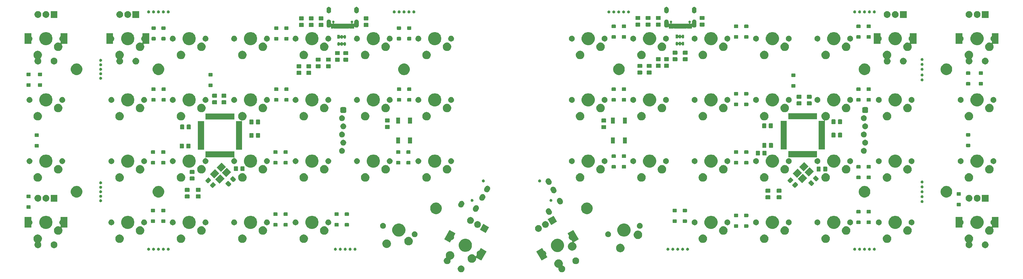
<source format=gbs>
G04 #@! TF.GenerationSoftware,KiCad,Pcbnew,(5.1.4-0-10_14)*
G04 #@! TF.CreationDate,2020-08-09T17:16:06-05:00*
G04 #@! TF.ProjectId,Dori,446f7269-2e6b-4696-9361-645f70636258,rev?*
G04 #@! TF.SameCoordinates,Original*
G04 #@! TF.FileFunction,Soldermask,Bot*
G04 #@! TF.FilePolarity,Negative*
%FSLAX46Y46*%
G04 Gerber Fmt 4.6, Leading zero omitted, Abs format (unit mm)*
G04 Created by KiCad (PCBNEW (5.1.4-0-10_14)) date 2020-08-09 17:16:06*
%MOMM*%
%LPD*%
G04 APERTURE LIST*
%ADD10C,0.100000*%
G04 APERTURE END LIST*
D10*
G36*
X260138612Y-121078740D02*
G01*
X260266220Y-121104123D01*
X260407046Y-121162455D01*
X260506625Y-121203702D01*
X260551212Y-121233494D01*
X260722987Y-121348270D01*
X260906986Y-121532269D01*
X260969843Y-121626342D01*
X261051554Y-121748631D01*
X261077115Y-121810341D01*
X261151133Y-121989036D01*
X261151576Y-121991263D01*
X261201898Y-122244249D01*
X261201898Y-122504467D01*
X261151133Y-122759679D01*
X261126904Y-122818173D01*
X261119791Y-122841622D01*
X261117389Y-122866008D01*
X261119791Y-122890395D01*
X261126904Y-122913843D01*
X261138455Y-122935454D01*
X261154001Y-122954396D01*
X261172943Y-122969941D01*
X261194553Y-122981492D01*
X261389019Y-123062043D01*
X261389021Y-123062044D01*
X261561159Y-123177063D01*
X261707551Y-123323455D01*
X261822571Y-123495595D01*
X261901797Y-123686864D01*
X261942186Y-123889912D01*
X261942186Y-124096944D01*
X261901797Y-124299992D01*
X261822571Y-124491261D01*
X261822570Y-124491263D01*
X261707551Y-124663401D01*
X261561159Y-124809793D01*
X261389021Y-124924812D01*
X261389020Y-124924813D01*
X261389019Y-124924813D01*
X261197750Y-125004039D01*
X260994702Y-125044428D01*
X260787670Y-125044428D01*
X260584622Y-125004039D01*
X260393353Y-124924813D01*
X260393352Y-124924813D01*
X260393351Y-124924812D01*
X260221213Y-124809793D01*
X260074821Y-124663401D01*
X259959802Y-124491263D01*
X259959801Y-124491261D01*
X259880575Y-124299992D01*
X259840186Y-124096944D01*
X259840186Y-123889912D01*
X259849624Y-123842465D01*
X259852026Y-123818079D01*
X259849624Y-123793693D01*
X259842511Y-123770244D01*
X259830960Y-123748634D01*
X259815415Y-123729692D01*
X259796473Y-123714146D01*
X259774862Y-123702595D01*
X259751413Y-123695482D01*
X259602387Y-123665839D01*
X259495576Y-123644593D01*
X259395997Y-123603346D01*
X259255171Y-123545014D01*
X259181207Y-123495593D01*
X259038809Y-123400446D01*
X258854810Y-123216447D01*
X258710243Y-123000086D01*
X258710242Y-123000085D01*
X258634892Y-122818173D01*
X258610663Y-122759680D01*
X258559898Y-122504465D01*
X258559898Y-122244251D01*
X258610663Y-121989036D01*
X258684681Y-121810341D01*
X258710242Y-121748631D01*
X258791953Y-121626342D01*
X258854810Y-121532269D01*
X259038809Y-121348270D01*
X259210584Y-121233494D01*
X259255171Y-121203702D01*
X259354750Y-121162455D01*
X259495576Y-121104123D01*
X259623184Y-121078740D01*
X259750789Y-121053358D01*
X260011007Y-121053358D01*
X260138612Y-121078740D01*
X260138612Y-121078740D01*
G37*
G36*
X229952878Y-122982817D02*
G01*
X230144147Y-123062043D01*
X230144149Y-123062044D01*
X230316287Y-123177063D01*
X230462679Y-123323455D01*
X230577699Y-123495595D01*
X230656925Y-123686864D01*
X230697314Y-123889912D01*
X230697314Y-124096944D01*
X230656925Y-124299992D01*
X230577699Y-124491261D01*
X230577698Y-124491263D01*
X230462679Y-124663401D01*
X230316287Y-124809793D01*
X230144149Y-124924812D01*
X230144148Y-124924813D01*
X230144147Y-124924813D01*
X229952878Y-125004039D01*
X229749830Y-125044428D01*
X229542798Y-125044428D01*
X229339750Y-125004039D01*
X229148481Y-124924813D01*
X229148480Y-124924813D01*
X229148479Y-124924812D01*
X228976341Y-124809793D01*
X228829949Y-124663401D01*
X228714930Y-124491263D01*
X228714929Y-124491261D01*
X228635703Y-124299992D01*
X228595314Y-124096944D01*
X228595314Y-123889912D01*
X228635703Y-123686864D01*
X228714929Y-123495595D01*
X228829949Y-123323455D01*
X228976341Y-123177063D01*
X229148479Y-123062044D01*
X229148481Y-123062043D01*
X229339750Y-122982817D01*
X229542798Y-122942428D01*
X229749830Y-122942428D01*
X229952878Y-122982817D01*
X229952878Y-122982817D01*
G37*
G36*
X265527878Y-120482817D02*
G01*
X265719147Y-120562043D01*
X265719149Y-120562044D01*
X265781761Y-120603880D01*
X265891287Y-120677063D01*
X266037679Y-120823455D01*
X266152699Y-120995595D01*
X266231925Y-121186864D01*
X266272314Y-121389912D01*
X266272314Y-121596944D01*
X266231925Y-121799992D01*
X266153620Y-121989038D01*
X266152698Y-121991263D01*
X266037679Y-122163401D01*
X265891287Y-122309793D01*
X265719149Y-122424812D01*
X265719148Y-122424813D01*
X265719147Y-122424813D01*
X265527878Y-122504039D01*
X265324830Y-122544428D01*
X265117798Y-122544428D01*
X264914750Y-122504039D01*
X264723481Y-122424813D01*
X264723480Y-122424813D01*
X264723479Y-122424812D01*
X264551341Y-122309793D01*
X264404949Y-122163401D01*
X264289930Y-121991263D01*
X264289008Y-121989038D01*
X264210703Y-121799992D01*
X264170314Y-121596944D01*
X264170314Y-121389912D01*
X264210703Y-121186864D01*
X264289929Y-120995595D01*
X264404949Y-120823455D01*
X264551341Y-120677063D01*
X264660867Y-120603880D01*
X264723479Y-120562044D01*
X264723481Y-120562043D01*
X264914750Y-120482817D01*
X265117798Y-120442428D01*
X265324830Y-120442428D01*
X265527878Y-120482817D01*
X265527878Y-120482817D01*
G37*
G36*
X226470912Y-118513340D02*
G01*
X226598520Y-118538723D01*
X226690788Y-118576942D01*
X226838925Y-118638302D01*
X226890181Y-118672550D01*
X227055287Y-118782870D01*
X227239286Y-118966869D01*
X227249313Y-118981876D01*
X227383854Y-119183231D01*
X227425101Y-119282810D01*
X227483433Y-119423636D01*
X227483433Y-119423638D01*
X227534198Y-119678849D01*
X227534198Y-119939067D01*
X227513472Y-120043261D01*
X227483433Y-120194280D01*
X227425101Y-120335106D01*
X227383854Y-120434685D01*
X227350323Y-120484868D01*
X227239286Y-120651047D01*
X227055287Y-120835046D01*
X226910719Y-120931643D01*
X226838925Y-120979614D01*
X226739346Y-121020861D01*
X226598520Y-121079193D01*
X226520569Y-121094698D01*
X226439134Y-121110897D01*
X226415685Y-121118010D01*
X226394074Y-121129561D01*
X226375132Y-121145107D01*
X226359587Y-121164049D01*
X226348036Y-121185659D01*
X226340923Y-121209108D01*
X226338521Y-121233494D01*
X226340923Y-121257880D01*
X226367186Y-121389912D01*
X226367186Y-121596944D01*
X226326797Y-121799992D01*
X226248492Y-121989038D01*
X226247570Y-121991263D01*
X226132551Y-122163401D01*
X225986159Y-122309793D01*
X225814021Y-122424812D01*
X225814020Y-122424813D01*
X225814019Y-122424813D01*
X225622750Y-122504039D01*
X225419702Y-122544428D01*
X225212670Y-122544428D01*
X225009622Y-122504039D01*
X224818353Y-122424813D01*
X224818352Y-122424813D01*
X224818351Y-122424812D01*
X224646213Y-122309793D01*
X224499821Y-122163401D01*
X224384802Y-121991263D01*
X224383880Y-121989038D01*
X224305575Y-121799992D01*
X224265186Y-121596944D01*
X224265186Y-121389912D01*
X224305575Y-121186864D01*
X224384801Y-120995595D01*
X224499821Y-120823455D01*
X224646213Y-120677063D01*
X224755739Y-120603880D01*
X224818351Y-120562044D01*
X224818353Y-120562043D01*
X224939254Y-120511964D01*
X224960865Y-120500413D01*
X224979807Y-120484868D01*
X224995352Y-120465926D01*
X225006903Y-120444315D01*
X225014016Y-120420866D01*
X225016418Y-120396480D01*
X225014016Y-120372094D01*
X225006903Y-120348645D01*
X224942963Y-120194279D01*
X224933529Y-120146849D01*
X224912924Y-120043261D01*
X224892198Y-119939067D01*
X224892198Y-119678849D01*
X224942963Y-119423638D01*
X224942963Y-119423636D01*
X225001295Y-119282810D01*
X225042542Y-119183231D01*
X225177083Y-118981876D01*
X225187110Y-118966869D01*
X225371109Y-118782870D01*
X225536215Y-118672550D01*
X225587471Y-118638302D01*
X225735608Y-118576942D01*
X225827876Y-118538723D01*
X225955484Y-118513340D01*
X226083089Y-118487958D01*
X226343307Y-118487958D01*
X226470912Y-118513340D01*
X226470912Y-118513340D01*
G37*
G36*
X237566686Y-118576942D02*
G01*
X235915685Y-121436559D01*
X234490958Y-120613993D01*
X234468639Y-120603880D01*
X234444775Y-120598315D01*
X234420284Y-120597514D01*
X234396107Y-120601505D01*
X234373173Y-120610137D01*
X234352364Y-120623077D01*
X234334480Y-120639827D01*
X234320207Y-120659746D01*
X234310094Y-120682065D01*
X234304529Y-120705929D01*
X234303460Y-120722245D01*
X234303460Y-120914362D01*
X234278077Y-121041968D01*
X234252695Y-121169575D01*
X234194363Y-121310401D01*
X234153116Y-121409980D01*
X234153115Y-121409981D01*
X234008548Y-121626342D01*
X233824549Y-121810341D01*
X233679981Y-121906938D01*
X233608187Y-121954909D01*
X233520425Y-121991261D01*
X233367782Y-122054488D01*
X233240175Y-122079870D01*
X233112569Y-122105253D01*
X232852351Y-122105253D01*
X232724745Y-122079870D01*
X232597138Y-122054488D01*
X232444495Y-121991261D01*
X232356733Y-121954909D01*
X232284939Y-121906938D01*
X232140371Y-121810341D01*
X231956372Y-121626342D01*
X231811805Y-121409981D01*
X231811804Y-121409980D01*
X231770557Y-121310401D01*
X231712225Y-121169575D01*
X231686843Y-121041968D01*
X231661460Y-120914362D01*
X231661460Y-120654144D01*
X231712225Y-120398933D01*
X231712225Y-120398931D01*
X231770557Y-120258105D01*
X231811804Y-120158526D01*
X231871524Y-120069149D01*
X231956372Y-119942164D01*
X232140371Y-119758165D01*
X232307724Y-119646344D01*
X232356733Y-119613597D01*
X232456312Y-119572350D01*
X232597138Y-119514018D01*
X232724745Y-119488636D01*
X232852351Y-119463253D01*
X233112569Y-119463253D01*
X233240175Y-119488636D01*
X233367782Y-119514018D01*
X233508608Y-119572350D01*
X233608187Y-119613597D01*
X233657196Y-119646344D01*
X233824549Y-119758165D01*
X234008548Y-119942164D01*
X234008550Y-119942167D01*
X234080739Y-120050206D01*
X234096284Y-120069148D01*
X234115226Y-120084694D01*
X234136837Y-120096245D01*
X234160286Y-120103358D01*
X234184672Y-120105760D01*
X234209058Y-120103358D01*
X234232507Y-120096245D01*
X234254117Y-120084694D01*
X234273059Y-120069149D01*
X234292924Y-120043261D01*
X234461354Y-119751532D01*
X234509198Y-119668663D01*
X234519311Y-119646344D01*
X234524876Y-119622480D01*
X234525677Y-119597989D01*
X234521686Y-119573812D01*
X234516430Y-119558329D01*
X234512159Y-119548019D01*
X234485071Y-119482624D01*
X234467742Y-119395501D01*
X234450412Y-119308380D01*
X234450412Y-119130718D01*
X234467742Y-119043597D01*
X234485071Y-118956474D01*
X234553059Y-118792339D01*
X234553059Y-118792338D01*
X234651758Y-118644624D01*
X234651760Y-118644621D01*
X234777384Y-118518997D01*
X234818213Y-118491716D01*
X234925101Y-118420296D01*
X234979814Y-118397633D01*
X235089237Y-118352308D01*
X235160818Y-118338070D01*
X235236996Y-118322917D01*
X235260445Y-118315804D01*
X235282056Y-118304253D01*
X235300998Y-118288708D01*
X235320862Y-118262819D01*
X235746299Y-117525941D01*
X237566686Y-118576942D01*
X237566686Y-118576942D01*
G37*
G36*
X255238913Y-118301401D02*
G01*
X255253186Y-118321320D01*
X255271070Y-118338070D01*
X255291879Y-118351010D01*
X255322779Y-118361499D01*
X255404269Y-118377708D01*
X255507084Y-118420296D01*
X255568405Y-118445696D01*
X255707630Y-118538723D01*
X255716122Y-118544397D01*
X255841746Y-118670021D01*
X255841748Y-118670024D01*
X255940447Y-118817738D01*
X255940447Y-118817739D01*
X256008435Y-118981874D01*
X256008435Y-118981876D01*
X256038042Y-119130718D01*
X256043094Y-119156120D01*
X256043094Y-119333778D01*
X256008435Y-119508024D01*
X256001576Y-119524582D01*
X255994467Y-119548019D01*
X255992065Y-119572405D01*
X255994467Y-119596791D01*
X256001580Y-119620240D01*
X256008812Y-119634905D01*
X256442202Y-120385558D01*
X254621815Y-121436559D01*
X252970814Y-118576942D01*
X254791201Y-117525941D01*
X255238913Y-118301401D01*
X255238913Y-118301401D01*
G37*
G36*
X279290589Y-116206083D02*
G01*
X279419174Y-116231660D01*
X279560000Y-116289992D01*
X279659579Y-116331239D01*
X279731373Y-116379210D01*
X279875941Y-116475807D01*
X280059940Y-116659806D01*
X280153396Y-116799673D01*
X280204508Y-116876168D01*
X280245755Y-116975747D01*
X280304087Y-117116573D01*
X280304087Y-117116575D01*
X280354852Y-117371786D01*
X280354852Y-117632004D01*
X280333306Y-117740323D01*
X280304087Y-117887217D01*
X280264372Y-117983096D01*
X280204508Y-118127622D01*
X280183294Y-118159371D01*
X280059940Y-118343984D01*
X279875941Y-118527983D01*
X279802668Y-118576942D01*
X279659579Y-118672551D01*
X279560000Y-118713798D01*
X279419174Y-118772130D01*
X279291566Y-118797513D01*
X279163961Y-118822895D01*
X278903743Y-118822895D01*
X278776138Y-118797513D01*
X278648530Y-118772130D01*
X278507704Y-118713798D01*
X278408125Y-118672551D01*
X278265036Y-118576942D01*
X278191763Y-118527983D01*
X278007764Y-118343984D01*
X277884410Y-118159371D01*
X277863196Y-118127622D01*
X277803332Y-117983096D01*
X277763617Y-117887217D01*
X277734398Y-117740323D01*
X277712852Y-117632004D01*
X277712852Y-117371786D01*
X277763617Y-117116575D01*
X277763617Y-117116573D01*
X277821949Y-116975747D01*
X277863196Y-116876168D01*
X277914308Y-116799673D01*
X278007764Y-116659806D01*
X278191763Y-116475807D01*
X278336331Y-116379210D01*
X278408125Y-116331239D01*
X278507704Y-116289992D01*
X278648530Y-116231660D01*
X278777115Y-116206083D01*
X278903743Y-116180895D01*
X279163961Y-116180895D01*
X279290589Y-116206083D01*
X279290589Y-116206083D01*
G37*
G36*
X260137077Y-114738633D02*
G01*
X260355077Y-114828932D01*
X260509226Y-114892782D01*
X260844151Y-115116572D01*
X261128980Y-115401401D01*
X261352770Y-115736326D01*
X261401854Y-115854827D01*
X261506919Y-116108475D01*
X261585503Y-116503543D01*
X261585503Y-116906355D01*
X261506919Y-117301423D01*
X261442815Y-117456184D01*
X261352770Y-117673572D01*
X261128980Y-118008497D01*
X260844151Y-118293326D01*
X260509226Y-118517116D01*
X260355077Y-118580966D01*
X260137077Y-118671265D01*
X259742009Y-118749849D01*
X259339197Y-118749849D01*
X258944129Y-118671265D01*
X258726129Y-118580966D01*
X258571980Y-118517116D01*
X258237055Y-118293326D01*
X257952226Y-118008497D01*
X257728436Y-117673572D01*
X257638391Y-117456184D01*
X257574287Y-117301423D01*
X257495703Y-116906355D01*
X257495703Y-116503543D01*
X257574287Y-116108475D01*
X257679352Y-115854827D01*
X257728436Y-115736326D01*
X257952226Y-115401401D01*
X258237055Y-115116572D01*
X258571980Y-114892782D01*
X258726129Y-114828932D01*
X258944129Y-114738633D01*
X259339197Y-114660049D01*
X259742009Y-114660049D01*
X260137077Y-114738633D01*
X260137077Y-114738633D01*
G37*
G36*
X231549377Y-114713233D02*
G01*
X231767377Y-114803532D01*
X231921526Y-114867382D01*
X232256451Y-115091172D01*
X232541280Y-115376001D01*
X232765070Y-115710926D01*
X232806006Y-115809755D01*
X232919219Y-116083075D01*
X232997803Y-116478143D01*
X232997803Y-116880955D01*
X232919219Y-117276023D01*
X232844594Y-117456184D01*
X232765070Y-117648172D01*
X232541280Y-117983097D01*
X232256451Y-118267926D01*
X231921526Y-118491716D01*
X231794347Y-118544395D01*
X231549377Y-118645865D01*
X231154309Y-118724449D01*
X230751497Y-118724449D01*
X230356429Y-118645865D01*
X230111459Y-118544395D01*
X229984280Y-118491716D01*
X229649355Y-118267926D01*
X229364526Y-117983097D01*
X229140736Y-117648172D01*
X229061212Y-117456184D01*
X228986587Y-117276023D01*
X228908003Y-116880955D01*
X228908003Y-116478143D01*
X228986587Y-116083075D01*
X229099800Y-115809755D01*
X229140736Y-115710926D01*
X229364526Y-115376001D01*
X229649355Y-115091172D01*
X229984280Y-114867382D01*
X230138429Y-114803532D01*
X230356429Y-114713233D01*
X230751497Y-114634649D01*
X231154309Y-114634649D01*
X231549377Y-114713233D01*
X231549377Y-114713233D01*
G37*
G36*
X190758552Y-117438206D02*
G01*
X190840627Y-117472203D01*
X190840629Y-117472204D01*
X190914496Y-117521561D01*
X190977314Y-117584379D01*
X191019940Y-117648172D01*
X191026672Y-117658248D01*
X191060669Y-117740323D01*
X191078000Y-117827454D01*
X191078000Y-117916296D01*
X191060669Y-118003427D01*
X191026672Y-118085502D01*
X191026671Y-118085504D01*
X190977314Y-118159371D01*
X190914496Y-118222189D01*
X190840629Y-118271546D01*
X190840628Y-118271547D01*
X190840627Y-118271547D01*
X190758552Y-118305544D01*
X190671421Y-118322875D01*
X190582579Y-118322875D01*
X190495448Y-118305544D01*
X190413373Y-118271547D01*
X190413372Y-118271547D01*
X190413371Y-118271546D01*
X190339504Y-118222189D01*
X190276686Y-118159371D01*
X190227329Y-118085504D01*
X190227328Y-118085502D01*
X190193331Y-118003427D01*
X190176000Y-117916296D01*
X190176000Y-117827454D01*
X190193331Y-117740323D01*
X190227328Y-117658248D01*
X190234061Y-117648172D01*
X190276686Y-117584379D01*
X190339504Y-117521561D01*
X190413371Y-117472204D01*
X190413373Y-117472203D01*
X190495448Y-117438206D01*
X190582579Y-117420875D01*
X190671421Y-117420875D01*
X190758552Y-117438206D01*
X190758552Y-117438206D01*
G37*
G36*
X138910802Y-117438206D02*
G01*
X138992877Y-117472203D01*
X138992879Y-117472204D01*
X139066746Y-117521561D01*
X139129564Y-117584379D01*
X139172190Y-117648172D01*
X139178922Y-117658248D01*
X139212919Y-117740323D01*
X139230250Y-117827454D01*
X139230250Y-117916296D01*
X139212919Y-118003427D01*
X139178922Y-118085502D01*
X139178921Y-118085504D01*
X139129564Y-118159371D01*
X139066746Y-118222189D01*
X138992879Y-118271546D01*
X138992878Y-118271547D01*
X138992877Y-118271547D01*
X138910802Y-118305544D01*
X138823671Y-118322875D01*
X138734829Y-118322875D01*
X138647698Y-118305544D01*
X138565623Y-118271547D01*
X138565622Y-118271547D01*
X138565621Y-118271546D01*
X138491754Y-118222189D01*
X138428936Y-118159371D01*
X138379579Y-118085504D01*
X138379578Y-118085502D01*
X138345581Y-118003427D01*
X138328250Y-117916296D01*
X138328250Y-117827454D01*
X138345581Y-117740323D01*
X138379578Y-117658248D01*
X138386311Y-117648172D01*
X138428936Y-117584379D01*
X138491754Y-117521561D01*
X138565621Y-117472204D01*
X138565623Y-117472203D01*
X138647698Y-117438206D01*
X138734829Y-117420875D01*
X138823671Y-117420875D01*
X138910802Y-117438206D01*
X138910802Y-117438206D01*
G37*
G36*
X137386802Y-117438206D02*
G01*
X137468877Y-117472203D01*
X137468879Y-117472204D01*
X137542746Y-117521561D01*
X137605564Y-117584379D01*
X137648190Y-117648172D01*
X137654922Y-117658248D01*
X137688919Y-117740323D01*
X137706250Y-117827454D01*
X137706250Y-117916296D01*
X137688919Y-118003427D01*
X137654922Y-118085502D01*
X137654921Y-118085504D01*
X137605564Y-118159371D01*
X137542746Y-118222189D01*
X137468879Y-118271546D01*
X137468878Y-118271547D01*
X137468877Y-118271547D01*
X137386802Y-118305544D01*
X137299671Y-118322875D01*
X137210829Y-118322875D01*
X137123698Y-118305544D01*
X137041623Y-118271547D01*
X137041622Y-118271547D01*
X137041621Y-118271546D01*
X136967754Y-118222189D01*
X136904936Y-118159371D01*
X136855579Y-118085504D01*
X136855578Y-118085502D01*
X136821581Y-118003427D01*
X136804250Y-117916296D01*
X136804250Y-117827454D01*
X136821581Y-117740323D01*
X136855578Y-117658248D01*
X136862311Y-117648172D01*
X136904936Y-117584379D01*
X136967754Y-117521561D01*
X137041621Y-117472204D01*
X137041623Y-117472203D01*
X137123698Y-117438206D01*
X137210829Y-117420875D01*
X137299671Y-117420875D01*
X137386802Y-117438206D01*
X137386802Y-117438206D01*
G37*
G36*
X135862802Y-117438206D02*
G01*
X135944877Y-117472203D01*
X135944879Y-117472204D01*
X136018746Y-117521561D01*
X136081564Y-117584379D01*
X136124190Y-117648172D01*
X136130922Y-117658248D01*
X136164919Y-117740323D01*
X136182250Y-117827454D01*
X136182250Y-117916296D01*
X136164919Y-118003427D01*
X136130922Y-118085502D01*
X136130921Y-118085504D01*
X136081564Y-118159371D01*
X136018746Y-118222189D01*
X135944879Y-118271546D01*
X135944878Y-118271547D01*
X135944877Y-118271547D01*
X135862802Y-118305544D01*
X135775671Y-118322875D01*
X135686829Y-118322875D01*
X135599698Y-118305544D01*
X135517623Y-118271547D01*
X135517622Y-118271547D01*
X135517621Y-118271546D01*
X135443754Y-118222189D01*
X135380936Y-118159371D01*
X135331579Y-118085504D01*
X135331578Y-118085502D01*
X135297581Y-118003427D01*
X135280250Y-117916296D01*
X135280250Y-117827454D01*
X135297581Y-117740323D01*
X135331578Y-117658248D01*
X135338311Y-117648172D01*
X135380936Y-117584379D01*
X135443754Y-117521561D01*
X135517621Y-117472204D01*
X135517623Y-117472203D01*
X135599698Y-117438206D01*
X135686829Y-117420875D01*
X135775671Y-117420875D01*
X135862802Y-117438206D01*
X135862802Y-117438206D01*
G37*
G36*
X134338802Y-117438206D02*
G01*
X134420877Y-117472203D01*
X134420879Y-117472204D01*
X134494746Y-117521561D01*
X134557564Y-117584379D01*
X134600190Y-117648172D01*
X134606922Y-117658248D01*
X134640919Y-117740323D01*
X134658250Y-117827454D01*
X134658250Y-117916296D01*
X134640919Y-118003427D01*
X134606922Y-118085502D01*
X134606921Y-118085504D01*
X134557564Y-118159371D01*
X134494746Y-118222189D01*
X134420879Y-118271546D01*
X134420878Y-118271547D01*
X134420877Y-118271547D01*
X134338802Y-118305544D01*
X134251671Y-118322875D01*
X134162829Y-118322875D01*
X134075698Y-118305544D01*
X133993623Y-118271547D01*
X133993622Y-118271547D01*
X133993621Y-118271546D01*
X133919754Y-118222189D01*
X133856936Y-118159371D01*
X133807579Y-118085504D01*
X133807578Y-118085502D01*
X133773581Y-118003427D01*
X133756250Y-117916296D01*
X133756250Y-117827454D01*
X133773581Y-117740323D01*
X133807578Y-117658248D01*
X133814311Y-117648172D01*
X133856936Y-117584379D01*
X133919754Y-117521561D01*
X133993621Y-117472204D01*
X133993623Y-117472203D01*
X134075698Y-117438206D01*
X134162829Y-117420875D01*
X134251671Y-117420875D01*
X134338802Y-117438206D01*
X134338802Y-117438206D01*
G37*
G36*
X132814802Y-117438206D02*
G01*
X132896877Y-117472203D01*
X132896879Y-117472204D01*
X132970746Y-117521561D01*
X133033564Y-117584379D01*
X133076190Y-117648172D01*
X133082922Y-117658248D01*
X133116919Y-117740323D01*
X133134250Y-117827454D01*
X133134250Y-117916296D01*
X133116919Y-118003427D01*
X133082922Y-118085502D01*
X133082921Y-118085504D01*
X133033564Y-118159371D01*
X132970746Y-118222189D01*
X132896879Y-118271546D01*
X132896878Y-118271547D01*
X132896877Y-118271547D01*
X132814802Y-118305544D01*
X132727671Y-118322875D01*
X132638829Y-118322875D01*
X132551698Y-118305544D01*
X132469623Y-118271547D01*
X132469622Y-118271547D01*
X132469621Y-118271546D01*
X132395754Y-118222189D01*
X132332936Y-118159371D01*
X132283579Y-118085504D01*
X132283578Y-118085502D01*
X132249581Y-118003427D01*
X132232250Y-117916296D01*
X132232250Y-117827454D01*
X132249581Y-117740323D01*
X132283578Y-117658248D01*
X132290311Y-117648172D01*
X132332936Y-117584379D01*
X132395754Y-117521561D01*
X132469621Y-117472204D01*
X132469623Y-117472203D01*
X132551698Y-117438206D01*
X132638829Y-117420875D01*
X132727671Y-117420875D01*
X132814802Y-117438206D01*
X132814802Y-117438206D01*
G37*
G36*
X300042052Y-117438206D02*
G01*
X300124127Y-117472203D01*
X300124129Y-117472204D01*
X300197996Y-117521561D01*
X300260814Y-117584379D01*
X300303440Y-117648172D01*
X300310172Y-117658248D01*
X300344169Y-117740323D01*
X300361500Y-117827454D01*
X300361500Y-117916296D01*
X300344169Y-118003427D01*
X300310172Y-118085502D01*
X300310171Y-118085504D01*
X300260814Y-118159371D01*
X300197996Y-118222189D01*
X300124129Y-118271546D01*
X300124128Y-118271547D01*
X300124127Y-118271547D01*
X300042052Y-118305544D01*
X299954921Y-118322875D01*
X299866079Y-118322875D01*
X299778948Y-118305544D01*
X299696873Y-118271547D01*
X299696872Y-118271547D01*
X299696871Y-118271546D01*
X299623004Y-118222189D01*
X299560186Y-118159371D01*
X299510829Y-118085504D01*
X299510828Y-118085502D01*
X299476831Y-118003427D01*
X299459500Y-117916296D01*
X299459500Y-117827454D01*
X299476831Y-117740323D01*
X299510828Y-117658248D01*
X299517561Y-117648172D01*
X299560186Y-117584379D01*
X299623004Y-117521561D01*
X299696871Y-117472204D01*
X299696873Y-117472203D01*
X299778948Y-117438206D01*
X299866079Y-117420875D01*
X299954921Y-117420875D01*
X300042052Y-117438206D01*
X300042052Y-117438206D01*
G37*
G36*
X351889802Y-117438206D02*
G01*
X351971877Y-117472203D01*
X351971879Y-117472204D01*
X352045746Y-117521561D01*
X352108564Y-117584379D01*
X352151190Y-117648172D01*
X352157922Y-117658248D01*
X352191919Y-117740323D01*
X352209250Y-117827454D01*
X352209250Y-117916296D01*
X352191919Y-118003427D01*
X352157922Y-118085502D01*
X352157921Y-118085504D01*
X352108564Y-118159371D01*
X352045746Y-118222189D01*
X351971879Y-118271546D01*
X351971878Y-118271547D01*
X351971877Y-118271547D01*
X351889802Y-118305544D01*
X351802671Y-118322875D01*
X351713829Y-118322875D01*
X351626698Y-118305544D01*
X351544623Y-118271547D01*
X351544622Y-118271547D01*
X351544621Y-118271546D01*
X351470754Y-118222189D01*
X351407936Y-118159371D01*
X351358579Y-118085504D01*
X351358578Y-118085502D01*
X351324581Y-118003427D01*
X351307250Y-117916296D01*
X351307250Y-117827454D01*
X351324581Y-117740323D01*
X351358578Y-117658248D01*
X351365311Y-117648172D01*
X351407936Y-117584379D01*
X351470754Y-117521561D01*
X351544621Y-117472204D01*
X351544623Y-117472203D01*
X351626698Y-117438206D01*
X351713829Y-117420875D01*
X351802671Y-117420875D01*
X351889802Y-117438206D01*
X351889802Y-117438206D01*
G37*
G36*
X353413802Y-117438206D02*
G01*
X353495877Y-117472203D01*
X353495879Y-117472204D01*
X353569746Y-117521561D01*
X353632564Y-117584379D01*
X353675190Y-117648172D01*
X353681922Y-117658248D01*
X353715919Y-117740323D01*
X353733250Y-117827454D01*
X353733250Y-117916296D01*
X353715919Y-118003427D01*
X353681922Y-118085502D01*
X353681921Y-118085504D01*
X353632564Y-118159371D01*
X353569746Y-118222189D01*
X353495879Y-118271546D01*
X353495878Y-118271547D01*
X353495877Y-118271547D01*
X353413802Y-118305544D01*
X353326671Y-118322875D01*
X353237829Y-118322875D01*
X353150698Y-118305544D01*
X353068623Y-118271547D01*
X353068622Y-118271547D01*
X353068621Y-118271546D01*
X352994754Y-118222189D01*
X352931936Y-118159371D01*
X352882579Y-118085504D01*
X352882578Y-118085502D01*
X352848581Y-118003427D01*
X352831250Y-117916296D01*
X352831250Y-117827454D01*
X352848581Y-117740323D01*
X352882578Y-117658248D01*
X352889311Y-117648172D01*
X352931936Y-117584379D01*
X352994754Y-117521561D01*
X353068621Y-117472204D01*
X353068623Y-117472203D01*
X353150698Y-117438206D01*
X353237829Y-117420875D01*
X353326671Y-117420875D01*
X353413802Y-117438206D01*
X353413802Y-117438206D01*
G37*
G36*
X354937802Y-117438206D02*
G01*
X355019877Y-117472203D01*
X355019879Y-117472204D01*
X355093746Y-117521561D01*
X355156564Y-117584379D01*
X355199190Y-117648172D01*
X355205922Y-117658248D01*
X355239919Y-117740323D01*
X355257250Y-117827454D01*
X355257250Y-117916296D01*
X355239919Y-118003427D01*
X355205922Y-118085502D01*
X355205921Y-118085504D01*
X355156564Y-118159371D01*
X355093746Y-118222189D01*
X355019879Y-118271546D01*
X355019878Y-118271547D01*
X355019877Y-118271547D01*
X354937802Y-118305544D01*
X354850671Y-118322875D01*
X354761829Y-118322875D01*
X354674698Y-118305544D01*
X354592623Y-118271547D01*
X354592622Y-118271547D01*
X354592621Y-118271546D01*
X354518754Y-118222189D01*
X354455936Y-118159371D01*
X354406579Y-118085504D01*
X354406578Y-118085502D01*
X354372581Y-118003427D01*
X354355250Y-117916296D01*
X354355250Y-117827454D01*
X354372581Y-117740323D01*
X354406578Y-117658248D01*
X354413311Y-117648172D01*
X354455936Y-117584379D01*
X354518754Y-117521561D01*
X354592621Y-117472204D01*
X354592623Y-117472203D01*
X354674698Y-117438206D01*
X354761829Y-117420875D01*
X354850671Y-117420875D01*
X354937802Y-117438206D01*
X354937802Y-117438206D01*
G37*
G36*
X356461802Y-117438206D02*
G01*
X356543877Y-117472203D01*
X356543879Y-117472204D01*
X356617746Y-117521561D01*
X356680564Y-117584379D01*
X356723190Y-117648172D01*
X356729922Y-117658248D01*
X356763919Y-117740323D01*
X356781250Y-117827454D01*
X356781250Y-117916296D01*
X356763919Y-118003427D01*
X356729922Y-118085502D01*
X356729921Y-118085504D01*
X356680564Y-118159371D01*
X356617746Y-118222189D01*
X356543879Y-118271546D01*
X356543878Y-118271547D01*
X356543877Y-118271547D01*
X356461802Y-118305544D01*
X356374671Y-118322875D01*
X356285829Y-118322875D01*
X356198698Y-118305544D01*
X356116623Y-118271547D01*
X356116622Y-118271547D01*
X356116621Y-118271546D01*
X356042754Y-118222189D01*
X355979936Y-118159371D01*
X355930579Y-118085504D01*
X355930578Y-118085502D01*
X355896581Y-118003427D01*
X355879250Y-117916296D01*
X355879250Y-117827454D01*
X355896581Y-117740323D01*
X355930578Y-117658248D01*
X355937311Y-117648172D01*
X355979936Y-117584379D01*
X356042754Y-117521561D01*
X356116621Y-117472204D01*
X356116623Y-117472203D01*
X356198698Y-117438206D01*
X356285829Y-117420875D01*
X356374671Y-117420875D01*
X356461802Y-117438206D01*
X356461802Y-117438206D01*
G37*
G36*
X357985802Y-117438206D02*
G01*
X358067877Y-117472203D01*
X358067879Y-117472204D01*
X358141746Y-117521561D01*
X358204564Y-117584379D01*
X358247190Y-117648172D01*
X358253922Y-117658248D01*
X358287919Y-117740323D01*
X358305250Y-117827454D01*
X358305250Y-117916296D01*
X358287919Y-118003427D01*
X358253922Y-118085502D01*
X358253921Y-118085504D01*
X358204564Y-118159371D01*
X358141746Y-118222189D01*
X358067879Y-118271546D01*
X358067878Y-118271547D01*
X358067877Y-118271547D01*
X357985802Y-118305544D01*
X357898671Y-118322875D01*
X357809829Y-118322875D01*
X357722698Y-118305544D01*
X357640623Y-118271547D01*
X357640622Y-118271547D01*
X357640621Y-118271546D01*
X357566754Y-118222189D01*
X357503936Y-118159371D01*
X357454579Y-118085504D01*
X357454578Y-118085502D01*
X357420581Y-118003427D01*
X357403250Y-117916296D01*
X357403250Y-117827454D01*
X357420581Y-117740323D01*
X357454578Y-117658248D01*
X357461311Y-117648172D01*
X357503936Y-117584379D01*
X357566754Y-117521561D01*
X357640621Y-117472204D01*
X357640623Y-117472203D01*
X357722698Y-117438206D01*
X357809829Y-117420875D01*
X357898671Y-117420875D01*
X357985802Y-117438206D01*
X357985802Y-117438206D01*
G37*
G36*
X298518052Y-117438206D02*
G01*
X298600127Y-117472203D01*
X298600129Y-117472204D01*
X298673996Y-117521561D01*
X298736814Y-117584379D01*
X298779440Y-117648172D01*
X298786172Y-117658248D01*
X298820169Y-117740323D01*
X298837500Y-117827454D01*
X298837500Y-117916296D01*
X298820169Y-118003427D01*
X298786172Y-118085502D01*
X298786171Y-118085504D01*
X298736814Y-118159371D01*
X298673996Y-118222189D01*
X298600129Y-118271546D01*
X298600128Y-118271547D01*
X298600127Y-118271547D01*
X298518052Y-118305544D01*
X298430921Y-118322875D01*
X298342079Y-118322875D01*
X298254948Y-118305544D01*
X298172873Y-118271547D01*
X298172872Y-118271547D01*
X298172871Y-118271546D01*
X298099004Y-118222189D01*
X298036186Y-118159371D01*
X297986829Y-118085504D01*
X297986828Y-118085502D01*
X297952831Y-118003427D01*
X297935500Y-117916296D01*
X297935500Y-117827454D01*
X297952831Y-117740323D01*
X297986828Y-117658248D01*
X297993561Y-117648172D01*
X298036186Y-117584379D01*
X298099004Y-117521561D01*
X298172871Y-117472204D01*
X298172873Y-117472203D01*
X298254948Y-117438206D01*
X298342079Y-117420875D01*
X298430921Y-117420875D01*
X298518052Y-117438206D01*
X298518052Y-117438206D01*
G37*
G36*
X296994052Y-117438206D02*
G01*
X297076127Y-117472203D01*
X297076129Y-117472204D01*
X297149996Y-117521561D01*
X297212814Y-117584379D01*
X297255440Y-117648172D01*
X297262172Y-117658248D01*
X297296169Y-117740323D01*
X297313500Y-117827454D01*
X297313500Y-117916296D01*
X297296169Y-118003427D01*
X297262172Y-118085502D01*
X297262171Y-118085504D01*
X297212814Y-118159371D01*
X297149996Y-118222189D01*
X297076129Y-118271546D01*
X297076128Y-118271547D01*
X297076127Y-118271547D01*
X296994052Y-118305544D01*
X296906921Y-118322875D01*
X296818079Y-118322875D01*
X296730948Y-118305544D01*
X296648873Y-118271547D01*
X296648872Y-118271547D01*
X296648871Y-118271546D01*
X296575004Y-118222189D01*
X296512186Y-118159371D01*
X296462829Y-118085504D01*
X296462828Y-118085502D01*
X296428831Y-118003427D01*
X296411500Y-117916296D01*
X296411500Y-117827454D01*
X296428831Y-117740323D01*
X296462828Y-117658248D01*
X296469561Y-117648172D01*
X296512186Y-117584379D01*
X296575004Y-117521561D01*
X296648871Y-117472204D01*
X296648873Y-117472203D01*
X296730948Y-117438206D01*
X296818079Y-117420875D01*
X296906921Y-117420875D01*
X296994052Y-117438206D01*
X296994052Y-117438206D01*
G37*
G36*
X192282552Y-117438206D02*
G01*
X192364627Y-117472203D01*
X192364629Y-117472204D01*
X192438496Y-117521561D01*
X192501314Y-117584379D01*
X192543940Y-117648172D01*
X192550672Y-117658248D01*
X192584669Y-117740323D01*
X192602000Y-117827454D01*
X192602000Y-117916296D01*
X192584669Y-118003427D01*
X192550672Y-118085502D01*
X192550671Y-118085504D01*
X192501314Y-118159371D01*
X192438496Y-118222189D01*
X192364629Y-118271546D01*
X192364628Y-118271547D01*
X192364627Y-118271547D01*
X192282552Y-118305544D01*
X192195421Y-118322875D01*
X192106579Y-118322875D01*
X192019448Y-118305544D01*
X191937373Y-118271547D01*
X191937372Y-118271547D01*
X191937371Y-118271546D01*
X191863504Y-118222189D01*
X191800686Y-118159371D01*
X191751329Y-118085504D01*
X191751328Y-118085502D01*
X191717331Y-118003427D01*
X191700000Y-117916296D01*
X191700000Y-117827454D01*
X191717331Y-117740323D01*
X191751328Y-117658248D01*
X191758061Y-117648172D01*
X191800686Y-117584379D01*
X191863504Y-117521561D01*
X191937371Y-117472204D01*
X191937373Y-117472203D01*
X192019448Y-117438206D01*
X192106579Y-117420875D01*
X192195421Y-117420875D01*
X192282552Y-117438206D01*
X192282552Y-117438206D01*
G37*
G36*
X196854552Y-117438206D02*
G01*
X196936627Y-117472203D01*
X196936629Y-117472204D01*
X197010496Y-117521561D01*
X197073314Y-117584379D01*
X197115940Y-117648172D01*
X197122672Y-117658248D01*
X197156669Y-117740323D01*
X197174000Y-117827454D01*
X197174000Y-117916296D01*
X197156669Y-118003427D01*
X197122672Y-118085502D01*
X197122671Y-118085504D01*
X197073314Y-118159371D01*
X197010496Y-118222189D01*
X196936629Y-118271546D01*
X196936628Y-118271547D01*
X196936627Y-118271547D01*
X196854552Y-118305544D01*
X196767421Y-118322875D01*
X196678579Y-118322875D01*
X196591448Y-118305544D01*
X196509373Y-118271547D01*
X196509372Y-118271547D01*
X196509371Y-118271546D01*
X196435504Y-118222189D01*
X196372686Y-118159371D01*
X196323329Y-118085504D01*
X196323328Y-118085502D01*
X196289331Y-118003427D01*
X196272000Y-117916296D01*
X196272000Y-117827454D01*
X196289331Y-117740323D01*
X196323328Y-117658248D01*
X196330061Y-117648172D01*
X196372686Y-117584379D01*
X196435504Y-117521561D01*
X196509371Y-117472204D01*
X196509373Y-117472203D01*
X196591448Y-117438206D01*
X196678579Y-117420875D01*
X196767421Y-117420875D01*
X196854552Y-117438206D01*
X196854552Y-117438206D01*
G37*
G36*
X195330552Y-117438206D02*
G01*
X195412627Y-117472203D01*
X195412629Y-117472204D01*
X195486496Y-117521561D01*
X195549314Y-117584379D01*
X195591940Y-117648172D01*
X195598672Y-117658248D01*
X195632669Y-117740323D01*
X195650000Y-117827454D01*
X195650000Y-117916296D01*
X195632669Y-118003427D01*
X195598672Y-118085502D01*
X195598671Y-118085504D01*
X195549314Y-118159371D01*
X195486496Y-118222189D01*
X195412629Y-118271546D01*
X195412628Y-118271547D01*
X195412627Y-118271547D01*
X195330552Y-118305544D01*
X195243421Y-118322875D01*
X195154579Y-118322875D01*
X195067448Y-118305544D01*
X194985373Y-118271547D01*
X194985372Y-118271547D01*
X194985371Y-118271546D01*
X194911504Y-118222189D01*
X194848686Y-118159371D01*
X194799329Y-118085504D01*
X194799328Y-118085502D01*
X194765331Y-118003427D01*
X194748000Y-117916296D01*
X194748000Y-117827454D01*
X194765331Y-117740323D01*
X194799328Y-117658248D01*
X194806061Y-117648172D01*
X194848686Y-117584379D01*
X194911504Y-117521561D01*
X194985371Y-117472204D01*
X194985373Y-117472203D01*
X195067448Y-117438206D01*
X195154579Y-117420875D01*
X195243421Y-117420875D01*
X195330552Y-117438206D01*
X195330552Y-117438206D01*
G37*
G36*
X193806552Y-117438206D02*
G01*
X193888627Y-117472203D01*
X193888629Y-117472204D01*
X193962496Y-117521561D01*
X194025314Y-117584379D01*
X194067940Y-117648172D01*
X194074672Y-117658248D01*
X194108669Y-117740323D01*
X194126000Y-117827454D01*
X194126000Y-117916296D01*
X194108669Y-118003427D01*
X194074672Y-118085502D01*
X194074671Y-118085504D01*
X194025314Y-118159371D01*
X193962496Y-118222189D01*
X193888629Y-118271546D01*
X193888628Y-118271547D01*
X193888627Y-118271547D01*
X193806552Y-118305544D01*
X193719421Y-118322875D01*
X193630579Y-118322875D01*
X193543448Y-118305544D01*
X193461373Y-118271547D01*
X193461372Y-118271547D01*
X193461371Y-118271546D01*
X193387504Y-118222189D01*
X193324686Y-118159371D01*
X193275329Y-118085504D01*
X193275328Y-118085502D01*
X193241331Y-118003427D01*
X193224000Y-117916296D01*
X193224000Y-117827454D01*
X193241331Y-117740323D01*
X193275328Y-117658248D01*
X193282061Y-117648172D01*
X193324686Y-117584379D01*
X193387504Y-117521561D01*
X193461371Y-117472204D01*
X193461373Y-117472203D01*
X193543448Y-117438206D01*
X193630579Y-117420875D01*
X193719421Y-117420875D01*
X193806552Y-117438206D01*
X193806552Y-117438206D01*
G37*
G36*
X293946052Y-117438206D02*
G01*
X294028127Y-117472203D01*
X294028129Y-117472204D01*
X294101996Y-117521561D01*
X294164814Y-117584379D01*
X294207440Y-117648172D01*
X294214172Y-117658248D01*
X294248169Y-117740323D01*
X294265500Y-117827454D01*
X294265500Y-117916296D01*
X294248169Y-118003427D01*
X294214172Y-118085502D01*
X294214171Y-118085504D01*
X294164814Y-118159371D01*
X294101996Y-118222189D01*
X294028129Y-118271546D01*
X294028128Y-118271547D01*
X294028127Y-118271547D01*
X293946052Y-118305544D01*
X293858921Y-118322875D01*
X293770079Y-118322875D01*
X293682948Y-118305544D01*
X293600873Y-118271547D01*
X293600872Y-118271547D01*
X293600871Y-118271546D01*
X293527004Y-118222189D01*
X293464186Y-118159371D01*
X293414829Y-118085504D01*
X293414828Y-118085502D01*
X293380831Y-118003427D01*
X293363500Y-117916296D01*
X293363500Y-117827454D01*
X293380831Y-117740323D01*
X293414828Y-117658248D01*
X293421561Y-117648172D01*
X293464186Y-117584379D01*
X293527004Y-117521561D01*
X293600871Y-117472204D01*
X293600873Y-117472203D01*
X293682948Y-117438206D01*
X293770079Y-117420875D01*
X293858921Y-117420875D01*
X293946052Y-117438206D01*
X293946052Y-117438206D01*
G37*
G36*
X295470052Y-117438206D02*
G01*
X295552127Y-117472203D01*
X295552129Y-117472204D01*
X295625996Y-117521561D01*
X295688814Y-117584379D01*
X295731440Y-117648172D01*
X295738172Y-117658248D01*
X295772169Y-117740323D01*
X295789500Y-117827454D01*
X295789500Y-117916296D01*
X295772169Y-118003427D01*
X295738172Y-118085502D01*
X295738171Y-118085504D01*
X295688814Y-118159371D01*
X295625996Y-118222189D01*
X295552129Y-118271546D01*
X295552128Y-118271547D01*
X295552127Y-118271547D01*
X295470052Y-118305544D01*
X295382921Y-118322875D01*
X295294079Y-118322875D01*
X295206948Y-118305544D01*
X295124873Y-118271547D01*
X295124872Y-118271547D01*
X295124871Y-118271546D01*
X295051004Y-118222189D01*
X294988186Y-118159371D01*
X294938829Y-118085504D01*
X294938828Y-118085502D01*
X294904831Y-118003427D01*
X294887500Y-117916296D01*
X294887500Y-117827454D01*
X294904831Y-117740323D01*
X294938828Y-117658248D01*
X294945561Y-117648172D01*
X294988186Y-117584379D01*
X295051004Y-117521561D01*
X295124871Y-117472204D01*
X295124873Y-117472203D01*
X295206948Y-117438206D01*
X295294079Y-117420875D01*
X295382921Y-117420875D01*
X295470052Y-117438206D01*
X295470052Y-117438206D01*
G37*
G36*
X266141686Y-114785558D02*
G01*
X264721628Y-115605429D01*
X264701709Y-115619702D01*
X264684959Y-115637586D01*
X264672019Y-115658395D01*
X264663387Y-115681329D01*
X264659396Y-115705506D01*
X264660197Y-115729997D01*
X264665762Y-115753861D01*
X264675875Y-115776180D01*
X264690148Y-115796099D01*
X264708032Y-115812849D01*
X264735156Y-115828509D01*
X264735886Y-115828997D01*
X264735888Y-115828998D01*
X264952249Y-115973565D01*
X265136248Y-116157564D01*
X265185757Y-116231660D01*
X265280816Y-116373926D01*
X265287508Y-116390083D01*
X265380395Y-116614331D01*
X265394451Y-116684995D01*
X265423566Y-116831365D01*
X265431160Y-116869546D01*
X265431160Y-117129760D01*
X265380395Y-117384975D01*
X265344263Y-117472204D01*
X265280816Y-117625380D01*
X265258854Y-117658248D01*
X265136248Y-117841742D01*
X264952249Y-118025741D01*
X264807681Y-118122338D01*
X264735887Y-118170309D01*
X264636308Y-118211556D01*
X264495482Y-118269888D01*
X264377650Y-118293326D01*
X264240269Y-118320653D01*
X263980051Y-118320653D01*
X263842670Y-118293326D01*
X263724838Y-118269888D01*
X263584012Y-118211556D01*
X263484433Y-118170309D01*
X263412639Y-118122338D01*
X263268071Y-118025741D01*
X263084072Y-117841742D01*
X262961466Y-117658248D01*
X262939504Y-117625380D01*
X262876057Y-117472204D01*
X262839925Y-117384975D01*
X262789160Y-117129760D01*
X262789160Y-116869546D01*
X262796755Y-116831365D01*
X262825869Y-116684995D01*
X262839925Y-116614331D01*
X262932812Y-116390083D01*
X262939504Y-116373926D01*
X263034563Y-116231660D01*
X263084072Y-116157564D01*
X263268071Y-115973565D01*
X263473116Y-115836559D01*
X263484433Y-115828997D01*
X263609473Y-115777204D01*
X263724838Y-115729418D01*
X263887911Y-115696981D01*
X263980051Y-115678653D01*
X264013628Y-115678653D01*
X264038014Y-115676251D01*
X264061463Y-115669138D01*
X264083074Y-115657587D01*
X264102016Y-115642042D01*
X264117561Y-115623100D01*
X264129112Y-115601489D01*
X264136225Y-115578040D01*
X264138627Y-115553654D01*
X264136225Y-115529268D01*
X264129112Y-115505819D01*
X264121880Y-115491155D01*
X263908563Y-115121679D01*
X263894290Y-115101760D01*
X263876406Y-115085010D01*
X263855597Y-115072070D01*
X263824697Y-115061581D01*
X263762531Y-115049215D01*
X263676937Y-115032190D01*
X263547742Y-114978675D01*
X263512801Y-114964202D01*
X263365087Y-114865503D01*
X263365084Y-114865501D01*
X263239460Y-114739877D01*
X263186121Y-114660049D01*
X263140759Y-114592160D01*
X263097362Y-114487391D01*
X263072771Y-114428024D01*
X263038112Y-114253778D01*
X263038112Y-114076120D01*
X263043165Y-114050718D01*
X263059351Y-113969343D01*
X263072771Y-113901874D01*
X263104130Y-113826167D01*
X263111243Y-113802719D01*
X263113645Y-113778333D01*
X263111243Y-113753947D01*
X263104130Y-113730498D01*
X263096898Y-113715833D01*
X263075980Y-113679602D01*
X262670299Y-112976942D01*
X262670299Y-112976941D01*
X264490685Y-111925941D01*
X266141686Y-114785558D01*
X266141686Y-114785558D01*
G37*
G36*
X387448964Y-113321882D02*
G01*
X387576572Y-113347265D01*
X387717398Y-113405597D01*
X387816977Y-113446844D01*
X387816978Y-113446845D01*
X388033339Y-113591412D01*
X388217338Y-113775411D01*
X388252020Y-113827317D01*
X388361906Y-113991773D01*
X388396843Y-114076120D01*
X388461485Y-114232178D01*
X388461485Y-114232180D01*
X388500441Y-114428022D01*
X388512250Y-114487393D01*
X388512250Y-114747607D01*
X388461485Y-115002822D01*
X388403153Y-115143648D01*
X388361906Y-115243227D01*
X388361905Y-115243228D01*
X388217338Y-115459589D01*
X388035940Y-115640987D01*
X388020400Y-115659923D01*
X388008849Y-115681534D01*
X388001736Y-115704983D01*
X387999334Y-115729369D01*
X388001736Y-115753755D01*
X388008849Y-115777204D01*
X388020400Y-115798815D01*
X388035945Y-115817757D01*
X388073015Y-115854827D01*
X388163150Y-115989723D01*
X388188035Y-116026967D01*
X388267261Y-116218236D01*
X388307650Y-116421284D01*
X388307650Y-116628316D01*
X388267261Y-116831364D01*
X388190768Y-117016034D01*
X388188034Y-117022635D01*
X388073015Y-117194773D01*
X387926623Y-117341165D01*
X387754485Y-117456184D01*
X387754484Y-117456185D01*
X387754483Y-117456185D01*
X387563214Y-117535411D01*
X387360166Y-117575800D01*
X387153134Y-117575800D01*
X386950086Y-117535411D01*
X386758817Y-117456185D01*
X386758816Y-117456185D01*
X386758815Y-117456184D01*
X386586677Y-117341165D01*
X386440285Y-117194773D01*
X386325266Y-117022635D01*
X386322532Y-117016034D01*
X386246039Y-116831364D01*
X386205650Y-116628316D01*
X386205650Y-116421284D01*
X386246039Y-116218236D01*
X386325265Y-116026967D01*
X386350151Y-115989723D01*
X386440285Y-115854827D01*
X386440293Y-115854815D01*
X386451844Y-115833204D01*
X386458957Y-115809755D01*
X386461359Y-115785369D01*
X386458957Y-115760983D01*
X386451844Y-115737534D01*
X386440293Y-115715923D01*
X386424748Y-115696981D01*
X386405805Y-115681436D01*
X386387400Y-115669138D01*
X386349161Y-115643588D01*
X386165162Y-115459589D01*
X386020595Y-115243228D01*
X386020594Y-115243227D01*
X385979347Y-115143648D01*
X385921015Y-115002822D01*
X385870250Y-114747607D01*
X385870250Y-114487393D01*
X385882060Y-114428022D01*
X385921015Y-114232180D01*
X385921015Y-114232178D01*
X385985657Y-114076120D01*
X386020594Y-113991773D01*
X386130480Y-113827317D01*
X386165162Y-113775411D01*
X386349161Y-113591412D01*
X386565522Y-113446845D01*
X386565523Y-113446844D01*
X386665102Y-113405597D01*
X386805928Y-113347265D01*
X386933536Y-113321882D01*
X387061141Y-113296500D01*
X387321359Y-113296500D01*
X387448964Y-113321882D01*
X387448964Y-113321882D01*
G37*
G36*
X98523964Y-113321882D02*
G01*
X98651572Y-113347265D01*
X98792398Y-113405597D01*
X98891977Y-113446844D01*
X98891978Y-113446845D01*
X99108339Y-113591412D01*
X99292338Y-113775411D01*
X99327020Y-113827317D01*
X99436906Y-113991773D01*
X99471843Y-114076120D01*
X99536485Y-114232178D01*
X99536485Y-114232180D01*
X99575441Y-114428022D01*
X99587250Y-114487393D01*
X99587250Y-114747607D01*
X99536485Y-115002822D01*
X99478153Y-115143648D01*
X99436906Y-115243227D01*
X99436905Y-115243228D01*
X99292338Y-115459589D01*
X99110940Y-115640987D01*
X99095400Y-115659923D01*
X99083849Y-115681534D01*
X99076736Y-115704983D01*
X99074334Y-115729369D01*
X99076736Y-115753755D01*
X99083849Y-115777204D01*
X99095400Y-115798815D01*
X99110945Y-115817757D01*
X99148015Y-115854827D01*
X99238150Y-115989723D01*
X99263035Y-116026967D01*
X99342261Y-116218236D01*
X99382650Y-116421284D01*
X99382650Y-116628316D01*
X99342261Y-116831364D01*
X99265768Y-117016034D01*
X99263034Y-117022635D01*
X99148015Y-117194773D01*
X99001623Y-117341165D01*
X98829485Y-117456184D01*
X98829484Y-117456185D01*
X98829483Y-117456185D01*
X98638214Y-117535411D01*
X98435166Y-117575800D01*
X98228134Y-117575800D01*
X98025086Y-117535411D01*
X97833817Y-117456185D01*
X97833816Y-117456185D01*
X97833815Y-117456184D01*
X97661677Y-117341165D01*
X97515285Y-117194773D01*
X97400266Y-117022635D01*
X97397532Y-117016034D01*
X97321039Y-116831364D01*
X97280650Y-116628316D01*
X97280650Y-116421284D01*
X97321039Y-116218236D01*
X97400265Y-116026967D01*
X97425151Y-115989723D01*
X97515285Y-115854827D01*
X97515293Y-115854815D01*
X97526844Y-115833204D01*
X97533957Y-115809755D01*
X97536359Y-115785369D01*
X97533957Y-115760983D01*
X97526844Y-115737534D01*
X97515293Y-115715923D01*
X97499748Y-115696981D01*
X97480805Y-115681436D01*
X97462400Y-115669138D01*
X97424161Y-115643588D01*
X97240162Y-115459589D01*
X97095595Y-115243228D01*
X97095594Y-115243227D01*
X97054347Y-115143648D01*
X96996015Y-115002822D01*
X96945250Y-114747607D01*
X96945250Y-114487393D01*
X96957060Y-114428022D01*
X96996015Y-114232180D01*
X96996015Y-114232178D01*
X97060657Y-114076120D01*
X97095594Y-113991773D01*
X97205480Y-113827317D01*
X97240162Y-113775411D01*
X97424161Y-113591412D01*
X97640522Y-113446845D01*
X97640523Y-113446844D01*
X97740102Y-113405597D01*
X97880928Y-113347265D01*
X98008536Y-113321882D01*
X98136141Y-113296500D01*
X98396359Y-113296500D01*
X98523964Y-113321882D01*
X98523964Y-113321882D01*
G37*
G36*
X392563214Y-115514189D02*
G01*
X392717364Y-115578040D01*
X392754485Y-115593416D01*
X392926623Y-115708435D01*
X393073015Y-115854827D01*
X393163150Y-115989723D01*
X393188035Y-116026967D01*
X393267261Y-116218236D01*
X393307650Y-116421284D01*
X393307650Y-116628316D01*
X393267261Y-116831364D01*
X393190768Y-117016034D01*
X393188034Y-117022635D01*
X393073015Y-117194773D01*
X392926623Y-117341165D01*
X392754485Y-117456184D01*
X392754484Y-117456185D01*
X392754483Y-117456185D01*
X392563214Y-117535411D01*
X392360166Y-117575800D01*
X392153134Y-117575800D01*
X391950086Y-117535411D01*
X391758817Y-117456185D01*
X391758816Y-117456185D01*
X391758815Y-117456184D01*
X391586677Y-117341165D01*
X391440285Y-117194773D01*
X391325266Y-117022635D01*
X391322532Y-117016034D01*
X391246039Y-116831364D01*
X391205650Y-116628316D01*
X391205650Y-116421284D01*
X391246039Y-116218236D01*
X391325265Y-116026967D01*
X391350151Y-115989723D01*
X391440285Y-115854827D01*
X391586677Y-115708435D01*
X391758815Y-115593416D01*
X391795936Y-115578040D01*
X391950086Y-115514189D01*
X392153134Y-115473800D01*
X392360166Y-115473800D01*
X392563214Y-115514189D01*
X392563214Y-115514189D01*
G37*
G36*
X103638214Y-115514189D02*
G01*
X103792364Y-115578040D01*
X103829485Y-115593416D01*
X104001623Y-115708435D01*
X104148015Y-115854827D01*
X104238150Y-115989723D01*
X104263035Y-116026967D01*
X104342261Y-116218236D01*
X104382650Y-116421284D01*
X104382650Y-116628316D01*
X104342261Y-116831364D01*
X104265768Y-117016034D01*
X104263034Y-117022635D01*
X104148015Y-117194773D01*
X104001623Y-117341165D01*
X103829485Y-117456184D01*
X103829484Y-117456185D01*
X103829483Y-117456185D01*
X103638214Y-117535411D01*
X103435166Y-117575800D01*
X103228134Y-117575800D01*
X103025086Y-117535411D01*
X102833817Y-117456185D01*
X102833816Y-117456185D01*
X102833815Y-117456184D01*
X102661677Y-117341165D01*
X102515285Y-117194773D01*
X102400266Y-117022635D01*
X102397532Y-117016034D01*
X102321039Y-116831364D01*
X102280650Y-116628316D01*
X102280650Y-116421284D01*
X102321039Y-116218236D01*
X102400265Y-116026967D01*
X102425151Y-115989723D01*
X102515285Y-115854827D01*
X102661677Y-115708435D01*
X102833815Y-115593416D01*
X102870936Y-115578040D01*
X103025086Y-115514189D01*
X103228134Y-115473800D01*
X103435166Y-115473800D01*
X103638214Y-115514189D01*
X103638214Y-115514189D01*
G37*
G36*
X206805390Y-114878328D02*
G01*
X206932998Y-114903711D01*
X207073824Y-114962043D01*
X207173403Y-115003290D01*
X207213545Y-115030112D01*
X207389765Y-115147858D01*
X207573764Y-115331857D01*
X207620232Y-115401402D01*
X207718332Y-115548219D01*
X207737053Y-115593416D01*
X207817911Y-115788624D01*
X207827446Y-115836559D01*
X207868676Y-116043837D01*
X207868676Y-116304055D01*
X207845357Y-116421286D01*
X207817911Y-116559268D01*
X207776266Y-116659807D01*
X207718332Y-116799673D01*
X207718331Y-116799674D01*
X207573764Y-117016035D01*
X207389765Y-117200034D01*
X207276039Y-117276023D01*
X207173403Y-117344602D01*
X207075938Y-117384973D01*
X206932998Y-117444181D01*
X206805390Y-117469564D01*
X206677785Y-117494946D01*
X206417567Y-117494946D01*
X206289962Y-117469564D01*
X206162354Y-117444181D01*
X206019414Y-117384973D01*
X205921949Y-117344602D01*
X205819313Y-117276023D01*
X205705587Y-117200034D01*
X205521588Y-117016035D01*
X205377021Y-116799674D01*
X205377020Y-116799673D01*
X205319086Y-116659807D01*
X205277441Y-116559268D01*
X205249995Y-116421286D01*
X205226676Y-116304055D01*
X205226676Y-116043837D01*
X205267906Y-115836559D01*
X205277441Y-115788624D01*
X205358299Y-115593416D01*
X205377020Y-115548219D01*
X205475120Y-115401402D01*
X205521588Y-115331857D01*
X205705587Y-115147858D01*
X205881807Y-115030112D01*
X205921949Y-115003290D01*
X206021528Y-114962043D01*
X206162354Y-114903711D01*
X206289962Y-114878328D01*
X206417567Y-114852946D01*
X206677785Y-114852946D01*
X206805390Y-114878328D01*
X206805390Y-114878328D01*
G37*
G36*
X213596421Y-114068378D02*
G01*
X213724028Y-114093760D01*
X213838422Y-114141144D01*
X213964433Y-114193339D01*
X214036227Y-114241310D01*
X214180795Y-114337907D01*
X214364794Y-114521906D01*
X214411735Y-114592159D01*
X214509362Y-114738268D01*
X214510027Y-114739874D01*
X214608941Y-114978673D01*
X214617758Y-115022999D01*
X214659706Y-115233886D01*
X214659706Y-115494104D01*
X214643010Y-115578040D01*
X214608941Y-115749317D01*
X214572804Y-115836558D01*
X214509362Y-115989722D01*
X214473203Y-116043837D01*
X214364794Y-116206084D01*
X214180795Y-116390083D01*
X214052499Y-116475807D01*
X213964433Y-116534651D01*
X213864854Y-116575898D01*
X213724028Y-116634230D01*
X213596420Y-116659613D01*
X213468815Y-116684995D01*
X213208597Y-116684995D01*
X213080992Y-116659613D01*
X212953384Y-116634230D01*
X212812558Y-116575898D01*
X212712979Y-116534651D01*
X212624913Y-116475807D01*
X212496617Y-116390083D01*
X212312618Y-116206084D01*
X212204209Y-116043837D01*
X212168050Y-115989722D01*
X212104608Y-115836558D01*
X212068471Y-115749317D01*
X212034402Y-115578040D01*
X212017706Y-115494104D01*
X212017706Y-115233886D01*
X212059654Y-115022999D01*
X212068471Y-114978673D01*
X212167385Y-114739874D01*
X212168050Y-114738268D01*
X212265677Y-114592159D01*
X212312618Y-114521906D01*
X212496617Y-114337907D01*
X212641185Y-114241310D01*
X212712979Y-114193339D01*
X212838990Y-114141144D01*
X212953384Y-114093760D01*
X213080991Y-114068378D01*
X213208597Y-114042995D01*
X213468815Y-114042995D01*
X213596421Y-114068378D01*
X213596421Y-114068378D01*
G37*
G36*
X142973964Y-113321882D02*
G01*
X143101572Y-113347265D01*
X143242398Y-113405597D01*
X143341977Y-113446844D01*
X143341978Y-113446845D01*
X143558339Y-113591412D01*
X143742338Y-113775411D01*
X143777020Y-113827317D01*
X143886906Y-113991773D01*
X143921843Y-114076120D01*
X143986485Y-114232178D01*
X143986485Y-114232180D01*
X144025441Y-114428022D01*
X144037250Y-114487393D01*
X144037250Y-114747607D01*
X143986485Y-115002822D01*
X143928153Y-115143648D01*
X143886906Y-115243227D01*
X143886905Y-115243228D01*
X143742338Y-115459589D01*
X143558339Y-115643588D01*
X143417738Y-115737534D01*
X143341977Y-115788156D01*
X143282362Y-115812849D01*
X143101572Y-115887735D01*
X142973964Y-115913118D01*
X142846359Y-115938500D01*
X142586141Y-115938500D01*
X142458536Y-115913118D01*
X142330928Y-115887735D01*
X142150138Y-115812849D01*
X142090523Y-115788156D01*
X142014762Y-115737534D01*
X141874161Y-115643588D01*
X141690162Y-115459589D01*
X141545595Y-115243228D01*
X141545594Y-115243227D01*
X141504347Y-115143648D01*
X141446015Y-115002822D01*
X141395250Y-114747607D01*
X141395250Y-114487393D01*
X141407060Y-114428022D01*
X141446015Y-114232180D01*
X141446015Y-114232178D01*
X141510657Y-114076120D01*
X141545594Y-113991773D01*
X141655480Y-113827317D01*
X141690162Y-113775411D01*
X141874161Y-113591412D01*
X142090522Y-113446845D01*
X142090523Y-113446844D01*
X142190102Y-113405597D01*
X142330928Y-113347265D01*
X142458536Y-113321882D01*
X142586141Y-113296500D01*
X142846359Y-113296500D01*
X142973964Y-113321882D01*
X142973964Y-113321882D01*
G37*
G36*
X162023964Y-113321882D02*
G01*
X162151572Y-113347265D01*
X162292398Y-113405597D01*
X162391977Y-113446844D01*
X162391978Y-113446845D01*
X162608339Y-113591412D01*
X162792338Y-113775411D01*
X162827020Y-113827317D01*
X162936906Y-113991773D01*
X162971843Y-114076120D01*
X163036485Y-114232178D01*
X163036485Y-114232180D01*
X163075441Y-114428022D01*
X163087250Y-114487393D01*
X163087250Y-114747607D01*
X163036485Y-115002822D01*
X162978153Y-115143648D01*
X162936906Y-115243227D01*
X162936905Y-115243228D01*
X162792338Y-115459589D01*
X162608339Y-115643588D01*
X162467738Y-115737534D01*
X162391977Y-115788156D01*
X162332362Y-115812849D01*
X162151572Y-115887735D01*
X162023964Y-115913118D01*
X161896359Y-115938500D01*
X161636141Y-115938500D01*
X161508536Y-115913118D01*
X161380928Y-115887735D01*
X161200138Y-115812849D01*
X161140523Y-115788156D01*
X161064762Y-115737534D01*
X160924161Y-115643588D01*
X160740162Y-115459589D01*
X160595595Y-115243228D01*
X160595594Y-115243227D01*
X160554347Y-115143648D01*
X160496015Y-115002822D01*
X160445250Y-114747607D01*
X160445250Y-114487393D01*
X160457060Y-114428022D01*
X160496015Y-114232180D01*
X160496015Y-114232178D01*
X160560657Y-114076120D01*
X160595594Y-113991773D01*
X160705480Y-113827317D01*
X160740162Y-113775411D01*
X160924161Y-113591412D01*
X161140522Y-113446845D01*
X161140523Y-113446844D01*
X161240102Y-113405597D01*
X161380928Y-113347265D01*
X161508536Y-113321882D01*
X161636141Y-113296500D01*
X161896359Y-113296500D01*
X162023964Y-113321882D01*
X162023964Y-113321882D01*
G37*
G36*
X181073964Y-113321882D02*
G01*
X181201572Y-113347265D01*
X181342398Y-113405597D01*
X181441977Y-113446844D01*
X181441978Y-113446845D01*
X181658339Y-113591412D01*
X181842338Y-113775411D01*
X181877020Y-113827317D01*
X181986906Y-113991773D01*
X182021843Y-114076120D01*
X182086485Y-114232178D01*
X182086485Y-114232180D01*
X182125441Y-114428022D01*
X182137250Y-114487393D01*
X182137250Y-114747607D01*
X182086485Y-115002822D01*
X182028153Y-115143648D01*
X181986906Y-115243227D01*
X181986905Y-115243228D01*
X181842338Y-115459589D01*
X181658339Y-115643588D01*
X181517738Y-115737534D01*
X181441977Y-115788156D01*
X181382362Y-115812849D01*
X181201572Y-115887735D01*
X181073964Y-115913118D01*
X180946359Y-115938500D01*
X180686141Y-115938500D01*
X180558536Y-115913118D01*
X180430928Y-115887735D01*
X180250138Y-115812849D01*
X180190523Y-115788156D01*
X180114762Y-115737534D01*
X179974161Y-115643588D01*
X179790162Y-115459589D01*
X179645595Y-115243228D01*
X179645594Y-115243227D01*
X179604347Y-115143648D01*
X179546015Y-115002822D01*
X179495250Y-114747607D01*
X179495250Y-114487393D01*
X179507060Y-114428022D01*
X179546015Y-114232180D01*
X179546015Y-114232178D01*
X179610657Y-114076120D01*
X179645594Y-113991773D01*
X179755480Y-113827317D01*
X179790162Y-113775411D01*
X179974161Y-113591412D01*
X180190522Y-113446845D01*
X180190523Y-113446844D01*
X180290102Y-113405597D01*
X180430928Y-113347265D01*
X180558536Y-113321882D01*
X180686141Y-113296500D01*
X180946359Y-113296500D01*
X181073964Y-113321882D01*
X181073964Y-113321882D01*
G37*
G36*
X362048964Y-113321882D02*
G01*
X362176572Y-113347265D01*
X362317398Y-113405597D01*
X362416977Y-113446844D01*
X362416978Y-113446845D01*
X362633339Y-113591412D01*
X362817338Y-113775411D01*
X362852020Y-113827317D01*
X362961906Y-113991773D01*
X362996843Y-114076120D01*
X363061485Y-114232178D01*
X363061485Y-114232180D01*
X363100441Y-114428022D01*
X363112250Y-114487393D01*
X363112250Y-114747607D01*
X363061485Y-115002822D01*
X363003153Y-115143648D01*
X362961906Y-115243227D01*
X362961905Y-115243228D01*
X362817338Y-115459589D01*
X362633339Y-115643588D01*
X362492738Y-115737534D01*
X362416977Y-115788156D01*
X362357362Y-115812849D01*
X362176572Y-115887735D01*
X362048964Y-115913118D01*
X361921359Y-115938500D01*
X361661141Y-115938500D01*
X361533536Y-115913118D01*
X361405928Y-115887735D01*
X361225138Y-115812849D01*
X361165523Y-115788156D01*
X361089762Y-115737534D01*
X360949161Y-115643588D01*
X360765162Y-115459589D01*
X360620595Y-115243228D01*
X360620594Y-115243227D01*
X360579347Y-115143648D01*
X360521015Y-115002822D01*
X360470250Y-114747607D01*
X360470250Y-114487393D01*
X360482060Y-114428022D01*
X360521015Y-114232180D01*
X360521015Y-114232178D01*
X360585657Y-114076120D01*
X360620594Y-113991773D01*
X360730480Y-113827317D01*
X360765162Y-113775411D01*
X360949161Y-113591412D01*
X361165522Y-113446845D01*
X361165523Y-113446844D01*
X361265102Y-113405597D01*
X361405928Y-113347265D01*
X361533536Y-113321882D01*
X361661141Y-113296500D01*
X361921359Y-113296500D01*
X362048964Y-113321882D01*
X362048964Y-113321882D01*
G37*
G36*
X123923964Y-113321882D02*
G01*
X124051572Y-113347265D01*
X124192398Y-113405597D01*
X124291977Y-113446844D01*
X124291978Y-113446845D01*
X124508339Y-113591412D01*
X124692338Y-113775411D01*
X124727020Y-113827317D01*
X124836906Y-113991773D01*
X124871843Y-114076120D01*
X124936485Y-114232178D01*
X124936485Y-114232180D01*
X124975441Y-114428022D01*
X124987250Y-114487393D01*
X124987250Y-114747607D01*
X124936485Y-115002822D01*
X124878153Y-115143648D01*
X124836906Y-115243227D01*
X124836905Y-115243228D01*
X124692338Y-115459589D01*
X124508339Y-115643588D01*
X124367738Y-115737534D01*
X124291977Y-115788156D01*
X124232362Y-115812849D01*
X124051572Y-115887735D01*
X123923964Y-115913118D01*
X123796359Y-115938500D01*
X123536141Y-115938500D01*
X123408536Y-115913118D01*
X123280928Y-115887735D01*
X123100138Y-115812849D01*
X123040523Y-115788156D01*
X122964762Y-115737534D01*
X122824161Y-115643588D01*
X122640162Y-115459589D01*
X122495595Y-115243228D01*
X122495594Y-115243227D01*
X122454347Y-115143648D01*
X122396015Y-115002822D01*
X122345250Y-114747607D01*
X122345250Y-114487393D01*
X122357060Y-114428022D01*
X122396015Y-114232180D01*
X122396015Y-114232178D01*
X122460657Y-114076120D01*
X122495594Y-113991773D01*
X122605480Y-113827317D01*
X122640162Y-113775411D01*
X122824161Y-113591412D01*
X123040522Y-113446845D01*
X123040523Y-113446844D01*
X123140102Y-113405597D01*
X123280928Y-113347265D01*
X123408536Y-113321882D01*
X123536141Y-113296500D01*
X123796359Y-113296500D01*
X123923964Y-113321882D01*
X123923964Y-113321882D01*
G37*
G36*
X342998964Y-113321882D02*
G01*
X343126572Y-113347265D01*
X343267398Y-113405597D01*
X343366977Y-113446844D01*
X343366978Y-113446845D01*
X343583339Y-113591412D01*
X343767338Y-113775411D01*
X343802020Y-113827317D01*
X343911906Y-113991773D01*
X343946843Y-114076120D01*
X344011485Y-114232178D01*
X344011485Y-114232180D01*
X344050441Y-114428022D01*
X344062250Y-114487393D01*
X344062250Y-114747607D01*
X344011485Y-115002822D01*
X343953153Y-115143648D01*
X343911906Y-115243227D01*
X343911905Y-115243228D01*
X343767338Y-115459589D01*
X343583339Y-115643588D01*
X343442738Y-115737534D01*
X343366977Y-115788156D01*
X343307362Y-115812849D01*
X343126572Y-115887735D01*
X342998964Y-115913118D01*
X342871359Y-115938500D01*
X342611141Y-115938500D01*
X342483536Y-115913118D01*
X342355928Y-115887735D01*
X342175138Y-115812849D01*
X342115523Y-115788156D01*
X342039762Y-115737534D01*
X341899161Y-115643588D01*
X341715162Y-115459589D01*
X341570595Y-115243228D01*
X341570594Y-115243227D01*
X341529347Y-115143648D01*
X341471015Y-115002822D01*
X341420250Y-114747607D01*
X341420250Y-114487393D01*
X341432060Y-114428022D01*
X341471015Y-114232180D01*
X341471015Y-114232178D01*
X341535657Y-114076120D01*
X341570594Y-113991773D01*
X341680480Y-113827317D01*
X341715162Y-113775411D01*
X341899161Y-113591412D01*
X342115522Y-113446845D01*
X342115523Y-113446844D01*
X342215102Y-113405597D01*
X342355928Y-113347265D01*
X342483536Y-113321882D01*
X342611141Y-113296500D01*
X342871359Y-113296500D01*
X342998964Y-113321882D01*
X342998964Y-113321882D01*
G37*
G36*
X323948964Y-113321882D02*
G01*
X324076572Y-113347265D01*
X324217398Y-113405597D01*
X324316977Y-113446844D01*
X324316978Y-113446845D01*
X324533339Y-113591412D01*
X324717338Y-113775411D01*
X324752020Y-113827317D01*
X324861906Y-113991773D01*
X324896843Y-114076120D01*
X324961485Y-114232178D01*
X324961485Y-114232180D01*
X325000441Y-114428022D01*
X325012250Y-114487393D01*
X325012250Y-114747607D01*
X324961485Y-115002822D01*
X324903153Y-115143648D01*
X324861906Y-115243227D01*
X324861905Y-115243228D01*
X324717338Y-115459589D01*
X324533339Y-115643588D01*
X324392738Y-115737534D01*
X324316977Y-115788156D01*
X324257362Y-115812849D01*
X324076572Y-115887735D01*
X323948964Y-115913118D01*
X323821359Y-115938500D01*
X323561141Y-115938500D01*
X323433536Y-115913118D01*
X323305928Y-115887735D01*
X323125138Y-115812849D01*
X323065523Y-115788156D01*
X322989762Y-115737534D01*
X322849161Y-115643588D01*
X322665162Y-115459589D01*
X322520595Y-115243228D01*
X322520594Y-115243227D01*
X322479347Y-115143648D01*
X322421015Y-115002822D01*
X322370250Y-114747607D01*
X322370250Y-114487393D01*
X322382060Y-114428022D01*
X322421015Y-114232180D01*
X322421015Y-114232178D01*
X322485657Y-114076120D01*
X322520594Y-113991773D01*
X322630480Y-113827317D01*
X322665162Y-113775411D01*
X322849161Y-113591412D01*
X323065522Y-113446845D01*
X323065523Y-113446844D01*
X323165102Y-113405597D01*
X323305928Y-113347265D01*
X323433536Y-113321882D01*
X323561141Y-113296500D01*
X323821359Y-113296500D01*
X323948964Y-113321882D01*
X323948964Y-113321882D01*
G37*
G36*
X304898964Y-113321882D02*
G01*
X305026572Y-113347265D01*
X305167398Y-113405597D01*
X305266977Y-113446844D01*
X305266978Y-113446845D01*
X305483339Y-113591412D01*
X305667338Y-113775411D01*
X305702020Y-113827317D01*
X305811906Y-113991773D01*
X305846843Y-114076120D01*
X305911485Y-114232178D01*
X305911485Y-114232180D01*
X305950441Y-114428022D01*
X305962250Y-114487393D01*
X305962250Y-114747607D01*
X305911485Y-115002822D01*
X305853153Y-115143648D01*
X305811906Y-115243227D01*
X305811905Y-115243228D01*
X305667338Y-115459589D01*
X305483339Y-115643588D01*
X305342738Y-115737534D01*
X305266977Y-115788156D01*
X305207362Y-115812849D01*
X305026572Y-115887735D01*
X304898964Y-115913118D01*
X304771359Y-115938500D01*
X304511141Y-115938500D01*
X304383536Y-115913118D01*
X304255928Y-115887735D01*
X304075138Y-115812849D01*
X304015523Y-115788156D01*
X303939762Y-115737534D01*
X303799161Y-115643588D01*
X303615162Y-115459589D01*
X303470595Y-115243228D01*
X303470594Y-115243227D01*
X303429347Y-115143648D01*
X303371015Y-115002822D01*
X303320250Y-114747607D01*
X303320250Y-114487393D01*
X303332060Y-114428022D01*
X303371015Y-114232180D01*
X303371015Y-114232178D01*
X303435657Y-114076120D01*
X303470594Y-113991773D01*
X303580480Y-113827317D01*
X303615162Y-113775411D01*
X303799161Y-113591412D01*
X304015522Y-113446845D01*
X304015523Y-113446844D01*
X304115102Y-113405597D01*
X304255928Y-113347265D01*
X304383536Y-113321882D01*
X304511141Y-113296500D01*
X304771359Y-113296500D01*
X304898964Y-113321882D01*
X304898964Y-113321882D01*
G37*
G36*
X227867202Y-112976942D02*
G01*
X227421112Y-113749592D01*
X227410999Y-113771911D01*
X227405434Y-113795775D01*
X227404633Y-113820266D01*
X227408624Y-113844443D01*
X227413880Y-113859926D01*
X227420735Y-113876475D01*
X227455394Y-114050718D01*
X227455394Y-114228380D01*
X227438065Y-114315501D01*
X227420735Y-114402624D01*
X227385623Y-114487391D01*
X227352747Y-114566760D01*
X227335775Y-114592160D01*
X227254046Y-114714477D01*
X227128422Y-114840101D01*
X227128419Y-114840103D01*
X226980705Y-114938802D01*
X226925992Y-114961465D01*
X226816569Y-115006790D01*
X226735079Y-115022999D01*
X226711630Y-115030112D01*
X226690019Y-115041663D01*
X226671077Y-115057208D01*
X226651213Y-115083096D01*
X226216201Y-115836559D01*
X224395814Y-114785558D01*
X226046815Y-111925941D01*
X227867202Y-112976942D01*
X227867202Y-112976942D01*
G37*
G36*
X284751242Y-112106032D02*
G01*
X284895402Y-112134707D01*
X285036228Y-112193039D01*
X285135807Y-112234286D01*
X285135808Y-112234287D01*
X285352169Y-112378854D01*
X285536168Y-112562853D01*
X285603963Y-112664316D01*
X285680736Y-112779215D01*
X285699776Y-112825182D01*
X285780315Y-113019620D01*
X285780315Y-113019622D01*
X285831080Y-113274833D01*
X285831080Y-113535051D01*
X285819869Y-113591412D01*
X285780315Y-113790264D01*
X285733243Y-113903906D01*
X285680736Y-114030669D01*
X285638580Y-114093760D01*
X285536168Y-114247031D01*
X285352169Y-114431030D01*
X285267818Y-114487391D01*
X285135807Y-114575598D01*
X285095822Y-114592160D01*
X284895402Y-114675177D01*
X284767795Y-114700559D01*
X284640189Y-114725942D01*
X284379971Y-114725942D01*
X284252365Y-114700559D01*
X284124758Y-114675177D01*
X283924338Y-114592160D01*
X283884353Y-114575598D01*
X283752342Y-114487391D01*
X283667991Y-114431030D01*
X283483992Y-114247031D01*
X283381580Y-114093760D01*
X283339424Y-114030669D01*
X283286917Y-113903906D01*
X283239845Y-113790264D01*
X283200291Y-113591412D01*
X283189080Y-113535051D01*
X283189080Y-113274833D01*
X283239845Y-113019622D01*
X283239845Y-113019620D01*
X283320384Y-112825182D01*
X283339424Y-112779215D01*
X283416197Y-112664316D01*
X283483992Y-112562853D01*
X283667991Y-112378854D01*
X283884352Y-112234287D01*
X283884353Y-112234286D01*
X283983932Y-112193039D01*
X284124758Y-112134707D01*
X284268918Y-112106032D01*
X284379971Y-112083942D01*
X284640189Y-112083942D01*
X284751242Y-112106032D01*
X284751242Y-112106032D01*
G37*
G36*
X275439648Y-112367443D02*
G01*
X275528674Y-112385151D01*
X275638097Y-112430476D01*
X275692810Y-112453139D01*
X275839532Y-112551175D01*
X275840527Y-112551840D01*
X275966151Y-112677464D01*
X275966153Y-112677467D01*
X276064852Y-112825181D01*
X276064852Y-112825182D01*
X276132840Y-112989317D01*
X276138868Y-113019622D01*
X276167499Y-113163561D01*
X276167499Y-113341223D01*
X276162631Y-113365696D01*
X276132840Y-113515467D01*
X276112479Y-113564621D01*
X276064852Y-113679603D01*
X275982589Y-113802719D01*
X275966151Y-113827320D01*
X275840527Y-113952944D01*
X275840524Y-113952946D01*
X275692810Y-114051645D01*
X275638097Y-114074308D01*
X275528674Y-114119633D01*
X275441551Y-114136963D01*
X275354430Y-114154292D01*
X275176768Y-114154292D01*
X275089647Y-114136963D01*
X275002524Y-114119633D01*
X274893101Y-114074308D01*
X274838388Y-114051645D01*
X274690674Y-113952946D01*
X274690671Y-113952944D01*
X274565047Y-113827320D01*
X274548609Y-113802719D01*
X274466346Y-113679603D01*
X274418719Y-113564621D01*
X274398358Y-113515467D01*
X274368567Y-113365696D01*
X274363699Y-113341223D01*
X274363699Y-113163561D01*
X274392330Y-113019622D01*
X274398358Y-112989317D01*
X274466346Y-112825182D01*
X274466346Y-112825181D01*
X274565045Y-112677467D01*
X274565047Y-112677464D01*
X274690671Y-112551840D01*
X274691666Y-112551175D01*
X274838388Y-112453139D01*
X274893101Y-112430476D01*
X275002524Y-112385151D01*
X275091550Y-112367443D01*
X275176768Y-112350492D01*
X275354430Y-112350492D01*
X275439648Y-112367443D01*
X275439648Y-112367443D01*
G37*
G36*
X215377762Y-112350492D02*
G01*
X215485907Y-112372003D01*
X215595330Y-112417328D01*
X215650043Y-112439991D01*
X215720485Y-112487059D01*
X215797760Y-112538692D01*
X215923384Y-112664316D01*
X215923386Y-112664319D01*
X216022085Y-112812033D01*
X216022085Y-112812034D01*
X216090073Y-112976169D01*
X216098716Y-113019620D01*
X216124732Y-113150413D01*
X216124732Y-113328075D01*
X216107403Y-113415196D01*
X216090073Y-113502319D01*
X216064266Y-113564621D01*
X216022085Y-113666455D01*
X215947331Y-113778333D01*
X215923384Y-113814172D01*
X215797760Y-113939796D01*
X215797757Y-113939798D01*
X215650043Y-114038497D01*
X215595330Y-114061160D01*
X215485907Y-114106485D01*
X215419806Y-114119633D01*
X215311663Y-114141144D01*
X215134001Y-114141144D01*
X215025858Y-114119633D01*
X214959757Y-114106485D01*
X214850334Y-114061160D01*
X214795621Y-114038497D01*
X214647907Y-113939798D01*
X214647904Y-113939796D01*
X214522280Y-113814172D01*
X214498333Y-113778333D01*
X214423579Y-113666455D01*
X214381398Y-113564621D01*
X214355591Y-113502319D01*
X214338261Y-113415196D01*
X214320932Y-113328075D01*
X214320932Y-113150413D01*
X214346948Y-113019620D01*
X214355591Y-112976169D01*
X214423579Y-112812034D01*
X214423579Y-112812033D01*
X214522278Y-112664319D01*
X214522280Y-112664316D01*
X214647904Y-112538692D01*
X214725179Y-112487059D01*
X214795621Y-112439991D01*
X214850334Y-112417328D01*
X214959757Y-112372003D01*
X215067902Y-112350492D01*
X215134001Y-112337344D01*
X215311663Y-112337344D01*
X215377762Y-112350492D01*
X215377762Y-112350492D01*
G37*
G36*
X280768976Y-109971275D02*
G01*
X280953875Y-110047863D01*
X281141125Y-110125424D01*
X281476050Y-110349214D01*
X281760879Y-110634043D01*
X281984669Y-110968968D01*
X282046169Y-111117443D01*
X282138818Y-111341117D01*
X282217402Y-111736185D01*
X282217402Y-112138997D01*
X282138818Y-112534065D01*
X282126893Y-112562854D01*
X281984669Y-112906214D01*
X281760879Y-113241139D01*
X281476050Y-113525968D01*
X281141125Y-113749758D01*
X281013265Y-113802719D01*
X280768976Y-113903907D01*
X280373908Y-113982491D01*
X279971096Y-113982491D01*
X279576028Y-113903907D01*
X279331739Y-113802719D01*
X279203879Y-113749758D01*
X278868954Y-113525968D01*
X278584125Y-113241139D01*
X278360335Y-112906214D01*
X278218111Y-112562854D01*
X278206186Y-112534065D01*
X278127602Y-112138997D01*
X278127602Y-111736185D01*
X278206186Y-111341117D01*
X278298835Y-111117443D01*
X278360335Y-110968968D01*
X278584125Y-110634043D01*
X278868954Y-110349214D01*
X279203879Y-110125424D01*
X279391129Y-110047863D01*
X279576028Y-109971275D01*
X279971096Y-109892691D01*
X280373908Y-109892691D01*
X280768976Y-109971275D01*
X280768976Y-109971275D01*
G37*
G36*
X210912402Y-109958127D02*
G01*
X211056651Y-110017877D01*
X211284551Y-110112276D01*
X211619476Y-110336066D01*
X211904305Y-110620895D01*
X212128095Y-110955820D01*
X212128095Y-110955821D01*
X212282244Y-111327969D01*
X212360828Y-111723037D01*
X212360828Y-112125849D01*
X212282244Y-112520917D01*
X212264873Y-112562854D01*
X212128095Y-112893066D01*
X211904305Y-113227991D01*
X211619476Y-113512820D01*
X211284551Y-113736610D01*
X211190874Y-113775412D01*
X210912402Y-113890759D01*
X210517334Y-113969343D01*
X210114522Y-113969343D01*
X209719454Y-113890759D01*
X209440982Y-113775412D01*
X209347305Y-113736610D01*
X209012380Y-113512820D01*
X208727551Y-113227991D01*
X208503761Y-112893066D01*
X208366983Y-112562854D01*
X208349612Y-112520917D01*
X208271028Y-112125849D01*
X208271028Y-111723037D01*
X208349612Y-111327969D01*
X208503761Y-110955821D01*
X208503761Y-110955820D01*
X208727551Y-110620895D01*
X209012380Y-110336066D01*
X209347305Y-110112276D01*
X209575205Y-110017877D01*
X209719454Y-109958127D01*
X210114522Y-109879543D01*
X210517334Y-109879543D01*
X210912402Y-109958127D01*
X210912402Y-109958127D01*
G37*
G36*
X330275474Y-110777210D02*
G01*
X330426572Y-110807265D01*
X330521667Y-110846655D01*
X330666977Y-110906844D01*
X330666978Y-110906845D01*
X330883339Y-111051412D01*
X331067338Y-111235411D01*
X331137967Y-111341116D01*
X331211906Y-111451773D01*
X331236663Y-111511543D01*
X331311485Y-111692178D01*
X331321519Y-111742623D01*
X331362250Y-111947391D01*
X331362250Y-112207609D01*
X331336868Y-112335214D01*
X331311485Y-112462822D01*
X331270050Y-112562854D01*
X331211906Y-112703227D01*
X331211905Y-112703228D01*
X331067338Y-112919589D01*
X330883339Y-113103588D01*
X330738771Y-113200185D01*
X330666977Y-113248156D01*
X330567398Y-113289403D01*
X330426572Y-113347735D01*
X330336275Y-113365696D01*
X330171359Y-113398500D01*
X329911141Y-113398500D01*
X329746225Y-113365696D01*
X329655928Y-113347735D01*
X329515102Y-113289403D01*
X329415523Y-113248156D01*
X329343729Y-113200185D01*
X329199161Y-113103588D01*
X329015162Y-112919589D01*
X328870595Y-112703228D01*
X328870594Y-112703227D01*
X328812450Y-112562854D01*
X328771015Y-112462822D01*
X328745632Y-112335214D01*
X328720250Y-112207609D01*
X328720250Y-111947391D01*
X328760981Y-111742623D01*
X328771015Y-111692178D01*
X328845837Y-111511543D01*
X328870594Y-111451773D01*
X328944533Y-111341116D01*
X329015162Y-111235411D01*
X329199161Y-111051412D01*
X329415522Y-110906845D01*
X329415523Y-110906844D01*
X329560833Y-110846655D01*
X329655928Y-110807265D01*
X329807026Y-110777210D01*
X329911141Y-110756500D01*
X330171359Y-110756500D01*
X330275474Y-110777210D01*
X330275474Y-110777210D01*
G37*
G36*
X149300474Y-110777210D02*
G01*
X149451572Y-110807265D01*
X149546667Y-110846655D01*
X149691977Y-110906844D01*
X149691978Y-110906845D01*
X149908339Y-111051412D01*
X150092338Y-111235411D01*
X150162967Y-111341116D01*
X150236906Y-111451773D01*
X150261663Y-111511543D01*
X150336485Y-111692178D01*
X150346519Y-111742623D01*
X150387250Y-111947391D01*
X150387250Y-112207609D01*
X150361867Y-112335215D01*
X150336485Y-112462822D01*
X150295050Y-112562854D01*
X150236906Y-112703227D01*
X150236905Y-112703228D01*
X150092338Y-112919589D01*
X149908339Y-113103588D01*
X149763771Y-113200185D01*
X149691977Y-113248156D01*
X149592398Y-113289403D01*
X149451572Y-113347735D01*
X149361275Y-113365696D01*
X149196359Y-113398500D01*
X148936141Y-113398500D01*
X148771225Y-113365696D01*
X148680928Y-113347735D01*
X148540102Y-113289403D01*
X148440523Y-113248156D01*
X148368729Y-113200185D01*
X148224161Y-113103588D01*
X148040162Y-112919589D01*
X147895595Y-112703228D01*
X147895594Y-112703227D01*
X147837450Y-112562854D01*
X147796015Y-112462822D01*
X147770633Y-112335215D01*
X147745250Y-112207609D01*
X147745250Y-111947391D01*
X147785981Y-111742623D01*
X147796015Y-111692178D01*
X147870837Y-111511543D01*
X147895594Y-111451773D01*
X147969533Y-111341116D01*
X148040162Y-111235411D01*
X148224161Y-111051412D01*
X148440522Y-110906845D01*
X148440523Y-110906844D01*
X148585833Y-110846655D01*
X148680928Y-110807265D01*
X148832026Y-110777210D01*
X148936141Y-110756500D01*
X149196359Y-110756500D01*
X149300474Y-110777210D01*
X149300474Y-110777210D01*
G37*
G36*
X396407650Y-111175800D02*
G01*
X394761364Y-111175800D01*
X394736978Y-111178202D01*
X394713529Y-111185315D01*
X394691918Y-111196866D01*
X394672976Y-111212411D01*
X394657431Y-111231353D01*
X394645880Y-111252964D01*
X394638767Y-111276413D01*
X394636365Y-111300799D01*
X394638767Y-111325185D01*
X394645880Y-111348634D01*
X394657431Y-111370245D01*
X394711906Y-111451772D01*
X394766013Y-111582400D01*
X394811485Y-111692178D01*
X394821519Y-111742623D01*
X394862250Y-111947391D01*
X394862250Y-112207609D01*
X394836868Y-112335214D01*
X394811485Y-112462822D01*
X394770050Y-112562854D01*
X394711906Y-112703227D01*
X394711905Y-112703228D01*
X394567338Y-112919589D01*
X394383339Y-113103588D01*
X394238771Y-113200185D01*
X394166977Y-113248156D01*
X394067398Y-113289403D01*
X393926572Y-113347735D01*
X393836275Y-113365696D01*
X393671359Y-113398500D01*
X393411141Y-113398500D01*
X393246225Y-113365696D01*
X393155928Y-113347735D01*
X393015102Y-113289403D01*
X392915523Y-113248156D01*
X392843729Y-113200185D01*
X392699161Y-113103588D01*
X392515162Y-112919589D01*
X392370595Y-112703228D01*
X392370594Y-112703227D01*
X392312450Y-112562854D01*
X392271015Y-112462822D01*
X392245632Y-112335214D01*
X392220250Y-112207609D01*
X392220250Y-111947391D01*
X392260981Y-111742623D01*
X392271015Y-111692178D01*
X392345837Y-111511543D01*
X392370594Y-111451773D01*
X392444533Y-111341116D01*
X392515162Y-111235411D01*
X392699161Y-111051412D01*
X392915522Y-110906845D01*
X392915523Y-110906844D01*
X393060833Y-110846655D01*
X393155928Y-110807265D01*
X393307026Y-110777210D01*
X393411141Y-110756500D01*
X393671359Y-110756500D01*
X393841500Y-110790343D01*
X393926572Y-110807265D01*
X393969496Y-110825045D01*
X394132816Y-110892694D01*
X394156265Y-110899807D01*
X394180651Y-110902209D01*
X394205037Y-110899807D01*
X394228486Y-110892694D01*
X394250097Y-110881143D01*
X394269039Y-110865597D01*
X394284584Y-110846655D01*
X394296135Y-110825045D01*
X394303248Y-110801596D01*
X394305650Y-110777210D01*
X394305650Y-110351189D01*
X394303248Y-110326803D01*
X394296135Y-110303354D01*
X394284584Y-110281743D01*
X394269039Y-110262801D01*
X394250098Y-110247257D01*
X394236325Y-110238054D01*
X394236322Y-110238052D01*
X394110698Y-110112428D01*
X394079411Y-110065603D01*
X394011997Y-109964711D01*
X393989334Y-109909998D01*
X393944009Y-109800575D01*
X393920106Y-109680406D01*
X393909350Y-109626331D01*
X393909350Y-109448669D01*
X393944009Y-109274427D01*
X393944009Y-109274425D01*
X394011997Y-109110290D01*
X394011997Y-109110289D01*
X394110696Y-108962575D01*
X394110698Y-108962572D01*
X394236322Y-108836948D01*
X394237606Y-108836090D01*
X394250098Y-108827743D01*
X394269040Y-108812198D01*
X394284585Y-108793256D01*
X394296136Y-108771645D01*
X394303248Y-108748196D01*
X394305650Y-108723811D01*
X394305650Y-107873800D01*
X396407650Y-107873800D01*
X396407650Y-111175800D01*
X396407650Y-111175800D01*
G37*
G36*
X368375474Y-110777210D02*
G01*
X368526572Y-110807265D01*
X368621667Y-110846655D01*
X368766977Y-110906844D01*
X368766978Y-110906845D01*
X368983339Y-111051412D01*
X369167338Y-111235411D01*
X369237967Y-111341116D01*
X369311906Y-111451773D01*
X369336663Y-111511543D01*
X369411485Y-111692178D01*
X369421519Y-111742623D01*
X369462250Y-111947391D01*
X369462250Y-112207609D01*
X369436868Y-112335214D01*
X369411485Y-112462822D01*
X369370050Y-112562854D01*
X369311906Y-112703227D01*
X369311905Y-112703228D01*
X369167338Y-112919589D01*
X368983339Y-113103588D01*
X368838771Y-113200185D01*
X368766977Y-113248156D01*
X368667398Y-113289403D01*
X368526572Y-113347735D01*
X368436275Y-113365696D01*
X368271359Y-113398500D01*
X368011141Y-113398500D01*
X367846225Y-113365696D01*
X367755928Y-113347735D01*
X367615102Y-113289403D01*
X367515523Y-113248156D01*
X367443729Y-113200185D01*
X367299161Y-113103588D01*
X367115162Y-112919589D01*
X366970595Y-112703228D01*
X366970594Y-112703227D01*
X366912450Y-112562854D01*
X366871015Y-112462822D01*
X366845632Y-112335214D01*
X366820250Y-112207609D01*
X366820250Y-111947391D01*
X366860981Y-111742623D01*
X366871015Y-111692178D01*
X366945837Y-111511543D01*
X366970594Y-111451773D01*
X367044533Y-111341116D01*
X367115162Y-111235411D01*
X367299161Y-111051412D01*
X367515522Y-110906845D01*
X367515523Y-110906844D01*
X367660833Y-110846655D01*
X367755928Y-110807265D01*
X367907026Y-110777210D01*
X368011141Y-110756500D01*
X368271359Y-110756500D01*
X368375474Y-110777210D01*
X368375474Y-110777210D01*
G37*
G36*
X349325474Y-110777210D02*
G01*
X349476572Y-110807265D01*
X349571667Y-110846655D01*
X349716977Y-110906844D01*
X349716978Y-110906845D01*
X349933339Y-111051412D01*
X350117338Y-111235411D01*
X350187967Y-111341116D01*
X350261906Y-111451773D01*
X350286663Y-111511543D01*
X350361485Y-111692178D01*
X350371519Y-111742623D01*
X350412250Y-111947391D01*
X350412250Y-112207609D01*
X350386868Y-112335214D01*
X350361485Y-112462822D01*
X350320050Y-112562854D01*
X350261906Y-112703227D01*
X350261905Y-112703228D01*
X350117338Y-112919589D01*
X349933339Y-113103588D01*
X349788771Y-113200185D01*
X349716977Y-113248156D01*
X349617398Y-113289403D01*
X349476572Y-113347735D01*
X349386275Y-113365696D01*
X349221359Y-113398500D01*
X348961141Y-113398500D01*
X348796225Y-113365696D01*
X348705928Y-113347735D01*
X348565102Y-113289403D01*
X348465523Y-113248156D01*
X348393729Y-113200185D01*
X348249161Y-113103588D01*
X348065162Y-112919589D01*
X347920595Y-112703228D01*
X347920594Y-112703227D01*
X347862450Y-112562854D01*
X347821015Y-112462822D01*
X347795632Y-112335214D01*
X347770250Y-112207609D01*
X347770250Y-111947391D01*
X347810981Y-111742623D01*
X347821015Y-111692178D01*
X347895837Y-111511543D01*
X347920594Y-111451773D01*
X347994533Y-111341116D01*
X348065162Y-111235411D01*
X348249161Y-111051412D01*
X348465522Y-110906845D01*
X348465523Y-110906844D01*
X348610833Y-110846655D01*
X348705928Y-110807265D01*
X348857026Y-110777210D01*
X348961141Y-110756500D01*
X349221359Y-110756500D01*
X349325474Y-110777210D01*
X349325474Y-110777210D01*
G37*
G36*
X311225474Y-110777210D02*
G01*
X311376572Y-110807265D01*
X311471667Y-110846655D01*
X311616977Y-110906844D01*
X311616978Y-110906845D01*
X311833339Y-111051412D01*
X312017338Y-111235411D01*
X312087967Y-111341116D01*
X312161906Y-111451773D01*
X312186663Y-111511543D01*
X312261485Y-111692178D01*
X312271519Y-111742623D01*
X312312250Y-111947391D01*
X312312250Y-112207609D01*
X312286868Y-112335214D01*
X312261485Y-112462822D01*
X312220050Y-112562854D01*
X312161906Y-112703227D01*
X312161905Y-112703228D01*
X312017338Y-112919589D01*
X311833339Y-113103588D01*
X311688771Y-113200185D01*
X311616977Y-113248156D01*
X311517398Y-113289403D01*
X311376572Y-113347735D01*
X311286275Y-113365696D01*
X311121359Y-113398500D01*
X310861141Y-113398500D01*
X310696225Y-113365696D01*
X310605928Y-113347735D01*
X310465102Y-113289403D01*
X310365523Y-113248156D01*
X310293729Y-113200185D01*
X310149161Y-113103588D01*
X309965162Y-112919589D01*
X309820595Y-112703228D01*
X309820594Y-112703227D01*
X309762450Y-112562854D01*
X309721015Y-112462822D01*
X309695632Y-112335214D01*
X309670250Y-112207609D01*
X309670250Y-111947391D01*
X309710981Y-111742623D01*
X309721015Y-111692178D01*
X309795837Y-111511543D01*
X309820594Y-111451773D01*
X309894533Y-111341116D01*
X309965162Y-111235411D01*
X310149161Y-111051412D01*
X310365522Y-110906845D01*
X310365523Y-110906844D01*
X310510833Y-110846655D01*
X310605928Y-110807265D01*
X310757026Y-110777210D01*
X310861141Y-110756500D01*
X311121359Y-110756500D01*
X311225474Y-110777210D01*
X311225474Y-110777210D01*
G37*
G36*
X187400474Y-110777210D02*
G01*
X187551572Y-110807265D01*
X187646667Y-110846655D01*
X187791977Y-110906844D01*
X187791978Y-110906845D01*
X188008339Y-111051412D01*
X188192338Y-111235411D01*
X188262967Y-111341116D01*
X188336906Y-111451773D01*
X188361663Y-111511543D01*
X188436485Y-111692178D01*
X188446519Y-111742623D01*
X188487250Y-111947391D01*
X188487250Y-112207609D01*
X188461867Y-112335215D01*
X188436485Y-112462822D01*
X188395050Y-112562854D01*
X188336906Y-112703227D01*
X188336905Y-112703228D01*
X188192338Y-112919589D01*
X188008339Y-113103588D01*
X187863771Y-113200185D01*
X187791977Y-113248156D01*
X187692398Y-113289403D01*
X187551572Y-113347735D01*
X187461275Y-113365696D01*
X187296359Y-113398500D01*
X187036141Y-113398500D01*
X186871225Y-113365696D01*
X186780928Y-113347735D01*
X186640102Y-113289403D01*
X186540523Y-113248156D01*
X186468729Y-113200185D01*
X186324161Y-113103588D01*
X186140162Y-112919589D01*
X185995595Y-112703228D01*
X185995594Y-112703227D01*
X185937450Y-112562854D01*
X185896015Y-112462822D01*
X185870633Y-112335215D01*
X185845250Y-112207609D01*
X185845250Y-111947391D01*
X185885981Y-111742623D01*
X185896015Y-111692178D01*
X185970837Y-111511543D01*
X185995594Y-111451773D01*
X186069533Y-111341116D01*
X186140162Y-111235411D01*
X186324161Y-111051412D01*
X186540522Y-110906845D01*
X186540523Y-110906844D01*
X186685833Y-110846655D01*
X186780928Y-110807265D01*
X186932026Y-110777210D01*
X187036141Y-110756500D01*
X187296359Y-110756500D01*
X187400474Y-110777210D01*
X187400474Y-110777210D01*
G37*
G36*
X107482650Y-111175800D02*
G01*
X105836364Y-111175800D01*
X105811978Y-111178202D01*
X105788529Y-111185315D01*
X105766918Y-111196866D01*
X105747976Y-111212411D01*
X105732431Y-111231353D01*
X105720880Y-111252964D01*
X105713767Y-111276413D01*
X105711365Y-111300799D01*
X105713767Y-111325185D01*
X105720880Y-111348634D01*
X105732431Y-111370245D01*
X105786906Y-111451772D01*
X105841013Y-111582400D01*
X105886485Y-111692178D01*
X105896519Y-111742623D01*
X105937250Y-111947391D01*
X105937250Y-112207609D01*
X105911867Y-112335215D01*
X105886485Y-112462822D01*
X105845050Y-112562854D01*
X105786906Y-112703227D01*
X105786905Y-112703228D01*
X105642338Y-112919589D01*
X105458339Y-113103588D01*
X105313771Y-113200185D01*
X105241977Y-113248156D01*
X105142398Y-113289403D01*
X105001572Y-113347735D01*
X104911275Y-113365696D01*
X104746359Y-113398500D01*
X104486141Y-113398500D01*
X104321225Y-113365696D01*
X104230928Y-113347735D01*
X104090102Y-113289403D01*
X103990523Y-113248156D01*
X103918729Y-113200185D01*
X103774161Y-113103588D01*
X103590162Y-112919589D01*
X103445595Y-112703228D01*
X103445594Y-112703227D01*
X103387450Y-112562854D01*
X103346015Y-112462822D01*
X103320633Y-112335215D01*
X103295250Y-112207609D01*
X103295250Y-111947391D01*
X103335981Y-111742623D01*
X103346015Y-111692178D01*
X103420837Y-111511543D01*
X103445594Y-111451773D01*
X103519533Y-111341116D01*
X103590162Y-111235411D01*
X103774161Y-111051412D01*
X103990522Y-110906845D01*
X103990523Y-110906844D01*
X104135833Y-110846655D01*
X104230928Y-110807265D01*
X104382026Y-110777210D01*
X104486141Y-110756500D01*
X104746359Y-110756500D01*
X104916500Y-110790343D01*
X105001572Y-110807265D01*
X105044496Y-110825045D01*
X105207816Y-110892694D01*
X105231265Y-110899807D01*
X105255651Y-110902209D01*
X105280037Y-110899807D01*
X105303486Y-110892694D01*
X105325097Y-110881143D01*
X105344039Y-110865597D01*
X105359584Y-110846655D01*
X105371135Y-110825045D01*
X105378248Y-110801596D01*
X105380650Y-110777210D01*
X105380650Y-110351189D01*
X105378248Y-110326803D01*
X105371135Y-110303354D01*
X105359584Y-110281743D01*
X105344039Y-110262801D01*
X105325098Y-110247257D01*
X105311325Y-110238054D01*
X105311322Y-110238052D01*
X105185698Y-110112428D01*
X105154411Y-110065603D01*
X105086997Y-109964711D01*
X105064334Y-109909998D01*
X105019009Y-109800575D01*
X104995106Y-109680406D01*
X104984350Y-109626331D01*
X104984350Y-109448669D01*
X105019009Y-109274427D01*
X105019009Y-109274425D01*
X105086997Y-109110290D01*
X105086997Y-109110289D01*
X105185696Y-108962575D01*
X105185698Y-108962572D01*
X105311322Y-108836948D01*
X105312606Y-108836090D01*
X105325098Y-108827743D01*
X105344040Y-108812198D01*
X105359585Y-108793256D01*
X105371136Y-108771645D01*
X105378248Y-108748196D01*
X105380650Y-108723811D01*
X105380650Y-107873800D01*
X107482650Y-107873800D01*
X107482650Y-111175800D01*
X107482650Y-111175800D01*
G37*
G36*
X168350474Y-110777210D02*
G01*
X168501572Y-110807265D01*
X168596667Y-110846655D01*
X168741977Y-110906844D01*
X168741978Y-110906845D01*
X168958339Y-111051412D01*
X169142338Y-111235411D01*
X169212967Y-111341116D01*
X169286906Y-111451773D01*
X169311663Y-111511543D01*
X169386485Y-111692178D01*
X169396519Y-111742623D01*
X169437250Y-111947391D01*
X169437250Y-112207609D01*
X169411867Y-112335215D01*
X169386485Y-112462822D01*
X169345050Y-112562854D01*
X169286906Y-112703227D01*
X169286905Y-112703228D01*
X169142338Y-112919589D01*
X168958339Y-113103588D01*
X168813771Y-113200185D01*
X168741977Y-113248156D01*
X168642398Y-113289403D01*
X168501572Y-113347735D01*
X168411275Y-113365696D01*
X168246359Y-113398500D01*
X167986141Y-113398500D01*
X167821225Y-113365696D01*
X167730928Y-113347735D01*
X167590102Y-113289403D01*
X167490523Y-113248156D01*
X167418729Y-113200185D01*
X167274161Y-113103588D01*
X167090162Y-112919589D01*
X166945595Y-112703228D01*
X166945594Y-112703227D01*
X166887450Y-112562854D01*
X166846015Y-112462822D01*
X166820633Y-112335215D01*
X166795250Y-112207609D01*
X166795250Y-111947391D01*
X166835981Y-111742623D01*
X166846015Y-111692178D01*
X166920837Y-111511543D01*
X166945594Y-111451773D01*
X167019533Y-111341116D01*
X167090162Y-111235411D01*
X167274161Y-111051412D01*
X167490522Y-110906845D01*
X167490523Y-110906844D01*
X167635833Y-110846655D01*
X167730928Y-110807265D01*
X167882026Y-110777210D01*
X167986141Y-110756500D01*
X168246359Y-110756500D01*
X168350474Y-110777210D01*
X168350474Y-110777210D01*
G37*
G36*
X130250474Y-110777210D02*
G01*
X130401572Y-110807265D01*
X130496667Y-110846655D01*
X130641977Y-110906844D01*
X130641978Y-110906845D01*
X130858339Y-111051412D01*
X131042338Y-111235411D01*
X131112967Y-111341116D01*
X131186906Y-111451773D01*
X131211663Y-111511543D01*
X131286485Y-111692178D01*
X131296519Y-111742623D01*
X131337250Y-111947391D01*
X131337250Y-112207609D01*
X131311867Y-112335215D01*
X131286485Y-112462822D01*
X131245050Y-112562854D01*
X131186906Y-112703227D01*
X131186905Y-112703228D01*
X131042338Y-112919589D01*
X130858339Y-113103588D01*
X130713771Y-113200185D01*
X130641977Y-113248156D01*
X130542398Y-113289403D01*
X130401572Y-113347735D01*
X130311275Y-113365696D01*
X130146359Y-113398500D01*
X129886141Y-113398500D01*
X129721225Y-113365696D01*
X129630928Y-113347735D01*
X129490102Y-113289403D01*
X129390523Y-113248156D01*
X129318729Y-113200185D01*
X129174161Y-113103588D01*
X128990162Y-112919589D01*
X128845595Y-112703228D01*
X128845594Y-112703227D01*
X128787450Y-112562854D01*
X128746015Y-112462822D01*
X128720633Y-112335215D01*
X128695250Y-112207609D01*
X128695250Y-111947391D01*
X128735981Y-111742623D01*
X128746015Y-111692178D01*
X128820837Y-111511543D01*
X128845594Y-111451773D01*
X128919533Y-111341116D01*
X128990162Y-111235411D01*
X129174161Y-111051412D01*
X129390522Y-110906845D01*
X129390523Y-110906844D01*
X129535833Y-110846655D01*
X129630928Y-110807265D01*
X129782026Y-110777210D01*
X129886141Y-110756500D01*
X130146359Y-110756500D01*
X130250474Y-110777210D01*
X130250474Y-110777210D01*
G37*
G36*
X238332008Y-111051366D02*
G01*
X237281007Y-112871753D01*
X235460620Y-111820752D01*
X236511621Y-110000365D01*
X238332008Y-111051366D01*
X238332008Y-111051366D01*
G37*
G36*
X253947750Y-110425448D02*
G01*
X254139019Y-110504674D01*
X254139021Y-110504675D01*
X254311159Y-110619694D01*
X254457551Y-110766086D01*
X254551603Y-110906844D01*
X254572571Y-110938226D01*
X254651797Y-111129495D01*
X254692186Y-111332543D01*
X254692186Y-111539575D01*
X254651797Y-111742623D01*
X254619435Y-111820752D01*
X254572570Y-111933894D01*
X254457551Y-112106032D01*
X254311159Y-112252424D01*
X254139021Y-112367443D01*
X254139020Y-112367444D01*
X254139019Y-112367444D01*
X253947750Y-112446670D01*
X253744702Y-112487059D01*
X253537670Y-112487059D01*
X253334622Y-112446670D01*
X253143353Y-112367444D01*
X253143352Y-112367444D01*
X253143351Y-112367443D01*
X252971213Y-112252424D01*
X252824821Y-112106032D01*
X252709802Y-111933894D01*
X252662937Y-111820752D01*
X252630575Y-111742623D01*
X252590186Y-111539575D01*
X252590186Y-111332543D01*
X252630575Y-111129495D01*
X252709801Y-110938226D01*
X252730770Y-110906844D01*
X252824821Y-110766086D01*
X252971213Y-110619694D01*
X253143351Y-110504675D01*
X253143353Y-110504674D01*
X253334622Y-110425448D01*
X253537670Y-110385059D01*
X253744702Y-110385059D01*
X253947750Y-110425448D01*
X253947750Y-110425448D01*
G37*
G36*
X326827724Y-107571184D02*
G01*
X327017705Y-107649877D01*
X327199873Y-107725333D01*
X327534798Y-107949123D01*
X327819627Y-108233952D01*
X328043417Y-108568877D01*
X328089474Y-108680069D01*
X328197566Y-108941026D01*
X328276150Y-109336094D01*
X328276150Y-109738906D01*
X328197566Y-110133974D01*
X328130890Y-110294943D01*
X328043417Y-110506123D01*
X327819627Y-110841048D01*
X327534798Y-111125877D01*
X327199873Y-111349667D01*
X327056881Y-111408896D01*
X326827724Y-111503816D01*
X326432656Y-111582400D01*
X326029844Y-111582400D01*
X325634776Y-111503816D01*
X325405619Y-111408896D01*
X325262627Y-111349667D01*
X324927702Y-111125877D01*
X324642873Y-110841048D01*
X324419083Y-110506123D01*
X324331610Y-110294943D01*
X324264934Y-110133974D01*
X324186350Y-109738906D01*
X324186350Y-109336094D01*
X324264934Y-108941026D01*
X324373026Y-108680069D01*
X324419083Y-108568877D01*
X324642873Y-108233952D01*
X324927702Y-107949123D01*
X325262627Y-107725333D01*
X325444795Y-107649877D01*
X325634776Y-107571184D01*
X326029844Y-107492600D01*
X326432656Y-107492600D01*
X326827724Y-107571184D01*
X326827724Y-107571184D01*
G37*
G36*
X345877724Y-107571184D02*
G01*
X346067705Y-107649877D01*
X346249873Y-107725333D01*
X346584798Y-107949123D01*
X346869627Y-108233952D01*
X347093417Y-108568877D01*
X347139474Y-108680069D01*
X347247566Y-108941026D01*
X347326150Y-109336094D01*
X347326150Y-109738906D01*
X347247566Y-110133974D01*
X347180890Y-110294943D01*
X347093417Y-110506123D01*
X346869627Y-110841048D01*
X346584798Y-111125877D01*
X346249873Y-111349667D01*
X346106881Y-111408896D01*
X345877724Y-111503816D01*
X345482656Y-111582400D01*
X345079844Y-111582400D01*
X344684776Y-111503816D01*
X344455619Y-111408896D01*
X344312627Y-111349667D01*
X343977702Y-111125877D01*
X343692873Y-110841048D01*
X343469083Y-110506123D01*
X343381610Y-110294943D01*
X343314934Y-110133974D01*
X343236350Y-109738906D01*
X343236350Y-109336094D01*
X343314934Y-108941026D01*
X343423026Y-108680069D01*
X343469083Y-108568877D01*
X343692873Y-108233952D01*
X343977702Y-107949123D01*
X344312627Y-107725333D01*
X344494795Y-107649877D01*
X344684776Y-107571184D01*
X345079844Y-107492600D01*
X345482656Y-107492600D01*
X345877724Y-107571184D01*
X345877724Y-107571184D01*
G37*
G36*
X364927724Y-107571184D02*
G01*
X365117705Y-107649877D01*
X365299873Y-107725333D01*
X365634798Y-107949123D01*
X365919627Y-108233952D01*
X366143417Y-108568877D01*
X366189474Y-108680069D01*
X366297566Y-108941026D01*
X366376150Y-109336094D01*
X366376150Y-109738906D01*
X366297566Y-110133974D01*
X366230890Y-110294943D01*
X366143417Y-110506123D01*
X365919627Y-110841048D01*
X365634798Y-111125877D01*
X365299873Y-111349667D01*
X365156881Y-111408896D01*
X364927724Y-111503816D01*
X364532656Y-111582400D01*
X364129844Y-111582400D01*
X363734776Y-111503816D01*
X363505619Y-111408896D01*
X363362627Y-111349667D01*
X363027702Y-111125877D01*
X362742873Y-110841048D01*
X362519083Y-110506123D01*
X362431610Y-110294943D01*
X362364934Y-110133974D01*
X362286350Y-109738906D01*
X362286350Y-109336094D01*
X362364934Y-108941026D01*
X362473026Y-108680069D01*
X362519083Y-108568877D01*
X362742873Y-108233952D01*
X363027702Y-107949123D01*
X363362627Y-107725333D01*
X363544795Y-107649877D01*
X363734776Y-107571184D01*
X364129844Y-107492600D01*
X364532656Y-107492600D01*
X364927724Y-107571184D01*
X364927724Y-107571184D01*
G37*
G36*
X101402724Y-107571184D02*
G01*
X101592705Y-107649877D01*
X101774873Y-107725333D01*
X102109798Y-107949123D01*
X102394627Y-108233952D01*
X102618417Y-108568877D01*
X102664474Y-108680069D01*
X102772566Y-108941026D01*
X102851150Y-109336094D01*
X102851150Y-109738906D01*
X102772566Y-110133974D01*
X102705890Y-110294943D01*
X102618417Y-110506123D01*
X102394627Y-110841048D01*
X102109798Y-111125877D01*
X101774873Y-111349667D01*
X101631881Y-111408896D01*
X101402724Y-111503816D01*
X101007656Y-111582400D01*
X100604844Y-111582400D01*
X100209776Y-111503816D01*
X99980619Y-111408896D01*
X99837627Y-111349667D01*
X99502702Y-111125877D01*
X99217873Y-110841048D01*
X98994083Y-110506123D01*
X98906610Y-110294943D01*
X98839934Y-110133974D01*
X98761350Y-109738906D01*
X98761350Y-109336094D01*
X98839934Y-108941026D01*
X98948026Y-108680069D01*
X98994083Y-108568877D01*
X99217873Y-108233952D01*
X99502702Y-107949123D01*
X99837627Y-107725333D01*
X100019795Y-107649877D01*
X100209776Y-107571184D01*
X100604844Y-107492600D01*
X101007656Y-107492600D01*
X101402724Y-107571184D01*
X101402724Y-107571184D01*
G37*
G36*
X307777724Y-107571184D02*
G01*
X307967705Y-107649877D01*
X308149873Y-107725333D01*
X308484798Y-107949123D01*
X308769627Y-108233952D01*
X308993417Y-108568877D01*
X309039474Y-108680069D01*
X309147566Y-108941026D01*
X309226150Y-109336094D01*
X309226150Y-109738906D01*
X309147566Y-110133974D01*
X309080890Y-110294943D01*
X308993417Y-110506123D01*
X308769627Y-110841048D01*
X308484798Y-111125877D01*
X308149873Y-111349667D01*
X308006881Y-111408896D01*
X307777724Y-111503816D01*
X307382656Y-111582400D01*
X306979844Y-111582400D01*
X306584776Y-111503816D01*
X306355619Y-111408896D01*
X306212627Y-111349667D01*
X305877702Y-111125877D01*
X305592873Y-110841048D01*
X305369083Y-110506123D01*
X305281610Y-110294943D01*
X305214934Y-110133974D01*
X305136350Y-109738906D01*
X305136350Y-109336094D01*
X305214934Y-108941026D01*
X305323026Y-108680069D01*
X305369083Y-108568877D01*
X305592873Y-108233952D01*
X305877702Y-107949123D01*
X306212627Y-107725333D01*
X306394795Y-107649877D01*
X306584776Y-107571184D01*
X306979844Y-107492600D01*
X307382656Y-107492600D01*
X307777724Y-107571184D01*
X307777724Y-107571184D01*
G37*
G36*
X390327724Y-107571184D02*
G01*
X390517705Y-107649877D01*
X390699873Y-107725333D01*
X391034798Y-107949123D01*
X391319627Y-108233952D01*
X391543417Y-108568877D01*
X391589474Y-108680069D01*
X391697566Y-108941026D01*
X391776150Y-109336094D01*
X391776150Y-109738906D01*
X391697566Y-110133974D01*
X391630890Y-110294943D01*
X391543417Y-110506123D01*
X391319627Y-110841048D01*
X391034798Y-111125877D01*
X390699873Y-111349667D01*
X390556881Y-111408896D01*
X390327724Y-111503816D01*
X389932656Y-111582400D01*
X389529844Y-111582400D01*
X389134776Y-111503816D01*
X388905619Y-111408896D01*
X388762627Y-111349667D01*
X388427702Y-111125877D01*
X388142873Y-110841048D01*
X387919083Y-110506123D01*
X387831610Y-110294943D01*
X387764934Y-110133974D01*
X387686350Y-109738906D01*
X387686350Y-109336094D01*
X387764934Y-108941026D01*
X387873026Y-108680069D01*
X387919083Y-108568877D01*
X388142873Y-108233952D01*
X388427702Y-107949123D01*
X388762627Y-107725333D01*
X388944795Y-107649877D01*
X389134776Y-107571184D01*
X389529844Y-107492600D01*
X389932656Y-107492600D01*
X390327724Y-107571184D01*
X390327724Y-107571184D01*
G37*
G36*
X126802724Y-107571184D02*
G01*
X126992705Y-107649877D01*
X127174873Y-107725333D01*
X127509798Y-107949123D01*
X127794627Y-108233952D01*
X128018417Y-108568877D01*
X128064474Y-108680069D01*
X128172566Y-108941026D01*
X128251150Y-109336094D01*
X128251150Y-109738906D01*
X128172566Y-110133974D01*
X128105890Y-110294943D01*
X128018417Y-110506123D01*
X127794627Y-110841048D01*
X127509798Y-111125877D01*
X127174873Y-111349667D01*
X127031881Y-111408896D01*
X126802724Y-111503816D01*
X126407656Y-111582400D01*
X126004844Y-111582400D01*
X125609776Y-111503816D01*
X125380619Y-111408896D01*
X125237627Y-111349667D01*
X124902702Y-111125877D01*
X124617873Y-110841048D01*
X124394083Y-110506123D01*
X124306610Y-110294943D01*
X124239934Y-110133974D01*
X124161350Y-109738906D01*
X124161350Y-109336094D01*
X124239934Y-108941026D01*
X124348026Y-108680069D01*
X124394083Y-108568877D01*
X124617873Y-108233952D01*
X124902702Y-107949123D01*
X125237627Y-107725333D01*
X125419795Y-107649877D01*
X125609776Y-107571184D01*
X126004844Y-107492600D01*
X126407656Y-107492600D01*
X126802724Y-107571184D01*
X126802724Y-107571184D01*
G37*
G36*
X145852724Y-107571184D02*
G01*
X146042705Y-107649877D01*
X146224873Y-107725333D01*
X146559798Y-107949123D01*
X146844627Y-108233952D01*
X147068417Y-108568877D01*
X147114474Y-108680069D01*
X147222566Y-108941026D01*
X147301150Y-109336094D01*
X147301150Y-109738906D01*
X147222566Y-110133974D01*
X147155890Y-110294943D01*
X147068417Y-110506123D01*
X146844627Y-110841048D01*
X146559798Y-111125877D01*
X146224873Y-111349667D01*
X146081881Y-111408896D01*
X145852724Y-111503816D01*
X145457656Y-111582400D01*
X145054844Y-111582400D01*
X144659776Y-111503816D01*
X144430619Y-111408896D01*
X144287627Y-111349667D01*
X143952702Y-111125877D01*
X143667873Y-110841048D01*
X143444083Y-110506123D01*
X143356610Y-110294943D01*
X143289934Y-110133974D01*
X143211350Y-109738906D01*
X143211350Y-109336094D01*
X143289934Y-108941026D01*
X143398026Y-108680069D01*
X143444083Y-108568877D01*
X143667873Y-108233952D01*
X143952702Y-107949123D01*
X144287627Y-107725333D01*
X144469795Y-107649877D01*
X144659776Y-107571184D01*
X145054844Y-107492600D01*
X145457656Y-107492600D01*
X145852724Y-107571184D01*
X145852724Y-107571184D01*
G37*
G36*
X164902724Y-107571184D02*
G01*
X165092705Y-107649877D01*
X165274873Y-107725333D01*
X165609798Y-107949123D01*
X165894627Y-108233952D01*
X166118417Y-108568877D01*
X166164474Y-108680069D01*
X166272566Y-108941026D01*
X166351150Y-109336094D01*
X166351150Y-109738906D01*
X166272566Y-110133974D01*
X166205890Y-110294943D01*
X166118417Y-110506123D01*
X165894627Y-110841048D01*
X165609798Y-111125877D01*
X165274873Y-111349667D01*
X165131881Y-111408896D01*
X164902724Y-111503816D01*
X164507656Y-111582400D01*
X164104844Y-111582400D01*
X163709776Y-111503816D01*
X163480619Y-111408896D01*
X163337627Y-111349667D01*
X163002702Y-111125877D01*
X162717873Y-110841048D01*
X162494083Y-110506123D01*
X162406610Y-110294943D01*
X162339934Y-110133974D01*
X162261350Y-109738906D01*
X162261350Y-109336094D01*
X162339934Y-108941026D01*
X162448026Y-108680069D01*
X162494083Y-108568877D01*
X162717873Y-108233952D01*
X163002702Y-107949123D01*
X163337627Y-107725333D01*
X163519795Y-107649877D01*
X163709776Y-107571184D01*
X164104844Y-107492600D01*
X164507656Y-107492600D01*
X164902724Y-107571184D01*
X164902724Y-107571184D01*
G37*
G36*
X183952724Y-107571184D02*
G01*
X184142705Y-107649877D01*
X184324873Y-107725333D01*
X184659798Y-107949123D01*
X184944627Y-108233952D01*
X185168417Y-108568877D01*
X185214474Y-108680069D01*
X185322566Y-108941026D01*
X185401150Y-109336094D01*
X185401150Y-109738906D01*
X185322566Y-110133974D01*
X185255890Y-110294943D01*
X185168417Y-110506123D01*
X184944627Y-110841048D01*
X184659798Y-111125877D01*
X184324873Y-111349667D01*
X184181881Y-111408896D01*
X183952724Y-111503816D01*
X183557656Y-111582400D01*
X183154844Y-111582400D01*
X182759776Y-111503816D01*
X182530619Y-111408896D01*
X182387627Y-111349667D01*
X182052702Y-111125877D01*
X181767873Y-110841048D01*
X181544083Y-110506123D01*
X181456610Y-110294943D01*
X181389934Y-110133974D01*
X181311350Y-109738906D01*
X181311350Y-109336094D01*
X181389934Y-108941026D01*
X181498026Y-108680069D01*
X181544083Y-108568877D01*
X181767873Y-108233952D01*
X182052702Y-107949123D01*
X182387627Y-107725333D01*
X182569795Y-107649877D01*
X182759776Y-107571184D01*
X183154844Y-107492600D01*
X183557656Y-107492600D01*
X183952724Y-107571184D01*
X183952724Y-107571184D01*
G37*
G36*
X285255358Y-109738221D02*
G01*
X285342481Y-109755550D01*
X285422769Y-109788807D01*
X285506617Y-109823538D01*
X285637231Y-109910811D01*
X285654334Y-109922239D01*
X285779958Y-110047863D01*
X285779960Y-110047866D01*
X285878659Y-110195580D01*
X285878659Y-110195581D01*
X285946647Y-110359716D01*
X285946647Y-110359718D01*
X285978691Y-110520812D01*
X285981306Y-110533962D01*
X285981306Y-110711620D01*
X285946647Y-110885866D01*
X285917670Y-110955821D01*
X285878659Y-111050002D01*
X285780660Y-111196669D01*
X285779958Y-111197719D01*
X285654334Y-111323343D01*
X285654331Y-111323345D01*
X285506617Y-111422044D01*
X285451904Y-111444707D01*
X285342481Y-111490032D01*
X285255358Y-111507362D01*
X285168237Y-111524691D01*
X284990575Y-111524691D01*
X284903454Y-111507362D01*
X284816331Y-111490032D01*
X284706908Y-111444707D01*
X284652195Y-111422044D01*
X284504481Y-111323345D01*
X284504478Y-111323343D01*
X284378854Y-111197719D01*
X284378152Y-111196669D01*
X284280153Y-111050002D01*
X284241142Y-110955821D01*
X284212165Y-110885866D01*
X284177506Y-110711620D01*
X284177506Y-110533962D01*
X284180122Y-110520812D01*
X284212165Y-110359718D01*
X284212165Y-110359716D01*
X284280153Y-110195581D01*
X284280153Y-110195580D01*
X284378852Y-110047866D01*
X284378854Y-110047863D01*
X284504478Y-109922239D01*
X284521581Y-109910811D01*
X284652195Y-109823538D01*
X284736043Y-109788807D01*
X284816331Y-109755550D01*
X284903454Y-109738221D01*
X284990575Y-109720891D01*
X285168237Y-109720891D01*
X285255358Y-109738221D01*
X285255358Y-109738221D01*
G37*
G36*
X205563955Y-109720891D02*
G01*
X205672100Y-109742402D01*
X205759913Y-109778776D01*
X205836236Y-109810390D01*
X205982958Y-109908426D01*
X205983953Y-109909091D01*
X206109577Y-110034715D01*
X206109579Y-110034718D01*
X206208278Y-110182432D01*
X206208278Y-110182433D01*
X206276266Y-110346568D01*
X206283922Y-110385059D01*
X206310925Y-110520812D01*
X206310925Y-110698474D01*
X206293596Y-110785595D01*
X206276266Y-110872718D01*
X206249132Y-110938224D01*
X206208278Y-111036854D01*
X206148795Y-111125877D01*
X206109577Y-111184571D01*
X205983953Y-111310195D01*
X205983950Y-111310197D01*
X205836236Y-111408896D01*
X205781523Y-111431559D01*
X205672100Y-111476884D01*
X205605999Y-111490032D01*
X205497856Y-111511543D01*
X205320194Y-111511543D01*
X205212051Y-111490032D01*
X205145950Y-111476884D01*
X205036527Y-111431559D01*
X204981814Y-111408896D01*
X204834100Y-111310197D01*
X204834097Y-111310195D01*
X204708473Y-111184571D01*
X204669255Y-111125877D01*
X204609772Y-111036854D01*
X204568918Y-110938224D01*
X204541784Y-110872718D01*
X204524454Y-110785595D01*
X204507125Y-110698474D01*
X204507125Y-110520812D01*
X204534128Y-110385059D01*
X204541784Y-110346568D01*
X204609772Y-110182433D01*
X204609772Y-110182432D01*
X204708471Y-110034718D01*
X204708473Y-110034715D01*
X204834097Y-109909091D01*
X204835092Y-109908426D01*
X204981814Y-109810390D01*
X205058137Y-109778776D01*
X205145950Y-109742402D01*
X205254095Y-109720891D01*
X205320194Y-109707743D01*
X205497856Y-109707743D01*
X205563955Y-109720891D01*
X205563955Y-109720891D01*
G37*
G36*
X235037814Y-109175448D02*
G01*
X235229083Y-109254674D01*
X235229085Y-109254675D01*
X235401223Y-109369694D01*
X235547615Y-109516086D01*
X235660215Y-109684603D01*
X235662635Y-109688226D01*
X235741861Y-109879495D01*
X235782250Y-110082543D01*
X235782250Y-110289575D01*
X235741861Y-110492623D01*
X235662635Y-110683892D01*
X235662634Y-110683894D01*
X235547615Y-110856032D01*
X235401223Y-111002424D01*
X235229085Y-111117443D01*
X235229084Y-111117444D01*
X235229083Y-111117444D01*
X235037814Y-111196670D01*
X234834766Y-111237059D01*
X234627734Y-111237059D01*
X234424686Y-111196670D01*
X234233417Y-111117444D01*
X234233416Y-111117444D01*
X234233415Y-111117443D01*
X234061277Y-111002424D01*
X233914885Y-110856032D01*
X233799866Y-110683894D01*
X233799865Y-110683892D01*
X233720639Y-110492623D01*
X233680250Y-110289575D01*
X233680250Y-110082543D01*
X233720639Y-109879495D01*
X233799865Y-109688226D01*
X233802286Y-109684603D01*
X233914885Y-109516086D01*
X234061277Y-109369694D01*
X234233415Y-109254675D01*
X234233417Y-109254674D01*
X234424686Y-109175448D01*
X234627734Y-109135059D01*
X234834766Y-109135059D01*
X235037814Y-109175448D01*
X235037814Y-109175448D01*
G37*
G36*
X256112814Y-109175448D02*
G01*
X256304083Y-109254674D01*
X256304085Y-109254675D01*
X256476223Y-109369694D01*
X256622615Y-109516086D01*
X256735215Y-109684603D01*
X256737635Y-109688226D01*
X256816861Y-109879495D01*
X256857250Y-110082543D01*
X256857250Y-110289575D01*
X256816861Y-110492623D01*
X256737635Y-110683892D01*
X256737634Y-110683894D01*
X256622615Y-110856032D01*
X256476223Y-111002424D01*
X256304085Y-111117443D01*
X256304084Y-111117444D01*
X256304083Y-111117444D01*
X256112814Y-111196670D01*
X255909766Y-111237059D01*
X255702734Y-111237059D01*
X255499686Y-111196670D01*
X255308417Y-111117444D01*
X255308416Y-111117444D01*
X255308415Y-111117443D01*
X255136277Y-111002424D01*
X254989885Y-110856032D01*
X254874866Y-110683894D01*
X254874865Y-110683892D01*
X254795639Y-110492623D01*
X254755250Y-110289575D01*
X254755250Y-110082543D01*
X254795639Y-109879495D01*
X254874865Y-109688226D01*
X254877286Y-109684603D01*
X254989885Y-109516086D01*
X255136277Y-109369694D01*
X255308415Y-109254675D01*
X255308417Y-109254674D01*
X255499686Y-109175448D01*
X255702734Y-109135059D01*
X255909766Y-109135059D01*
X256112814Y-109175448D01*
X256112814Y-109175448D01*
G37*
G36*
X318606433Y-110128063D02*
G01*
X318646283Y-110140151D01*
X318682998Y-110159776D01*
X318715185Y-110186191D01*
X318741600Y-110218378D01*
X318761225Y-110255093D01*
X318773313Y-110294943D01*
X318777999Y-110342518D01*
X318777999Y-111006236D01*
X318773313Y-111053811D01*
X318761225Y-111093661D01*
X318741600Y-111130376D01*
X318715185Y-111162563D01*
X318682998Y-111188978D01*
X318646283Y-111208603D01*
X318606433Y-111220691D01*
X318558858Y-111225377D01*
X317695140Y-111225377D01*
X317647565Y-111220691D01*
X317607715Y-111208603D01*
X317571000Y-111188978D01*
X317538813Y-111162563D01*
X317512398Y-111130376D01*
X317492773Y-111093661D01*
X317480685Y-111053811D01*
X317475999Y-111006236D01*
X317475999Y-110342518D01*
X317480685Y-110294943D01*
X317492773Y-110255093D01*
X317512398Y-110218378D01*
X317538813Y-110186191D01*
X317571000Y-110159776D01*
X317607715Y-110140151D01*
X317647565Y-110128063D01*
X317695140Y-110123377D01*
X318558858Y-110123377D01*
X318606433Y-110128063D01*
X318606433Y-110128063D01*
G37*
G36*
X315431433Y-110128063D02*
G01*
X315471283Y-110140151D01*
X315507998Y-110159776D01*
X315540185Y-110186191D01*
X315566600Y-110218378D01*
X315586225Y-110255093D01*
X315598313Y-110294943D01*
X315602999Y-110342518D01*
X315602999Y-111006236D01*
X315598313Y-111053811D01*
X315586225Y-111093661D01*
X315566600Y-111130376D01*
X315540185Y-111162563D01*
X315507998Y-111188978D01*
X315471283Y-111208603D01*
X315431433Y-111220691D01*
X315383858Y-111225377D01*
X314520140Y-111225377D01*
X314472565Y-111220691D01*
X314432715Y-111208603D01*
X314396000Y-111188978D01*
X314363813Y-111162563D01*
X314337398Y-111130376D01*
X314317773Y-111093661D01*
X314305685Y-111053811D01*
X314300999Y-111006236D01*
X314300999Y-110342518D01*
X314305685Y-110294943D01*
X314317773Y-110255093D01*
X314337398Y-110218378D01*
X314363813Y-110186191D01*
X314396000Y-110159776D01*
X314432715Y-110140151D01*
X314472565Y-110128063D01*
X314520140Y-110123377D01*
X315383858Y-110123377D01*
X315431433Y-110128063D01*
X315431433Y-110128063D01*
G37*
G36*
X385207650Y-108766644D02*
G01*
X385210052Y-108791030D01*
X385217165Y-108814479D01*
X385228716Y-108836090D01*
X385244256Y-108855026D01*
X385351802Y-108962572D01*
X385351804Y-108962575D01*
X385450503Y-109110289D01*
X385450503Y-109110290D01*
X385518491Y-109274425D01*
X385518491Y-109274427D01*
X385553150Y-109448669D01*
X385553150Y-109626331D01*
X385542394Y-109680406D01*
X385518491Y-109800575D01*
X385473166Y-109909998D01*
X385450503Y-109964711D01*
X385383089Y-110065603D01*
X385351802Y-110112428D01*
X385244256Y-110219974D01*
X385228716Y-110238910D01*
X385217165Y-110260521D01*
X385210052Y-110283970D01*
X385207650Y-110308356D01*
X385207650Y-111175800D01*
X383105650Y-111175800D01*
X383105650Y-107873800D01*
X385207650Y-107873800D01*
X385207650Y-108766644D01*
X385207650Y-108766644D01*
G37*
G36*
X96282650Y-108766644D02*
G01*
X96285052Y-108791030D01*
X96292165Y-108814479D01*
X96303716Y-108836090D01*
X96319256Y-108855026D01*
X96426802Y-108962572D01*
X96426804Y-108962575D01*
X96525503Y-109110289D01*
X96525503Y-109110290D01*
X96593491Y-109274425D01*
X96593491Y-109274427D01*
X96628150Y-109448669D01*
X96628150Y-109626331D01*
X96617394Y-109680406D01*
X96593491Y-109800575D01*
X96548166Y-109909998D01*
X96525503Y-109964711D01*
X96458089Y-110065603D01*
X96426802Y-110112428D01*
X96319256Y-110219974D01*
X96303716Y-110238910D01*
X96292165Y-110260521D01*
X96285052Y-110283970D01*
X96282650Y-110308356D01*
X96282650Y-111175800D01*
X94180650Y-111175800D01*
X94180650Y-107873800D01*
X96282650Y-107873800D01*
X96282650Y-108766644D01*
X96282650Y-108766644D01*
G37*
G36*
X194653433Y-109747063D02*
G01*
X194693283Y-109759151D01*
X194729998Y-109778776D01*
X194762185Y-109805191D01*
X194788600Y-109837378D01*
X194808225Y-109874093D01*
X194820313Y-109913943D01*
X194824999Y-109961518D01*
X194824999Y-110625236D01*
X194820313Y-110672811D01*
X194808225Y-110712661D01*
X194788600Y-110749376D01*
X194762185Y-110781563D01*
X194729998Y-110807978D01*
X194693283Y-110827603D01*
X194653433Y-110839691D01*
X194605858Y-110844377D01*
X193742140Y-110844377D01*
X193694565Y-110839691D01*
X193654715Y-110827603D01*
X193618000Y-110807978D01*
X193585813Y-110781563D01*
X193559398Y-110749376D01*
X193539773Y-110712661D01*
X193527685Y-110672811D01*
X193522999Y-110625236D01*
X193522999Y-109961518D01*
X193527685Y-109913943D01*
X193539773Y-109874093D01*
X193559398Y-109837378D01*
X193585813Y-109805191D01*
X193618000Y-109778776D01*
X193654715Y-109759151D01*
X193694565Y-109747063D01*
X193742140Y-109742377D01*
X194605858Y-109742377D01*
X194653433Y-109747063D01*
X194653433Y-109747063D01*
G37*
G36*
X191478433Y-109747063D02*
G01*
X191518283Y-109759151D01*
X191554998Y-109778776D01*
X191587185Y-109805191D01*
X191613600Y-109837378D01*
X191633225Y-109874093D01*
X191645313Y-109913943D01*
X191649999Y-109961518D01*
X191649999Y-110625236D01*
X191645313Y-110672811D01*
X191633225Y-110712661D01*
X191613600Y-110749376D01*
X191587185Y-110781563D01*
X191554998Y-110807978D01*
X191518283Y-110827603D01*
X191478433Y-110839691D01*
X191430858Y-110844377D01*
X190567140Y-110844377D01*
X190519565Y-110839691D01*
X190479715Y-110827603D01*
X190443000Y-110807978D01*
X190410813Y-110781563D01*
X190384398Y-110749376D01*
X190364773Y-110712661D01*
X190352685Y-110672811D01*
X190347999Y-110625236D01*
X190347999Y-109961518D01*
X190352685Y-109913943D01*
X190364773Y-109874093D01*
X190384398Y-109837378D01*
X190410813Y-109805191D01*
X190443000Y-109778776D01*
X190479715Y-109759151D01*
X190519565Y-109747063D01*
X190567140Y-109742377D01*
X191430858Y-109742377D01*
X191478433Y-109747063D01*
X191478433Y-109747063D01*
G37*
G36*
X175680433Y-109747063D02*
G01*
X175720283Y-109759151D01*
X175756998Y-109778776D01*
X175789185Y-109805191D01*
X175815600Y-109837378D01*
X175835225Y-109874093D01*
X175847313Y-109913943D01*
X175851999Y-109961518D01*
X175851999Y-110625236D01*
X175847313Y-110672811D01*
X175835225Y-110712661D01*
X175815600Y-110749376D01*
X175789185Y-110781563D01*
X175756998Y-110807978D01*
X175720283Y-110827603D01*
X175680433Y-110839691D01*
X175632858Y-110844377D01*
X174769140Y-110844377D01*
X174721565Y-110839691D01*
X174681715Y-110827603D01*
X174645000Y-110807978D01*
X174612813Y-110781563D01*
X174586398Y-110749376D01*
X174566773Y-110712661D01*
X174554685Y-110672811D01*
X174549999Y-110625236D01*
X174549999Y-109961518D01*
X174554685Y-109913943D01*
X174566773Y-109874093D01*
X174586398Y-109837378D01*
X174612813Y-109805191D01*
X174645000Y-109778776D01*
X174681715Y-109759151D01*
X174721565Y-109747063D01*
X174769140Y-109742377D01*
X175632858Y-109742377D01*
X175680433Y-109747063D01*
X175680433Y-109747063D01*
G37*
G36*
X172505433Y-109747063D02*
G01*
X172545283Y-109759151D01*
X172581998Y-109778776D01*
X172614185Y-109805191D01*
X172640600Y-109837378D01*
X172660225Y-109874093D01*
X172672313Y-109913943D01*
X172676999Y-109961518D01*
X172676999Y-110625236D01*
X172672313Y-110672811D01*
X172660225Y-110712661D01*
X172640600Y-110749376D01*
X172614185Y-110781563D01*
X172581998Y-110807978D01*
X172545283Y-110827603D01*
X172505433Y-110839691D01*
X172457858Y-110844377D01*
X171594140Y-110844377D01*
X171546565Y-110839691D01*
X171506715Y-110827603D01*
X171470000Y-110807978D01*
X171437813Y-110781563D01*
X171411398Y-110749376D01*
X171391773Y-110712661D01*
X171379685Y-110672811D01*
X171374999Y-110625236D01*
X171374999Y-109961518D01*
X171379685Y-109913943D01*
X171391773Y-109874093D01*
X171411398Y-109837378D01*
X171437813Y-109805191D01*
X171470000Y-109778776D01*
X171506715Y-109759151D01*
X171546565Y-109747063D01*
X171594140Y-109742377D01*
X172457858Y-109742377D01*
X172505433Y-109747063D01*
X172505433Y-109747063D01*
G37*
G36*
X369587202Y-108652929D02*
G01*
X369674325Y-108670259D01*
X369783748Y-108715584D01*
X369838461Y-108738247D01*
X369972402Y-108827743D01*
X369986178Y-108836948D01*
X370111802Y-108962572D01*
X370111804Y-108962575D01*
X370210503Y-109110289D01*
X370210503Y-109110290D01*
X370278491Y-109274425D01*
X370278491Y-109274427D01*
X370313150Y-109448669D01*
X370313150Y-109626331D01*
X370302394Y-109680406D01*
X370278491Y-109800575D01*
X370233166Y-109909998D01*
X370210503Y-109964711D01*
X370143089Y-110065603D01*
X370111802Y-110112428D01*
X369986178Y-110238052D01*
X369986175Y-110238054D01*
X369838461Y-110336753D01*
X369808377Y-110349214D01*
X369674325Y-110404741D01*
X369587202Y-110422070D01*
X369500081Y-110439400D01*
X369322419Y-110439400D01*
X369235298Y-110422070D01*
X369148175Y-110404741D01*
X369014123Y-110349214D01*
X368984039Y-110336753D01*
X368836325Y-110238054D01*
X368836322Y-110238052D01*
X368710698Y-110112428D01*
X368679411Y-110065603D01*
X368611997Y-109964711D01*
X368589334Y-109909998D01*
X368544009Y-109800575D01*
X368520106Y-109680406D01*
X368509350Y-109626331D01*
X368509350Y-109448669D01*
X368544009Y-109274427D01*
X368544009Y-109274425D01*
X368611997Y-109110290D01*
X368611997Y-109110289D01*
X368710696Y-108962575D01*
X368710698Y-108962572D01*
X368836322Y-108836948D01*
X368850098Y-108827743D01*
X368984039Y-108738247D01*
X369038752Y-108715584D01*
X369148175Y-108670259D01*
X369235298Y-108652929D01*
X369322419Y-108635600D01*
X369500081Y-108635600D01*
X369587202Y-108652929D01*
X369587202Y-108652929D01*
G37*
G36*
X359427202Y-108652929D02*
G01*
X359514325Y-108670259D01*
X359623748Y-108715584D01*
X359678461Y-108738247D01*
X359812402Y-108827743D01*
X359826178Y-108836948D01*
X359951802Y-108962572D01*
X359951804Y-108962575D01*
X360050503Y-109110289D01*
X360050503Y-109110290D01*
X360118491Y-109274425D01*
X360118491Y-109274427D01*
X360153150Y-109448669D01*
X360153150Y-109626331D01*
X360142394Y-109680406D01*
X360118491Y-109800575D01*
X360073166Y-109909998D01*
X360050503Y-109964711D01*
X359983089Y-110065603D01*
X359951802Y-110112428D01*
X359826178Y-110238052D01*
X359826175Y-110238054D01*
X359678461Y-110336753D01*
X359648377Y-110349214D01*
X359514325Y-110404741D01*
X359427202Y-110422070D01*
X359340081Y-110439400D01*
X359162419Y-110439400D01*
X359075298Y-110422070D01*
X358988175Y-110404741D01*
X358854123Y-110349214D01*
X358824039Y-110336753D01*
X358676325Y-110238054D01*
X358676322Y-110238052D01*
X358550698Y-110112428D01*
X358519411Y-110065603D01*
X358451997Y-109964711D01*
X358429334Y-109909998D01*
X358384009Y-109800575D01*
X358360106Y-109680406D01*
X358349350Y-109626331D01*
X358349350Y-109448669D01*
X358384009Y-109274427D01*
X358384009Y-109274425D01*
X358451997Y-109110290D01*
X358451997Y-109110289D01*
X358550696Y-108962575D01*
X358550698Y-108962572D01*
X358676322Y-108836948D01*
X358690098Y-108827743D01*
X358824039Y-108738247D01*
X358878752Y-108715584D01*
X358988175Y-108670259D01*
X359075298Y-108652929D01*
X359162419Y-108635600D01*
X359340081Y-108635600D01*
X359427202Y-108652929D01*
X359427202Y-108652929D01*
G37*
G36*
X312437202Y-108652929D02*
G01*
X312524325Y-108670259D01*
X312633748Y-108715584D01*
X312688461Y-108738247D01*
X312822402Y-108827743D01*
X312836178Y-108836948D01*
X312961802Y-108962572D01*
X312961804Y-108962575D01*
X313060503Y-109110289D01*
X313060503Y-109110290D01*
X313128491Y-109274425D01*
X313128491Y-109274427D01*
X313163150Y-109448669D01*
X313163150Y-109626331D01*
X313152394Y-109680406D01*
X313128491Y-109800575D01*
X313083166Y-109909998D01*
X313060503Y-109964711D01*
X312993089Y-110065603D01*
X312961802Y-110112428D01*
X312836178Y-110238052D01*
X312836175Y-110238054D01*
X312688461Y-110336753D01*
X312658377Y-110349214D01*
X312524325Y-110404741D01*
X312437202Y-110422070D01*
X312350081Y-110439400D01*
X312172419Y-110439400D01*
X312085298Y-110422070D01*
X311998175Y-110404741D01*
X311864123Y-110349214D01*
X311834039Y-110336753D01*
X311686325Y-110238054D01*
X311686322Y-110238052D01*
X311560698Y-110112428D01*
X311529411Y-110065603D01*
X311461997Y-109964711D01*
X311439334Y-109909998D01*
X311394009Y-109800575D01*
X311370106Y-109680406D01*
X311359350Y-109626331D01*
X311359350Y-109448669D01*
X311394009Y-109274427D01*
X311394009Y-109274425D01*
X311461997Y-109110290D01*
X311461997Y-109110289D01*
X311560696Y-108962575D01*
X311560698Y-108962572D01*
X311686322Y-108836948D01*
X311700098Y-108827743D01*
X311834039Y-108738247D01*
X311888752Y-108715584D01*
X311998175Y-108670259D01*
X312085298Y-108652929D01*
X312172419Y-108635600D01*
X312350081Y-108635600D01*
X312437202Y-108652929D01*
X312437202Y-108652929D01*
G37*
G36*
X131462202Y-108652929D02*
G01*
X131549325Y-108670259D01*
X131658748Y-108715584D01*
X131713461Y-108738247D01*
X131847402Y-108827743D01*
X131861178Y-108836948D01*
X131986802Y-108962572D01*
X131986804Y-108962575D01*
X132085503Y-109110289D01*
X132085503Y-109110290D01*
X132153491Y-109274425D01*
X132153491Y-109274427D01*
X132188150Y-109448669D01*
X132188150Y-109626331D01*
X132177394Y-109680406D01*
X132153491Y-109800575D01*
X132108166Y-109909998D01*
X132085503Y-109964711D01*
X132018089Y-110065603D01*
X131986802Y-110112428D01*
X131861178Y-110238052D01*
X131861175Y-110238054D01*
X131713461Y-110336753D01*
X131683377Y-110349214D01*
X131549325Y-110404741D01*
X131462202Y-110422070D01*
X131375081Y-110439400D01*
X131197419Y-110439400D01*
X131110298Y-110422070D01*
X131023175Y-110404741D01*
X130889123Y-110349214D01*
X130859039Y-110336753D01*
X130711325Y-110238054D01*
X130711322Y-110238052D01*
X130585698Y-110112428D01*
X130554411Y-110065603D01*
X130486997Y-109964711D01*
X130464334Y-109909998D01*
X130419009Y-109800575D01*
X130395106Y-109680406D01*
X130384350Y-109626331D01*
X130384350Y-109448669D01*
X130419009Y-109274427D01*
X130419009Y-109274425D01*
X130486997Y-109110290D01*
X130486997Y-109110289D01*
X130585696Y-108962575D01*
X130585698Y-108962572D01*
X130711322Y-108836948D01*
X130725098Y-108827743D01*
X130859039Y-108738247D01*
X130913752Y-108715584D01*
X131023175Y-108670259D01*
X131110298Y-108652929D01*
X131197419Y-108635600D01*
X131375081Y-108635600D01*
X131462202Y-108652929D01*
X131462202Y-108652929D01*
G37*
G36*
X121302202Y-108652929D02*
G01*
X121389325Y-108670259D01*
X121498748Y-108715584D01*
X121553461Y-108738247D01*
X121687402Y-108827743D01*
X121701178Y-108836948D01*
X121826802Y-108962572D01*
X121826804Y-108962575D01*
X121925503Y-109110289D01*
X121925503Y-109110290D01*
X121993491Y-109274425D01*
X121993491Y-109274427D01*
X122028150Y-109448669D01*
X122028150Y-109626331D01*
X122017394Y-109680406D01*
X121993491Y-109800575D01*
X121948166Y-109909998D01*
X121925503Y-109964711D01*
X121858089Y-110065603D01*
X121826802Y-110112428D01*
X121701178Y-110238052D01*
X121701175Y-110238054D01*
X121553461Y-110336753D01*
X121523377Y-110349214D01*
X121389325Y-110404741D01*
X121302202Y-110422070D01*
X121215081Y-110439400D01*
X121037419Y-110439400D01*
X120950298Y-110422070D01*
X120863175Y-110404741D01*
X120729123Y-110349214D01*
X120699039Y-110336753D01*
X120551325Y-110238054D01*
X120551322Y-110238052D01*
X120425698Y-110112428D01*
X120394411Y-110065603D01*
X120326997Y-109964711D01*
X120304334Y-109909998D01*
X120259009Y-109800575D01*
X120235106Y-109680406D01*
X120224350Y-109626331D01*
X120224350Y-109448669D01*
X120259009Y-109274427D01*
X120259009Y-109274425D01*
X120326997Y-109110290D01*
X120326997Y-109110289D01*
X120425696Y-108962575D01*
X120425698Y-108962572D01*
X120551322Y-108836948D01*
X120565098Y-108827743D01*
X120699039Y-108738247D01*
X120753752Y-108715584D01*
X120863175Y-108670259D01*
X120950298Y-108652929D01*
X121037419Y-108635600D01*
X121215081Y-108635600D01*
X121302202Y-108652929D01*
X121302202Y-108652929D01*
G37*
G36*
X302277202Y-108652929D02*
G01*
X302364325Y-108670259D01*
X302473748Y-108715584D01*
X302528461Y-108738247D01*
X302662402Y-108827743D01*
X302676178Y-108836948D01*
X302801802Y-108962572D01*
X302801804Y-108962575D01*
X302900503Y-109110289D01*
X302900503Y-109110290D01*
X302968491Y-109274425D01*
X302968491Y-109274427D01*
X303003150Y-109448669D01*
X303003150Y-109626331D01*
X302992394Y-109680406D01*
X302968491Y-109800575D01*
X302923166Y-109909998D01*
X302900503Y-109964711D01*
X302833089Y-110065603D01*
X302801802Y-110112428D01*
X302676178Y-110238052D01*
X302676175Y-110238054D01*
X302528461Y-110336753D01*
X302498377Y-110349214D01*
X302364325Y-110404741D01*
X302277202Y-110422070D01*
X302190081Y-110439400D01*
X302012419Y-110439400D01*
X301925298Y-110422070D01*
X301838175Y-110404741D01*
X301704123Y-110349214D01*
X301674039Y-110336753D01*
X301526325Y-110238054D01*
X301526322Y-110238052D01*
X301400698Y-110112428D01*
X301369411Y-110065603D01*
X301301997Y-109964711D01*
X301279334Y-109909998D01*
X301234009Y-109800575D01*
X301210106Y-109680406D01*
X301199350Y-109626331D01*
X301199350Y-109448669D01*
X301234009Y-109274427D01*
X301234009Y-109274425D01*
X301301997Y-109110290D01*
X301301997Y-109110289D01*
X301400696Y-108962575D01*
X301400698Y-108962572D01*
X301526322Y-108836948D01*
X301540098Y-108827743D01*
X301674039Y-108738247D01*
X301728752Y-108715584D01*
X301838175Y-108670259D01*
X301925298Y-108652929D01*
X302012419Y-108635600D01*
X302190081Y-108635600D01*
X302277202Y-108652929D01*
X302277202Y-108652929D01*
G37*
G36*
X150512202Y-108652929D02*
G01*
X150599325Y-108670259D01*
X150708748Y-108715584D01*
X150763461Y-108738247D01*
X150897402Y-108827743D01*
X150911178Y-108836948D01*
X151036802Y-108962572D01*
X151036804Y-108962575D01*
X151135503Y-109110289D01*
X151135503Y-109110290D01*
X151203491Y-109274425D01*
X151203491Y-109274427D01*
X151238150Y-109448669D01*
X151238150Y-109626331D01*
X151227394Y-109680406D01*
X151203491Y-109800575D01*
X151158166Y-109909998D01*
X151135503Y-109964711D01*
X151068089Y-110065603D01*
X151036802Y-110112428D01*
X150911178Y-110238052D01*
X150911175Y-110238054D01*
X150763461Y-110336753D01*
X150733377Y-110349214D01*
X150599325Y-110404741D01*
X150512202Y-110422070D01*
X150425081Y-110439400D01*
X150247419Y-110439400D01*
X150160298Y-110422070D01*
X150073175Y-110404741D01*
X149939123Y-110349214D01*
X149909039Y-110336753D01*
X149761325Y-110238054D01*
X149761322Y-110238052D01*
X149635698Y-110112428D01*
X149604411Y-110065603D01*
X149536997Y-109964711D01*
X149514334Y-109909998D01*
X149469009Y-109800575D01*
X149445106Y-109680406D01*
X149434350Y-109626331D01*
X149434350Y-109448669D01*
X149469009Y-109274427D01*
X149469009Y-109274425D01*
X149536997Y-109110290D01*
X149536997Y-109110289D01*
X149635696Y-108962575D01*
X149635698Y-108962572D01*
X149761322Y-108836948D01*
X149775098Y-108827743D01*
X149909039Y-108738247D01*
X149963752Y-108715584D01*
X150073175Y-108670259D01*
X150160298Y-108652929D01*
X150247419Y-108635600D01*
X150425081Y-108635600D01*
X150512202Y-108652929D01*
X150512202Y-108652929D01*
G37*
G36*
X350537202Y-108652929D02*
G01*
X350624325Y-108670259D01*
X350733748Y-108715584D01*
X350788461Y-108738247D01*
X350922402Y-108827743D01*
X350936178Y-108836948D01*
X351061802Y-108962572D01*
X351061804Y-108962575D01*
X351160503Y-109110289D01*
X351160503Y-109110290D01*
X351228491Y-109274425D01*
X351228491Y-109274427D01*
X351263150Y-109448669D01*
X351263150Y-109626331D01*
X351252394Y-109680406D01*
X351228491Y-109800575D01*
X351183166Y-109909998D01*
X351160503Y-109964711D01*
X351093089Y-110065603D01*
X351061802Y-110112428D01*
X350936178Y-110238052D01*
X350936175Y-110238054D01*
X350788461Y-110336753D01*
X350758377Y-110349214D01*
X350624325Y-110404741D01*
X350537202Y-110422070D01*
X350450081Y-110439400D01*
X350272419Y-110439400D01*
X350185298Y-110422070D01*
X350098175Y-110404741D01*
X349964123Y-110349214D01*
X349934039Y-110336753D01*
X349786325Y-110238054D01*
X349786322Y-110238052D01*
X349660698Y-110112428D01*
X349629411Y-110065603D01*
X349561997Y-109964711D01*
X349539334Y-109909998D01*
X349494009Y-109800575D01*
X349470106Y-109680406D01*
X349459350Y-109626331D01*
X349459350Y-109448669D01*
X349494009Y-109274427D01*
X349494009Y-109274425D01*
X349561997Y-109110290D01*
X349561997Y-109110289D01*
X349660696Y-108962575D01*
X349660698Y-108962572D01*
X349786322Y-108836948D01*
X349800098Y-108827743D01*
X349934039Y-108738247D01*
X349988752Y-108715584D01*
X350098175Y-108670259D01*
X350185298Y-108652929D01*
X350272419Y-108635600D01*
X350450081Y-108635600D01*
X350537202Y-108652929D01*
X350537202Y-108652929D01*
G37*
G36*
X340377202Y-108652929D02*
G01*
X340464325Y-108670259D01*
X340573748Y-108715584D01*
X340628461Y-108738247D01*
X340762402Y-108827743D01*
X340776178Y-108836948D01*
X340901802Y-108962572D01*
X340901804Y-108962575D01*
X341000503Y-109110289D01*
X341000503Y-109110290D01*
X341068491Y-109274425D01*
X341068491Y-109274427D01*
X341103150Y-109448669D01*
X341103150Y-109626331D01*
X341092394Y-109680406D01*
X341068491Y-109800575D01*
X341023166Y-109909998D01*
X341000503Y-109964711D01*
X340933089Y-110065603D01*
X340901802Y-110112428D01*
X340776178Y-110238052D01*
X340776175Y-110238054D01*
X340628461Y-110336753D01*
X340598377Y-110349214D01*
X340464325Y-110404741D01*
X340377202Y-110422070D01*
X340290081Y-110439400D01*
X340112419Y-110439400D01*
X340025298Y-110422070D01*
X339938175Y-110404741D01*
X339804123Y-110349214D01*
X339774039Y-110336753D01*
X339626325Y-110238054D01*
X339626322Y-110238052D01*
X339500698Y-110112428D01*
X339469411Y-110065603D01*
X339401997Y-109964711D01*
X339379334Y-109909998D01*
X339334009Y-109800575D01*
X339310106Y-109680406D01*
X339299350Y-109626331D01*
X339299350Y-109448669D01*
X339334009Y-109274427D01*
X339334009Y-109274425D01*
X339401997Y-109110290D01*
X339401997Y-109110289D01*
X339500696Y-108962575D01*
X339500698Y-108962572D01*
X339626322Y-108836948D01*
X339640098Y-108827743D01*
X339774039Y-108738247D01*
X339828752Y-108715584D01*
X339938175Y-108670259D01*
X340025298Y-108652929D01*
X340112419Y-108635600D01*
X340290081Y-108635600D01*
X340377202Y-108652929D01*
X340377202Y-108652929D01*
G37*
G36*
X140352202Y-108652929D02*
G01*
X140439325Y-108670259D01*
X140548748Y-108715584D01*
X140603461Y-108738247D01*
X140737402Y-108827743D01*
X140751178Y-108836948D01*
X140876802Y-108962572D01*
X140876804Y-108962575D01*
X140975503Y-109110289D01*
X140975503Y-109110290D01*
X141043491Y-109274425D01*
X141043491Y-109274427D01*
X141078150Y-109448669D01*
X141078150Y-109626331D01*
X141067394Y-109680406D01*
X141043491Y-109800575D01*
X140998166Y-109909998D01*
X140975503Y-109964711D01*
X140908089Y-110065603D01*
X140876802Y-110112428D01*
X140751178Y-110238052D01*
X140751175Y-110238054D01*
X140603461Y-110336753D01*
X140573377Y-110349214D01*
X140439325Y-110404741D01*
X140352202Y-110422070D01*
X140265081Y-110439400D01*
X140087419Y-110439400D01*
X140000298Y-110422070D01*
X139913175Y-110404741D01*
X139779123Y-110349214D01*
X139749039Y-110336753D01*
X139601325Y-110238054D01*
X139601322Y-110238052D01*
X139475698Y-110112428D01*
X139444411Y-110065603D01*
X139376997Y-109964711D01*
X139354334Y-109909998D01*
X139309009Y-109800575D01*
X139285106Y-109680406D01*
X139274350Y-109626331D01*
X139274350Y-109448669D01*
X139309009Y-109274427D01*
X139309009Y-109274425D01*
X139376997Y-109110290D01*
X139376997Y-109110289D01*
X139475696Y-108962575D01*
X139475698Y-108962572D01*
X139601322Y-108836948D01*
X139615098Y-108827743D01*
X139749039Y-108738247D01*
X139803752Y-108715584D01*
X139913175Y-108670259D01*
X140000298Y-108652929D01*
X140087419Y-108635600D01*
X140265081Y-108635600D01*
X140352202Y-108652929D01*
X140352202Y-108652929D01*
G37*
G36*
X169562202Y-108652929D02*
G01*
X169649325Y-108670259D01*
X169758748Y-108715584D01*
X169813461Y-108738247D01*
X169947402Y-108827743D01*
X169961178Y-108836948D01*
X170086802Y-108962572D01*
X170086804Y-108962575D01*
X170185503Y-109110289D01*
X170185503Y-109110290D01*
X170253491Y-109274425D01*
X170253491Y-109274427D01*
X170288150Y-109448669D01*
X170288150Y-109626331D01*
X170277394Y-109680406D01*
X170253491Y-109800575D01*
X170208166Y-109909998D01*
X170185503Y-109964711D01*
X170118089Y-110065603D01*
X170086802Y-110112428D01*
X169961178Y-110238052D01*
X169961175Y-110238054D01*
X169813461Y-110336753D01*
X169783377Y-110349214D01*
X169649325Y-110404741D01*
X169562202Y-110422070D01*
X169475081Y-110439400D01*
X169297419Y-110439400D01*
X169210298Y-110422070D01*
X169123175Y-110404741D01*
X168989123Y-110349214D01*
X168959039Y-110336753D01*
X168811325Y-110238054D01*
X168811322Y-110238052D01*
X168685698Y-110112428D01*
X168654411Y-110065603D01*
X168586997Y-109964711D01*
X168564334Y-109909998D01*
X168519009Y-109800575D01*
X168495106Y-109680406D01*
X168484350Y-109626331D01*
X168484350Y-109448669D01*
X168519009Y-109274427D01*
X168519009Y-109274425D01*
X168586997Y-109110290D01*
X168586997Y-109110289D01*
X168685696Y-108962575D01*
X168685698Y-108962572D01*
X168811322Y-108836948D01*
X168825098Y-108827743D01*
X168959039Y-108738247D01*
X169013752Y-108715584D01*
X169123175Y-108670259D01*
X169210298Y-108652929D01*
X169297419Y-108635600D01*
X169475081Y-108635600D01*
X169562202Y-108652929D01*
X169562202Y-108652929D01*
G37*
G36*
X159402202Y-108652929D02*
G01*
X159489325Y-108670259D01*
X159598748Y-108715584D01*
X159653461Y-108738247D01*
X159787402Y-108827743D01*
X159801178Y-108836948D01*
X159926802Y-108962572D01*
X159926804Y-108962575D01*
X160025503Y-109110289D01*
X160025503Y-109110290D01*
X160093491Y-109274425D01*
X160093491Y-109274427D01*
X160128150Y-109448669D01*
X160128150Y-109626331D01*
X160117394Y-109680406D01*
X160093491Y-109800575D01*
X160048166Y-109909998D01*
X160025503Y-109964711D01*
X159958089Y-110065603D01*
X159926802Y-110112428D01*
X159801178Y-110238052D01*
X159801175Y-110238054D01*
X159653461Y-110336753D01*
X159623377Y-110349214D01*
X159489325Y-110404741D01*
X159402202Y-110422070D01*
X159315081Y-110439400D01*
X159137419Y-110439400D01*
X159050298Y-110422070D01*
X158963175Y-110404741D01*
X158829123Y-110349214D01*
X158799039Y-110336753D01*
X158651325Y-110238054D01*
X158651322Y-110238052D01*
X158525698Y-110112428D01*
X158494411Y-110065603D01*
X158426997Y-109964711D01*
X158404334Y-109909998D01*
X158359009Y-109800575D01*
X158335106Y-109680406D01*
X158324350Y-109626331D01*
X158324350Y-109448669D01*
X158359009Y-109274427D01*
X158359009Y-109274425D01*
X158426997Y-109110290D01*
X158426997Y-109110289D01*
X158525696Y-108962575D01*
X158525698Y-108962572D01*
X158651322Y-108836948D01*
X158665098Y-108827743D01*
X158799039Y-108738247D01*
X158853752Y-108715584D01*
X158963175Y-108670259D01*
X159050298Y-108652929D01*
X159137419Y-108635600D01*
X159315081Y-108635600D01*
X159402202Y-108652929D01*
X159402202Y-108652929D01*
G37*
G36*
X331487202Y-108652929D02*
G01*
X331574325Y-108670259D01*
X331683748Y-108715584D01*
X331738461Y-108738247D01*
X331872402Y-108827743D01*
X331886178Y-108836948D01*
X332011802Y-108962572D01*
X332011804Y-108962575D01*
X332110503Y-109110289D01*
X332110503Y-109110290D01*
X332178491Y-109274425D01*
X332178491Y-109274427D01*
X332213150Y-109448669D01*
X332213150Y-109626331D01*
X332202394Y-109680406D01*
X332178491Y-109800575D01*
X332133166Y-109909998D01*
X332110503Y-109964711D01*
X332043089Y-110065603D01*
X332011802Y-110112428D01*
X331886178Y-110238052D01*
X331886175Y-110238054D01*
X331738461Y-110336753D01*
X331708377Y-110349214D01*
X331574325Y-110404741D01*
X331487202Y-110422070D01*
X331400081Y-110439400D01*
X331222419Y-110439400D01*
X331135298Y-110422070D01*
X331048175Y-110404741D01*
X330914123Y-110349214D01*
X330884039Y-110336753D01*
X330736325Y-110238054D01*
X330736322Y-110238052D01*
X330610698Y-110112428D01*
X330579411Y-110065603D01*
X330511997Y-109964711D01*
X330489334Y-109909998D01*
X330444009Y-109800575D01*
X330420106Y-109680406D01*
X330409350Y-109626331D01*
X330409350Y-109448669D01*
X330444009Y-109274427D01*
X330444009Y-109274425D01*
X330511997Y-109110290D01*
X330511997Y-109110289D01*
X330610696Y-108962575D01*
X330610698Y-108962572D01*
X330736322Y-108836948D01*
X330750098Y-108827743D01*
X330884039Y-108738247D01*
X330938752Y-108715584D01*
X331048175Y-108670259D01*
X331135298Y-108652929D01*
X331222419Y-108635600D01*
X331400081Y-108635600D01*
X331487202Y-108652929D01*
X331487202Y-108652929D01*
G37*
G36*
X321327202Y-108652929D02*
G01*
X321414325Y-108670259D01*
X321523748Y-108715584D01*
X321578461Y-108738247D01*
X321712402Y-108827743D01*
X321726178Y-108836948D01*
X321851802Y-108962572D01*
X321851804Y-108962575D01*
X321950503Y-109110289D01*
X321950503Y-109110290D01*
X322018491Y-109274425D01*
X322018491Y-109274427D01*
X322053150Y-109448669D01*
X322053150Y-109626331D01*
X322042394Y-109680406D01*
X322018491Y-109800575D01*
X321973166Y-109909998D01*
X321950503Y-109964711D01*
X321883089Y-110065603D01*
X321851802Y-110112428D01*
X321726178Y-110238052D01*
X321726175Y-110238054D01*
X321578461Y-110336753D01*
X321548377Y-110349214D01*
X321414325Y-110404741D01*
X321327202Y-110422070D01*
X321240081Y-110439400D01*
X321062419Y-110439400D01*
X320975298Y-110422070D01*
X320888175Y-110404741D01*
X320754123Y-110349214D01*
X320724039Y-110336753D01*
X320576325Y-110238054D01*
X320576322Y-110238052D01*
X320450698Y-110112428D01*
X320419411Y-110065603D01*
X320351997Y-109964711D01*
X320329334Y-109909998D01*
X320284009Y-109800575D01*
X320260106Y-109680406D01*
X320249350Y-109626331D01*
X320249350Y-109448669D01*
X320284009Y-109274427D01*
X320284009Y-109274425D01*
X320351997Y-109110290D01*
X320351997Y-109110289D01*
X320450696Y-108962575D01*
X320450698Y-108962572D01*
X320576322Y-108836948D01*
X320590098Y-108827743D01*
X320724039Y-108738247D01*
X320778752Y-108715584D01*
X320888175Y-108670259D01*
X320975298Y-108652929D01*
X321062419Y-108635600D01*
X321240081Y-108635600D01*
X321327202Y-108652929D01*
X321327202Y-108652929D01*
G37*
G36*
X188612202Y-108652929D02*
G01*
X188699325Y-108670259D01*
X188808748Y-108715584D01*
X188863461Y-108738247D01*
X188997402Y-108827743D01*
X189011178Y-108836948D01*
X189136802Y-108962572D01*
X189136804Y-108962575D01*
X189235503Y-109110289D01*
X189235503Y-109110290D01*
X189303491Y-109274425D01*
X189303491Y-109274427D01*
X189338150Y-109448669D01*
X189338150Y-109626331D01*
X189327394Y-109680406D01*
X189303491Y-109800575D01*
X189258166Y-109909998D01*
X189235503Y-109964711D01*
X189168089Y-110065603D01*
X189136802Y-110112428D01*
X189011178Y-110238052D01*
X189011175Y-110238054D01*
X188863461Y-110336753D01*
X188833377Y-110349214D01*
X188699325Y-110404741D01*
X188612202Y-110422070D01*
X188525081Y-110439400D01*
X188347419Y-110439400D01*
X188260298Y-110422070D01*
X188173175Y-110404741D01*
X188039123Y-110349214D01*
X188009039Y-110336753D01*
X187861325Y-110238054D01*
X187861322Y-110238052D01*
X187735698Y-110112428D01*
X187704411Y-110065603D01*
X187636997Y-109964711D01*
X187614334Y-109909998D01*
X187569009Y-109800575D01*
X187545106Y-109680406D01*
X187534350Y-109626331D01*
X187534350Y-109448669D01*
X187569009Y-109274427D01*
X187569009Y-109274425D01*
X187636997Y-109110290D01*
X187636997Y-109110289D01*
X187735696Y-108962575D01*
X187735698Y-108962572D01*
X187861322Y-108836948D01*
X187875098Y-108827743D01*
X188009039Y-108738247D01*
X188063752Y-108715584D01*
X188173175Y-108670259D01*
X188260298Y-108652929D01*
X188347419Y-108635600D01*
X188525081Y-108635600D01*
X188612202Y-108652929D01*
X188612202Y-108652929D01*
G37*
G36*
X178452202Y-108652929D02*
G01*
X178539325Y-108670259D01*
X178648748Y-108715584D01*
X178703461Y-108738247D01*
X178837402Y-108827743D01*
X178851178Y-108836948D01*
X178976802Y-108962572D01*
X178976804Y-108962575D01*
X179075503Y-109110289D01*
X179075503Y-109110290D01*
X179143491Y-109274425D01*
X179143491Y-109274427D01*
X179178150Y-109448669D01*
X179178150Y-109626331D01*
X179167394Y-109680406D01*
X179143491Y-109800575D01*
X179098166Y-109909998D01*
X179075503Y-109964711D01*
X179008089Y-110065603D01*
X178976802Y-110112428D01*
X178851178Y-110238052D01*
X178851175Y-110238054D01*
X178703461Y-110336753D01*
X178673377Y-110349214D01*
X178539325Y-110404741D01*
X178452202Y-110422070D01*
X178365081Y-110439400D01*
X178187419Y-110439400D01*
X178100298Y-110422070D01*
X178013175Y-110404741D01*
X177879123Y-110349214D01*
X177849039Y-110336753D01*
X177701325Y-110238054D01*
X177701322Y-110238052D01*
X177575698Y-110112428D01*
X177544411Y-110065603D01*
X177476997Y-109964711D01*
X177454334Y-109909998D01*
X177409009Y-109800575D01*
X177385106Y-109680406D01*
X177374350Y-109626331D01*
X177374350Y-109448669D01*
X177409009Y-109274427D01*
X177409009Y-109274425D01*
X177476997Y-109110290D01*
X177476997Y-109110289D01*
X177575696Y-108962575D01*
X177575698Y-108962572D01*
X177701322Y-108836948D01*
X177715098Y-108827743D01*
X177849039Y-108738247D01*
X177903752Y-108715584D01*
X178013175Y-108670259D01*
X178100298Y-108652929D01*
X178187419Y-108635600D01*
X178365081Y-108635600D01*
X178452202Y-108652929D01*
X178452202Y-108652929D01*
G37*
G36*
X259407008Y-109320752D02*
G01*
X257586621Y-110371753D01*
X256535620Y-108551366D01*
X258356007Y-107500365D01*
X259407008Y-109320752D01*
X259407008Y-109320752D01*
G37*
G36*
X356579433Y-108985063D02*
G01*
X356619283Y-108997151D01*
X356655998Y-109016776D01*
X356688185Y-109043191D01*
X356714600Y-109075378D01*
X356734225Y-109112093D01*
X356746313Y-109151943D01*
X356750999Y-109199518D01*
X356750999Y-109863236D01*
X356746313Y-109910811D01*
X356734225Y-109950661D01*
X356714600Y-109987376D01*
X356688185Y-110019563D01*
X356655998Y-110045978D01*
X356619283Y-110065603D01*
X356579433Y-110077691D01*
X356531858Y-110082377D01*
X355668140Y-110082377D01*
X355620565Y-110077691D01*
X355580715Y-110065603D01*
X355544000Y-110045978D01*
X355511813Y-110019563D01*
X355485398Y-109987376D01*
X355465773Y-109950661D01*
X355453685Y-109910811D01*
X355448999Y-109863236D01*
X355448999Y-109199518D01*
X355453685Y-109151943D01*
X355465773Y-109112093D01*
X355485398Y-109075378D01*
X355511813Y-109043191D01*
X355544000Y-109016776D01*
X355580715Y-108997151D01*
X355620565Y-108985063D01*
X355668140Y-108980377D01*
X356531858Y-108980377D01*
X356579433Y-108985063D01*
X356579433Y-108985063D01*
G37*
G36*
X353404433Y-108985063D02*
G01*
X353444283Y-108997151D01*
X353480998Y-109016776D01*
X353513185Y-109043191D01*
X353539600Y-109075378D01*
X353559225Y-109112093D01*
X353571313Y-109151943D01*
X353575999Y-109199518D01*
X353575999Y-109863236D01*
X353571313Y-109910811D01*
X353559225Y-109950661D01*
X353539600Y-109987376D01*
X353513185Y-110019563D01*
X353480998Y-110045978D01*
X353444283Y-110065603D01*
X353404433Y-110077691D01*
X353356858Y-110082377D01*
X352493140Y-110082377D01*
X352445565Y-110077691D01*
X352405715Y-110065603D01*
X352369000Y-110045978D01*
X352336813Y-110019563D01*
X352310398Y-109987376D01*
X352290773Y-109950661D01*
X352278685Y-109910811D01*
X352273999Y-109863236D01*
X352273999Y-109199518D01*
X352278685Y-109151943D01*
X352290773Y-109112093D01*
X352310398Y-109075378D01*
X352336813Y-109043191D01*
X352369000Y-109016776D01*
X352405715Y-108997151D01*
X352445565Y-108985063D01*
X352493140Y-108980377D01*
X353356858Y-108980377D01*
X353404433Y-108985063D01*
X353404433Y-108985063D01*
G37*
G36*
X232872750Y-107925448D02*
G01*
X233064019Y-108004674D01*
X233064021Y-108004675D01*
X233236159Y-108119694D01*
X233382551Y-108266086D01*
X233497571Y-108438226D01*
X233576797Y-108629495D01*
X233617186Y-108832543D01*
X233617186Y-109039575D01*
X233576797Y-109242623D01*
X233500891Y-109425877D01*
X233497570Y-109433894D01*
X233382551Y-109606032D01*
X233236159Y-109752424D01*
X233064021Y-109867443D01*
X233064020Y-109867444D01*
X233064019Y-109867444D01*
X232872750Y-109946670D01*
X232669702Y-109987059D01*
X232462670Y-109987059D01*
X232259622Y-109946670D01*
X232068353Y-109867444D01*
X232068352Y-109867444D01*
X232068351Y-109867443D01*
X231896213Y-109752424D01*
X231749821Y-109606032D01*
X231634802Y-109433894D01*
X231631481Y-109425877D01*
X231555575Y-109242623D01*
X231515186Y-109039575D01*
X231515186Y-108832543D01*
X231555575Y-108629495D01*
X231634801Y-108438226D01*
X231749821Y-108266086D01*
X231896213Y-108119694D01*
X232068351Y-108004675D01*
X232068353Y-108004674D01*
X232259622Y-107925448D01*
X232462670Y-107885059D01*
X232669702Y-107885059D01*
X232872750Y-107925448D01*
X232872750Y-107925448D01*
G37*
G36*
X134533238Y-108604063D02*
G01*
X134573088Y-108616151D01*
X134609803Y-108635776D01*
X134641990Y-108662191D01*
X134668405Y-108694378D01*
X134688030Y-108731093D01*
X134700118Y-108770943D01*
X134704804Y-108818518D01*
X134704804Y-109482236D01*
X134700118Y-109529811D01*
X134688030Y-109569661D01*
X134668405Y-109606376D01*
X134641990Y-109638563D01*
X134609803Y-109664978D01*
X134573088Y-109684603D01*
X134533238Y-109696691D01*
X134485663Y-109701377D01*
X133621945Y-109701377D01*
X133574370Y-109696691D01*
X133534520Y-109684603D01*
X133497805Y-109664978D01*
X133465618Y-109638563D01*
X133439203Y-109606376D01*
X133419578Y-109569661D01*
X133407490Y-109529811D01*
X133402804Y-109482236D01*
X133402804Y-108818518D01*
X133407490Y-108770943D01*
X133419578Y-108731093D01*
X133439203Y-108694378D01*
X133465618Y-108662191D01*
X133497805Y-108635776D01*
X133534520Y-108616151D01*
X133574370Y-108604063D01*
X133621945Y-108599377D01*
X134485663Y-108599377D01*
X134533238Y-108604063D01*
X134533238Y-108604063D01*
G37*
G36*
X296381433Y-108604063D02*
G01*
X296421283Y-108616151D01*
X296457998Y-108635776D01*
X296490185Y-108662191D01*
X296516600Y-108694378D01*
X296536225Y-108731093D01*
X296548313Y-108770943D01*
X296552999Y-108818518D01*
X296552999Y-109482236D01*
X296548313Y-109529811D01*
X296536225Y-109569661D01*
X296516600Y-109606376D01*
X296490185Y-109638563D01*
X296457998Y-109664978D01*
X296421283Y-109684603D01*
X296381433Y-109696691D01*
X296333858Y-109701377D01*
X295470140Y-109701377D01*
X295422565Y-109696691D01*
X295382715Y-109684603D01*
X295346000Y-109664978D01*
X295313813Y-109638563D01*
X295287398Y-109606376D01*
X295267773Y-109569661D01*
X295255685Y-109529811D01*
X295250999Y-109482236D01*
X295250999Y-108818518D01*
X295255685Y-108770943D01*
X295267773Y-108731093D01*
X295287398Y-108694378D01*
X295313813Y-108662191D01*
X295346000Y-108635776D01*
X295382715Y-108616151D01*
X295422565Y-108604063D01*
X295470140Y-108599377D01*
X296333858Y-108599377D01*
X296381433Y-108604063D01*
X296381433Y-108604063D01*
G37*
G36*
X137707433Y-108604063D02*
G01*
X137747283Y-108616151D01*
X137783998Y-108635776D01*
X137816185Y-108662191D01*
X137842600Y-108694378D01*
X137862225Y-108731093D01*
X137874313Y-108770943D01*
X137878999Y-108818518D01*
X137878999Y-109482236D01*
X137874313Y-109529811D01*
X137862225Y-109569661D01*
X137842600Y-109606376D01*
X137816185Y-109638563D01*
X137783998Y-109664978D01*
X137747283Y-109684603D01*
X137707433Y-109696691D01*
X137659858Y-109701377D01*
X136796140Y-109701377D01*
X136748565Y-109696691D01*
X136708715Y-109684603D01*
X136672000Y-109664978D01*
X136639813Y-109638563D01*
X136613398Y-109606376D01*
X136593773Y-109569661D01*
X136581685Y-109529811D01*
X136576999Y-109482236D01*
X136576999Y-108818518D01*
X136581685Y-108770943D01*
X136593773Y-108731093D01*
X136613398Y-108694378D01*
X136639813Y-108662191D01*
X136672000Y-108635776D01*
X136708715Y-108616151D01*
X136748565Y-108604063D01*
X136796140Y-108599377D01*
X137659858Y-108599377D01*
X137707433Y-108604063D01*
X137707433Y-108604063D01*
G37*
G36*
X299556433Y-108604063D02*
G01*
X299596283Y-108616151D01*
X299632998Y-108635776D01*
X299665185Y-108662191D01*
X299691600Y-108694378D01*
X299711225Y-108731093D01*
X299723313Y-108770943D01*
X299727999Y-108818518D01*
X299727999Y-109482236D01*
X299723313Y-109529811D01*
X299711225Y-109569661D01*
X299691600Y-109606376D01*
X299665185Y-109638563D01*
X299632998Y-109664978D01*
X299596283Y-109684603D01*
X299556433Y-109696691D01*
X299508858Y-109701377D01*
X298645140Y-109701377D01*
X298597565Y-109696691D01*
X298557715Y-109684603D01*
X298521000Y-109664978D01*
X298488813Y-109638563D01*
X298462398Y-109606376D01*
X298442773Y-109569661D01*
X298430685Y-109529811D01*
X298425999Y-109482236D01*
X298425999Y-108818518D01*
X298430685Y-108770943D01*
X298442773Y-108731093D01*
X298462398Y-108694378D01*
X298488813Y-108662191D01*
X298521000Y-108635776D01*
X298557715Y-108616151D01*
X298597565Y-108604063D01*
X298645140Y-108599377D01*
X299508858Y-108599377D01*
X299556433Y-108604063D01*
X299556433Y-108604063D01*
G37*
G36*
X315431433Y-106828063D02*
G01*
X315471283Y-106840151D01*
X315507998Y-106859776D01*
X315540185Y-106886191D01*
X315566600Y-106918378D01*
X315586225Y-106955093D01*
X315598313Y-106994943D01*
X315602999Y-107042518D01*
X315602999Y-107706236D01*
X315598313Y-107753811D01*
X315586225Y-107793661D01*
X315566600Y-107830376D01*
X315540185Y-107862563D01*
X315507998Y-107888978D01*
X315471283Y-107908603D01*
X315431433Y-107920691D01*
X315383858Y-107925377D01*
X314520140Y-107925377D01*
X314472565Y-107920691D01*
X314432715Y-107908603D01*
X314396000Y-107888978D01*
X314363813Y-107862563D01*
X314337398Y-107830376D01*
X314317773Y-107793661D01*
X314305685Y-107753811D01*
X314300999Y-107706236D01*
X314300999Y-107042518D01*
X314305685Y-106994943D01*
X314317773Y-106955093D01*
X314337398Y-106918378D01*
X314363813Y-106886191D01*
X314396000Y-106859776D01*
X314432715Y-106840151D01*
X314472565Y-106828063D01*
X314520140Y-106823377D01*
X315383858Y-106823377D01*
X315431433Y-106828063D01*
X315431433Y-106828063D01*
G37*
G36*
X318606433Y-106828063D02*
G01*
X318646283Y-106840151D01*
X318682998Y-106859776D01*
X318715185Y-106886191D01*
X318741600Y-106918378D01*
X318761225Y-106955093D01*
X318773313Y-106994943D01*
X318777999Y-107042518D01*
X318777999Y-107706236D01*
X318773313Y-107753811D01*
X318761225Y-107793661D01*
X318741600Y-107830376D01*
X318715185Y-107862563D01*
X318682998Y-107888978D01*
X318646283Y-107908603D01*
X318606433Y-107920691D01*
X318558858Y-107925377D01*
X317695140Y-107925377D01*
X317647565Y-107920691D01*
X317607715Y-107908603D01*
X317571000Y-107888978D01*
X317538813Y-107862563D01*
X317512398Y-107830376D01*
X317492773Y-107793661D01*
X317480685Y-107753811D01*
X317475999Y-107706236D01*
X317475999Y-107042518D01*
X317480685Y-106994943D01*
X317492773Y-106955093D01*
X317512398Y-106918378D01*
X317538813Y-106886191D01*
X317571000Y-106859776D01*
X317607715Y-106840151D01*
X317647565Y-106828063D01*
X317695140Y-106823377D01*
X318558858Y-106823377D01*
X318606433Y-106828063D01*
X318606433Y-106828063D01*
G37*
G36*
X194653433Y-106447063D02*
G01*
X194693283Y-106459151D01*
X194729998Y-106478776D01*
X194762185Y-106505191D01*
X194788600Y-106537378D01*
X194808225Y-106574093D01*
X194820313Y-106613943D01*
X194824999Y-106661518D01*
X194824999Y-107325236D01*
X194820313Y-107372811D01*
X194808225Y-107412661D01*
X194788600Y-107449376D01*
X194762185Y-107481563D01*
X194729998Y-107507978D01*
X194693283Y-107527603D01*
X194653433Y-107539691D01*
X194605858Y-107544377D01*
X193742140Y-107544377D01*
X193694565Y-107539691D01*
X193654715Y-107527603D01*
X193618000Y-107507978D01*
X193585813Y-107481563D01*
X193559398Y-107449376D01*
X193539773Y-107412661D01*
X193527685Y-107372811D01*
X193522999Y-107325236D01*
X193522999Y-106661518D01*
X193527685Y-106613943D01*
X193539773Y-106574093D01*
X193559398Y-106537378D01*
X193585813Y-106505191D01*
X193618000Y-106478776D01*
X193654715Y-106459151D01*
X193694565Y-106447063D01*
X193742140Y-106442377D01*
X194605858Y-106442377D01*
X194653433Y-106447063D01*
X194653433Y-106447063D01*
G37*
G36*
X191478433Y-106447063D02*
G01*
X191518283Y-106459151D01*
X191554998Y-106478776D01*
X191587185Y-106505191D01*
X191613600Y-106537378D01*
X191633225Y-106574093D01*
X191645313Y-106613943D01*
X191649999Y-106661518D01*
X191649999Y-107325236D01*
X191645313Y-107372811D01*
X191633225Y-107412661D01*
X191613600Y-107449376D01*
X191587185Y-107481563D01*
X191554998Y-107507978D01*
X191518283Y-107527603D01*
X191478433Y-107539691D01*
X191430858Y-107544377D01*
X190567140Y-107544377D01*
X190519565Y-107539691D01*
X190479715Y-107527603D01*
X190443000Y-107507978D01*
X190410813Y-107481563D01*
X190384398Y-107449376D01*
X190364773Y-107412661D01*
X190352685Y-107372811D01*
X190347999Y-107325236D01*
X190347999Y-106661518D01*
X190352685Y-106613943D01*
X190364773Y-106574093D01*
X190384398Y-106537378D01*
X190410813Y-106505191D01*
X190443000Y-106478776D01*
X190479715Y-106459151D01*
X190519565Y-106447063D01*
X190567140Y-106442377D01*
X191430858Y-106442377D01*
X191478433Y-106447063D01*
X191478433Y-106447063D01*
G37*
G36*
X175680433Y-106447063D02*
G01*
X175720283Y-106459151D01*
X175756998Y-106478776D01*
X175789185Y-106505191D01*
X175815600Y-106537378D01*
X175835225Y-106574093D01*
X175847313Y-106613943D01*
X175851999Y-106661518D01*
X175851999Y-107325236D01*
X175847313Y-107372811D01*
X175835225Y-107412661D01*
X175815600Y-107449376D01*
X175789185Y-107481563D01*
X175756998Y-107507978D01*
X175720283Y-107527603D01*
X175680433Y-107539691D01*
X175632858Y-107544377D01*
X174769140Y-107544377D01*
X174721565Y-107539691D01*
X174681715Y-107527603D01*
X174645000Y-107507978D01*
X174612813Y-107481563D01*
X174586398Y-107449376D01*
X174566773Y-107412661D01*
X174554685Y-107372811D01*
X174549999Y-107325236D01*
X174549999Y-106661518D01*
X174554685Y-106613943D01*
X174566773Y-106574093D01*
X174586398Y-106537378D01*
X174612813Y-106505191D01*
X174645000Y-106478776D01*
X174681715Y-106459151D01*
X174721565Y-106447063D01*
X174769140Y-106442377D01*
X175632858Y-106442377D01*
X175680433Y-106447063D01*
X175680433Y-106447063D01*
G37*
G36*
X172505433Y-106447063D02*
G01*
X172545283Y-106459151D01*
X172581998Y-106478776D01*
X172614185Y-106505191D01*
X172640600Y-106537378D01*
X172660225Y-106574093D01*
X172672313Y-106613943D01*
X172676999Y-106661518D01*
X172676999Y-107325236D01*
X172672313Y-107372811D01*
X172660225Y-107412661D01*
X172640600Y-107449376D01*
X172614185Y-107481563D01*
X172581998Y-107507978D01*
X172545283Y-107527603D01*
X172505433Y-107539691D01*
X172457858Y-107544377D01*
X171594140Y-107544377D01*
X171546565Y-107539691D01*
X171506715Y-107527603D01*
X171470000Y-107507978D01*
X171437813Y-107481563D01*
X171411398Y-107449376D01*
X171391773Y-107412661D01*
X171379685Y-107372811D01*
X171374999Y-107325236D01*
X171374999Y-106661518D01*
X171379685Y-106613943D01*
X171391773Y-106574093D01*
X171411398Y-106537378D01*
X171437813Y-106505191D01*
X171470000Y-106478776D01*
X171506715Y-106459151D01*
X171546565Y-106447063D01*
X171594140Y-106442377D01*
X172457858Y-106442377D01*
X172505433Y-106447063D01*
X172505433Y-106447063D01*
G37*
G36*
X256985711Y-105186902D02*
G01*
X257028872Y-105203147D01*
X257142600Y-105245951D01*
X257168708Y-105262186D01*
X257284951Y-105334470D01*
X257407304Y-105449066D01*
X257480480Y-105551183D01*
X257524820Y-105627983D01*
X257722279Y-105969992D01*
X257747188Y-106024968D01*
X257774128Y-106084424D01*
X257783793Y-106125877D01*
X257812193Y-106247676D01*
X257817071Y-106396691D01*
X257817678Y-106415220D01*
X257790372Y-106580612D01*
X257758937Y-106664130D01*
X257731323Y-106737500D01*
X257731322Y-106737501D01*
X257642804Y-106879851D01*
X257528208Y-107002204D01*
X257391950Y-107099845D01*
X257239262Y-107169027D01*
X257076004Y-107207094D01*
X256908464Y-107212578D01*
X256743073Y-107185272D01*
X256664628Y-107155747D01*
X256586184Y-107126223D01*
X256443830Y-107037702D01*
X256355630Y-106955093D01*
X256321480Y-106923108D01*
X256248304Y-106820991D01*
X256105758Y-106574093D01*
X256006505Y-106402182D01*
X255971005Y-106323831D01*
X255954656Y-106287749D01*
X255921889Y-106147217D01*
X255916591Y-106124497D01*
X255911106Y-105956955D01*
X255916015Y-105927223D01*
X255938412Y-105791563D01*
X255972367Y-105701348D01*
X255997461Y-105634674D01*
X256049380Y-105551182D01*
X256085980Y-105492323D01*
X256200576Y-105369970D01*
X256336834Y-105272329D01*
X256489522Y-105203147D01*
X256571150Y-105184114D01*
X256652777Y-105165081D01*
X256820319Y-105159596D01*
X256820320Y-105159596D01*
X256985711Y-105186902D01*
X256985711Y-105186902D01*
G37*
G36*
X269209706Y-103440086D02*
G01*
X269537467Y-103575849D01*
X269832445Y-103772947D01*
X270083303Y-104023805D01*
X270280401Y-104318783D01*
X270416164Y-104646544D01*
X270485375Y-104994491D01*
X270485375Y-105349259D01*
X270416164Y-105697206D01*
X270280401Y-106024967D01*
X270083303Y-106319945D01*
X269832445Y-106570803D01*
X269537467Y-106767901D01*
X269209706Y-106903664D01*
X268861759Y-106972875D01*
X268506991Y-106972875D01*
X268159044Y-106903664D01*
X267831283Y-106767901D01*
X267536305Y-106570803D01*
X267285447Y-106319945D01*
X267088349Y-106024967D01*
X266952586Y-105697206D01*
X266883375Y-105349259D01*
X266883375Y-104994491D01*
X266952586Y-104646544D01*
X267088349Y-104318783D01*
X267285447Y-104023805D01*
X267536305Y-103772947D01*
X267831283Y-103575849D01*
X268159044Y-103440086D01*
X268506991Y-103370875D01*
X268861759Y-103370875D01*
X269209706Y-103440086D01*
X269209706Y-103440086D01*
G37*
G36*
X222378456Y-103440086D02*
G01*
X222706217Y-103575849D01*
X223001195Y-103772947D01*
X223252053Y-104023805D01*
X223449151Y-104318783D01*
X223584914Y-104646544D01*
X223654125Y-104994491D01*
X223654125Y-105349259D01*
X223584914Y-105697206D01*
X223449151Y-106024967D01*
X223252053Y-106319945D01*
X223001195Y-106570803D01*
X222706217Y-106767901D01*
X222378456Y-106903664D01*
X222030509Y-106972875D01*
X221675741Y-106972875D01*
X221327794Y-106903664D01*
X221000033Y-106767901D01*
X220705055Y-106570803D01*
X220454197Y-106319945D01*
X220257099Y-106024967D01*
X220121336Y-105697206D01*
X220052125Y-105349259D01*
X220052125Y-104994491D01*
X220121336Y-104646544D01*
X220257099Y-104318783D01*
X220454197Y-104023805D01*
X220705055Y-103772947D01*
X221000033Y-103575849D01*
X221327794Y-103440086D01*
X221675741Y-103370875D01*
X222030509Y-103370875D01*
X222378456Y-103440086D01*
X222378456Y-103440086D01*
G37*
G36*
X356579433Y-105685063D02*
G01*
X356619283Y-105697151D01*
X356655998Y-105716776D01*
X356688185Y-105743191D01*
X356714600Y-105775378D01*
X356734225Y-105812093D01*
X356746313Y-105851943D01*
X356750999Y-105899518D01*
X356750999Y-106563236D01*
X356746313Y-106610811D01*
X356734225Y-106650661D01*
X356714600Y-106687376D01*
X356688185Y-106719563D01*
X356655998Y-106745978D01*
X356619283Y-106765603D01*
X356579433Y-106777691D01*
X356531858Y-106782377D01*
X355668140Y-106782377D01*
X355620565Y-106777691D01*
X355580715Y-106765603D01*
X355544000Y-106745978D01*
X355511813Y-106719563D01*
X355485398Y-106687376D01*
X355465773Y-106650661D01*
X355453685Y-106610811D01*
X355448999Y-106563236D01*
X355448999Y-105899518D01*
X355453685Y-105851943D01*
X355465773Y-105812093D01*
X355485398Y-105775378D01*
X355511813Y-105743191D01*
X355544000Y-105716776D01*
X355580715Y-105697151D01*
X355620565Y-105685063D01*
X355668140Y-105680377D01*
X356531858Y-105680377D01*
X356579433Y-105685063D01*
X356579433Y-105685063D01*
G37*
G36*
X353404433Y-105685063D02*
G01*
X353444283Y-105697151D01*
X353480998Y-105716776D01*
X353513185Y-105743191D01*
X353539600Y-105775378D01*
X353559225Y-105812093D01*
X353571313Y-105851943D01*
X353575999Y-105899518D01*
X353575999Y-106563236D01*
X353571313Y-106610811D01*
X353559225Y-106650661D01*
X353539600Y-106687376D01*
X353513185Y-106719563D01*
X353480998Y-106745978D01*
X353444283Y-106765603D01*
X353404433Y-106777691D01*
X353356858Y-106782377D01*
X352493140Y-106782377D01*
X352445565Y-106777691D01*
X352405715Y-106765603D01*
X352369000Y-106745978D01*
X352336813Y-106719563D01*
X352310398Y-106687376D01*
X352290773Y-106650661D01*
X352278685Y-106610811D01*
X352273999Y-106563236D01*
X352273999Y-105899518D01*
X352278685Y-105851943D01*
X352290773Y-105812093D01*
X352310398Y-105775378D01*
X352336813Y-105743191D01*
X352369000Y-105716776D01*
X352405715Y-105697151D01*
X352445565Y-105685063D01*
X352493140Y-105680377D01*
X353356858Y-105680377D01*
X353404433Y-105685063D01*
X353404433Y-105685063D01*
G37*
G36*
X299556433Y-105304063D02*
G01*
X299596283Y-105316151D01*
X299632998Y-105335776D01*
X299665185Y-105362191D01*
X299691600Y-105394378D01*
X299711225Y-105431093D01*
X299723313Y-105470943D01*
X299727999Y-105518518D01*
X299727999Y-106182236D01*
X299723313Y-106229811D01*
X299711225Y-106269661D01*
X299691600Y-106306376D01*
X299665185Y-106338563D01*
X299632998Y-106364978D01*
X299596283Y-106384603D01*
X299556433Y-106396691D01*
X299508858Y-106401377D01*
X298645140Y-106401377D01*
X298597565Y-106396691D01*
X298557715Y-106384603D01*
X298521000Y-106364978D01*
X298488813Y-106338563D01*
X298462398Y-106306376D01*
X298442773Y-106269661D01*
X298430685Y-106229811D01*
X298425999Y-106182236D01*
X298425999Y-105518518D01*
X298430685Y-105470943D01*
X298442773Y-105431093D01*
X298462398Y-105394378D01*
X298488813Y-105362191D01*
X298521000Y-105335776D01*
X298557715Y-105316151D01*
X298597565Y-105304063D01*
X298645140Y-105299377D01*
X299508858Y-105299377D01*
X299556433Y-105304063D01*
X299556433Y-105304063D01*
G37*
G36*
X137707433Y-105304063D02*
G01*
X137747283Y-105316151D01*
X137783998Y-105335776D01*
X137816185Y-105362191D01*
X137842600Y-105394378D01*
X137862225Y-105431093D01*
X137874313Y-105470943D01*
X137878999Y-105518518D01*
X137878999Y-106182236D01*
X137874313Y-106229811D01*
X137862225Y-106269661D01*
X137842600Y-106306376D01*
X137816185Y-106338563D01*
X137783998Y-106364978D01*
X137747283Y-106384603D01*
X137707433Y-106396691D01*
X137659858Y-106401377D01*
X136796140Y-106401377D01*
X136748565Y-106396691D01*
X136708715Y-106384603D01*
X136672000Y-106364978D01*
X136639813Y-106338563D01*
X136613398Y-106306376D01*
X136593773Y-106269661D01*
X136581685Y-106229811D01*
X136576999Y-106182236D01*
X136576999Y-105518518D01*
X136581685Y-105470943D01*
X136593773Y-105431093D01*
X136613398Y-105394378D01*
X136639813Y-105362191D01*
X136672000Y-105335776D01*
X136708715Y-105316151D01*
X136748565Y-105304063D01*
X136796140Y-105299377D01*
X137659858Y-105299377D01*
X137707433Y-105304063D01*
X137707433Y-105304063D01*
G37*
G36*
X296381433Y-105304063D02*
G01*
X296421283Y-105316151D01*
X296457998Y-105335776D01*
X296490185Y-105362191D01*
X296516600Y-105394378D01*
X296536225Y-105431093D01*
X296548313Y-105470943D01*
X296552999Y-105518518D01*
X296552999Y-106182236D01*
X296548313Y-106229811D01*
X296536225Y-106269661D01*
X296516600Y-106306376D01*
X296490185Y-106338563D01*
X296457998Y-106364978D01*
X296421283Y-106384603D01*
X296381433Y-106396691D01*
X296333858Y-106401377D01*
X295470140Y-106401377D01*
X295422565Y-106396691D01*
X295382715Y-106384603D01*
X295346000Y-106364978D01*
X295313813Y-106338563D01*
X295287398Y-106306376D01*
X295267773Y-106269661D01*
X295255685Y-106229811D01*
X295250999Y-106182236D01*
X295250999Y-105518518D01*
X295255685Y-105470943D01*
X295267773Y-105431093D01*
X295287398Y-105394378D01*
X295313813Y-105362191D01*
X295346000Y-105335776D01*
X295382715Y-105316151D01*
X295422565Y-105304063D01*
X295470140Y-105299377D01*
X296333858Y-105299377D01*
X296381433Y-105304063D01*
X296381433Y-105304063D01*
G37*
G36*
X134533238Y-105304063D02*
G01*
X134573088Y-105316151D01*
X134609803Y-105335776D01*
X134641990Y-105362191D01*
X134668405Y-105394378D01*
X134688030Y-105431093D01*
X134700118Y-105470943D01*
X134704804Y-105518518D01*
X134704804Y-106182236D01*
X134700118Y-106229811D01*
X134688030Y-106269661D01*
X134668405Y-106306376D01*
X134641990Y-106338563D01*
X134609803Y-106364978D01*
X134573088Y-106384603D01*
X134533238Y-106396691D01*
X134485663Y-106401377D01*
X133621945Y-106401377D01*
X133574370Y-106396691D01*
X133534520Y-106384603D01*
X133497805Y-106364978D01*
X133465618Y-106338563D01*
X133439203Y-106306376D01*
X133419578Y-106269661D01*
X133407490Y-106229811D01*
X133402804Y-106182236D01*
X133402804Y-105518518D01*
X133407490Y-105470943D01*
X133419578Y-105431093D01*
X133439203Y-105394378D01*
X133465618Y-105362191D01*
X133497805Y-105335776D01*
X133534520Y-105316151D01*
X133574370Y-105304063D01*
X133621945Y-105299377D01*
X134485663Y-105299377D01*
X134533238Y-105304063D01*
X134533238Y-105304063D01*
G37*
G36*
X234434720Y-104212452D02*
G01*
X234597978Y-104250519D01*
X234750666Y-104319701D01*
X234886924Y-104417342D01*
X235001520Y-104539695D01*
X235067908Y-104646457D01*
X235090039Y-104682046D01*
X235110986Y-104737701D01*
X235149088Y-104838934D01*
X235174770Y-104994491D01*
X235176394Y-105004327D01*
X235170909Y-105171870D01*
X235165916Y-105193284D01*
X235132844Y-105335122D01*
X235126439Y-105349258D01*
X235080995Y-105449554D01*
X234935622Y-105701348D01*
X234839196Y-105868363D01*
X234766020Y-105970480D01*
X234643667Y-106085076D01*
X234543737Y-106147216D01*
X234501316Y-106173595D01*
X234422872Y-106203119D01*
X234344427Y-106232644D01*
X234179036Y-106259950D01*
X234179035Y-106259950D01*
X234011493Y-106254465D01*
X233929866Y-106235432D01*
X233848238Y-106216399D01*
X233695550Y-106147217D01*
X233559292Y-106049576D01*
X233444696Y-105927223D01*
X233356178Y-105784873D01*
X233356177Y-105784872D01*
X233316848Y-105680377D01*
X233297128Y-105627983D01*
X233269822Y-105462592D01*
X233274016Y-105334470D01*
X233275307Y-105295049D01*
X233296873Y-105202560D01*
X233313372Y-105131797D01*
X233329721Y-105095715D01*
X233365221Y-105017364D01*
X233579314Y-104646544D01*
X233607020Y-104598555D01*
X233680196Y-104496438D01*
X233764646Y-104417342D01*
X233802546Y-104381844D01*
X233944900Y-104293323D01*
X234023344Y-104263799D01*
X234101789Y-104234274D01*
X234267180Y-104206968D01*
X234434720Y-104212452D01*
X234434720Y-104212452D01*
G37*
G36*
X95905434Y-104227686D02*
G01*
X95945284Y-104239774D01*
X95981999Y-104259399D01*
X96014186Y-104285814D01*
X96040601Y-104318001D01*
X96060226Y-104354716D01*
X96072314Y-104394566D01*
X96077000Y-104442141D01*
X96077000Y-105105859D01*
X96072314Y-105153434D01*
X96060226Y-105193284D01*
X96040601Y-105229999D01*
X96014186Y-105262186D01*
X95981999Y-105288601D01*
X95945284Y-105308226D01*
X95905434Y-105320314D01*
X95857859Y-105325000D01*
X94994141Y-105325000D01*
X94946566Y-105320314D01*
X94906716Y-105308226D01*
X94870001Y-105288601D01*
X94837814Y-105262186D01*
X94811399Y-105229999D01*
X94791774Y-105193284D01*
X94779686Y-105153434D01*
X94775000Y-105105859D01*
X94775000Y-104442141D01*
X94779686Y-104394566D01*
X94791774Y-104354716D01*
X94811399Y-104318001D01*
X94837814Y-104285814D01*
X94870001Y-104259399D01*
X94906716Y-104239774D01*
X94946566Y-104227686D01*
X94994141Y-104223000D01*
X95857859Y-104223000D01*
X95905434Y-104227686D01*
X95905434Y-104227686D01*
G37*
G36*
X229901004Y-102865080D02*
G01*
X230064262Y-102903147D01*
X230216950Y-102972329D01*
X230353208Y-103069970D01*
X230467804Y-103192323D01*
X230534193Y-103299086D01*
X230556323Y-103334674D01*
X230561337Y-103347996D01*
X230615372Y-103491562D01*
X230642678Y-103656954D01*
X230642678Y-103656955D01*
X230637193Y-103824498D01*
X230625745Y-103873594D01*
X230599128Y-103987750D01*
X230582791Y-104023805D01*
X230547279Y-104102182D01*
X230436924Y-104293323D01*
X230305480Y-104520991D01*
X230232304Y-104623108D01*
X230109951Y-104737704D01*
X230010021Y-104799844D01*
X229967600Y-104826223D01*
X229889156Y-104855747D01*
X229810711Y-104885272D01*
X229645320Y-104912578D01*
X229645319Y-104912578D01*
X229477777Y-104907093D01*
X229396150Y-104888060D01*
X229314522Y-104869027D01*
X229161834Y-104799845D01*
X229025576Y-104702204D01*
X228910980Y-104579851D01*
X228841427Y-104467999D01*
X228822461Y-104437500D01*
X228777485Y-104318001D01*
X228763412Y-104280611D01*
X228736106Y-104115220D01*
X228741591Y-103947679D01*
X228745097Y-103932644D01*
X228765015Y-103847217D01*
X228779656Y-103784425D01*
X228801371Y-103736500D01*
X228831505Y-103669992D01*
X229028963Y-103327984D01*
X229073304Y-103251183D01*
X229146480Y-103149066D01*
X229254246Y-103048132D01*
X229268830Y-103034472D01*
X229291896Y-103020129D01*
X229347883Y-102985314D01*
X229411184Y-102945951D01*
X229489628Y-102916427D01*
X229568073Y-102886902D01*
X229733464Y-102859596D01*
X229901004Y-102865080D01*
X229901004Y-102865080D01*
G37*
G36*
X384527434Y-103465686D02*
G01*
X384567284Y-103477774D01*
X384603999Y-103497399D01*
X384636186Y-103523814D01*
X384662601Y-103556001D01*
X384682226Y-103592716D01*
X384694314Y-103632566D01*
X384699000Y-103680141D01*
X384699000Y-104343859D01*
X384694314Y-104391434D01*
X384682226Y-104431284D01*
X384662601Y-104467999D01*
X384636186Y-104500186D01*
X384603999Y-104526601D01*
X384567284Y-104546226D01*
X384527434Y-104558314D01*
X384479859Y-104563000D01*
X383616141Y-104563000D01*
X383568566Y-104558314D01*
X383528716Y-104546226D01*
X383492001Y-104526601D01*
X383459814Y-104500186D01*
X383433399Y-104467999D01*
X383413774Y-104431284D01*
X383401686Y-104391434D01*
X383397000Y-104343859D01*
X383397000Y-103680141D01*
X383401686Y-103632566D01*
X383413774Y-103592716D01*
X383433399Y-103556001D01*
X383459814Y-103523814D01*
X383492001Y-103497399D01*
X383528716Y-103477774D01*
X383568566Y-103465686D01*
X383616141Y-103461000D01*
X384479859Y-103461000D01*
X384527434Y-103465686D01*
X384527434Y-103465686D01*
G37*
G36*
X260419427Y-101934274D02*
G01*
X260493586Y-101962186D01*
X260576316Y-101993323D01*
X260600282Y-102008226D01*
X260718667Y-102081842D01*
X260841020Y-102196438D01*
X260914196Y-102298555D01*
X260962399Y-102382045D01*
X261155995Y-102717364D01*
X261189071Y-102790364D01*
X261207844Y-102831796D01*
X261226415Y-102911445D01*
X261245909Y-102995048D01*
X261246730Y-103020127D01*
X261251394Y-103162592D01*
X261224088Y-103327984D01*
X261192912Y-103410814D01*
X261165039Y-103484872D01*
X261142908Y-103520461D01*
X261076520Y-103627223D01*
X260961924Y-103749576D01*
X260825666Y-103847217D01*
X260672978Y-103916399D01*
X260509720Y-103954466D01*
X260342180Y-103959950D01*
X260176789Y-103932644D01*
X260098344Y-103903119D01*
X260019900Y-103873595D01*
X259877546Y-103785074D01*
X259768300Y-103682753D01*
X259755196Y-103670480D01*
X259682020Y-103568363D01*
X259547100Y-103334674D01*
X259440221Y-103149554D01*
X259394268Y-103048133D01*
X259388372Y-103035121D01*
X259363616Y-102928948D01*
X259350307Y-102871869D01*
X259344822Y-102704327D01*
X259348324Y-102683115D01*
X259372128Y-102538935D01*
X259403273Y-102456185D01*
X259431177Y-102382046D01*
X259472166Y-102316131D01*
X259519696Y-102239695D01*
X259634292Y-102117342D01*
X259770550Y-102019701D01*
X259923238Y-101950519D01*
X260011244Y-101929999D01*
X260086493Y-101912453D01*
X260254035Y-101906968D01*
X260254036Y-101906968D01*
X260419427Y-101934274D01*
X260419427Y-101934274D01*
G37*
G36*
X372797177Y-102626831D02*
G01*
X372879252Y-102660828D01*
X372879254Y-102660829D01*
X372900384Y-102674948D01*
X372953120Y-102710185D01*
X373015940Y-102773005D01*
X373065297Y-102846873D01*
X373099294Y-102928948D01*
X373116625Y-103016079D01*
X373116625Y-103104921D01*
X373099294Y-103192052D01*
X373072184Y-103257500D01*
X373065296Y-103274129D01*
X373015939Y-103347996D01*
X372953121Y-103410814D01*
X372879254Y-103460171D01*
X372879253Y-103460172D01*
X372879252Y-103460172D01*
X372797177Y-103494169D01*
X372710046Y-103511500D01*
X372621204Y-103511500D01*
X372534073Y-103494169D01*
X372451998Y-103460172D01*
X372451997Y-103460172D01*
X372451996Y-103460171D01*
X372378129Y-103410814D01*
X372315311Y-103347996D01*
X372265954Y-103274129D01*
X372259066Y-103257500D01*
X372231956Y-103192052D01*
X372214625Y-103104921D01*
X372214625Y-103016079D01*
X372231956Y-102928948D01*
X372265953Y-102846873D01*
X372315310Y-102773005D01*
X372378130Y-102710185D01*
X372430866Y-102674948D01*
X372451996Y-102660829D01*
X372451998Y-102660828D01*
X372534073Y-102626831D01*
X372621204Y-102609500D01*
X372710046Y-102609500D01*
X372797177Y-102626831D01*
X372797177Y-102626831D01*
G37*
G36*
X117931195Y-102372831D02*
G01*
X118013270Y-102406828D01*
X118013272Y-102406829D01*
X118087139Y-102456186D01*
X118149957Y-102519004D01*
X118194371Y-102585473D01*
X118199315Y-102592873D01*
X118233312Y-102674948D01*
X118250643Y-102762079D01*
X118250643Y-102850921D01*
X118233312Y-102938052D01*
X118213735Y-102985314D01*
X118199314Y-103020129D01*
X118189296Y-103035122D01*
X118149958Y-103093995D01*
X118087138Y-103156815D01*
X118078492Y-103162592D01*
X118013272Y-103206171D01*
X118013271Y-103206172D01*
X118013270Y-103206172D01*
X117931195Y-103240169D01*
X117844064Y-103257500D01*
X117755222Y-103257500D01*
X117668091Y-103240169D01*
X117586016Y-103206172D01*
X117586015Y-103206172D01*
X117586014Y-103206171D01*
X117520794Y-103162592D01*
X117512148Y-103156815D01*
X117449328Y-103093995D01*
X117409990Y-103035122D01*
X117399972Y-103020129D01*
X117385551Y-102985314D01*
X117365974Y-102938052D01*
X117348643Y-102850921D01*
X117348643Y-102762079D01*
X117365974Y-102674948D01*
X117399971Y-102592873D01*
X117404916Y-102585473D01*
X117449329Y-102519004D01*
X117512147Y-102456186D01*
X117586014Y-102406829D01*
X117586016Y-102406828D01*
X117668091Y-102372831D01*
X117755222Y-102355500D01*
X117844064Y-102355500D01*
X117931195Y-102372831D01*
X117931195Y-102372831D01*
G37*
G36*
X233162802Y-102264149D02*
G01*
X233244877Y-102298146D01*
X233244879Y-102298147D01*
X233278738Y-102320771D01*
X233318745Y-102347503D01*
X233381565Y-102410323D01*
X233430922Y-102484191D01*
X233464919Y-102566266D01*
X233482250Y-102653397D01*
X233482250Y-102742239D01*
X233464919Y-102829370D01*
X233430922Y-102911445D01*
X233390241Y-102972329D01*
X233381564Y-102985314D01*
X233318746Y-103048132D01*
X233244879Y-103097489D01*
X233244878Y-103097490D01*
X233244877Y-103097490D01*
X233162802Y-103131487D01*
X233075671Y-103148818D01*
X232986829Y-103148818D01*
X232899698Y-103131487D01*
X232817623Y-103097490D01*
X232817622Y-103097490D01*
X232817621Y-103097489D01*
X232743754Y-103048132D01*
X232680936Y-102985314D01*
X232672260Y-102972329D01*
X232631578Y-102911445D01*
X232597581Y-102829370D01*
X232580250Y-102742239D01*
X232580250Y-102653397D01*
X232597581Y-102566266D01*
X232631578Y-102484191D01*
X232680935Y-102410323D01*
X232743755Y-102347503D01*
X232783762Y-102320771D01*
X232817621Y-102298147D01*
X232817623Y-102298146D01*
X232899698Y-102264149D01*
X232986829Y-102246818D01*
X233075671Y-102246818D01*
X233162802Y-102264149D01*
X233162802Y-102264149D01*
G37*
G36*
X257637802Y-102264149D02*
G01*
X257719877Y-102298146D01*
X257719879Y-102298147D01*
X257753738Y-102320771D01*
X257793745Y-102347503D01*
X257856565Y-102410323D01*
X257905922Y-102484191D01*
X257939919Y-102566266D01*
X257957250Y-102653397D01*
X257957250Y-102742239D01*
X257939919Y-102829370D01*
X257905922Y-102911445D01*
X257865241Y-102972329D01*
X257856564Y-102985314D01*
X257793746Y-103048132D01*
X257719879Y-103097489D01*
X257719878Y-103097490D01*
X257719877Y-103097490D01*
X257637802Y-103131487D01*
X257550671Y-103148818D01*
X257461829Y-103148818D01*
X257374698Y-103131487D01*
X257292623Y-103097490D01*
X257292622Y-103097490D01*
X257292621Y-103097489D01*
X257218754Y-103048132D01*
X257155936Y-102985314D01*
X257147260Y-102972329D01*
X257106578Y-102911445D01*
X257072581Y-102829370D01*
X257055250Y-102742239D01*
X257055250Y-102653397D01*
X257072581Y-102566266D01*
X257106578Y-102484191D01*
X257155935Y-102410323D01*
X257218755Y-102347503D01*
X257258762Y-102320771D01*
X257292621Y-102298147D01*
X257292623Y-102298146D01*
X257374698Y-102264149D01*
X257461829Y-102246818D01*
X257550671Y-102246818D01*
X257637802Y-102264149D01*
X257637802Y-102264149D01*
G37*
G36*
X104382650Y-103075800D02*
G01*
X102280650Y-103075800D01*
X102280650Y-100973800D01*
X104382650Y-100973800D01*
X104382650Y-103075800D01*
X104382650Y-103075800D01*
G37*
G36*
X393307650Y-103075800D02*
G01*
X391205650Y-103075800D01*
X391205650Y-100973800D01*
X393307650Y-100973800D01*
X393307650Y-103075800D01*
X393307650Y-103075800D01*
G37*
G36*
X390063214Y-101014189D02*
G01*
X390254483Y-101093415D01*
X390254485Y-101093416D01*
X390426623Y-101208435D01*
X390573015Y-101354827D01*
X390664725Y-101492080D01*
X390688035Y-101526967D01*
X390767261Y-101718236D01*
X390807650Y-101921284D01*
X390807650Y-102128316D01*
X390767261Y-102331364D01*
X390694767Y-102506380D01*
X390688034Y-102522635D01*
X390573015Y-102694773D01*
X390426623Y-102841165D01*
X390254485Y-102956184D01*
X390254484Y-102956185D01*
X390254483Y-102956185D01*
X390063214Y-103035411D01*
X389860166Y-103075800D01*
X389653134Y-103075800D01*
X389450086Y-103035411D01*
X389258817Y-102956185D01*
X389258816Y-102956185D01*
X389258815Y-102956184D01*
X389086677Y-102841165D01*
X388940285Y-102694773D01*
X388825266Y-102522635D01*
X388818533Y-102506380D01*
X388746039Y-102331364D01*
X388705650Y-102128316D01*
X388705650Y-101921284D01*
X388746039Y-101718236D01*
X388825265Y-101526967D01*
X388848576Y-101492080D01*
X388940285Y-101354827D01*
X389086677Y-101208435D01*
X389258815Y-101093416D01*
X389258817Y-101093415D01*
X389450086Y-101014189D01*
X389653134Y-100973800D01*
X389860166Y-100973800D01*
X390063214Y-101014189D01*
X390063214Y-101014189D01*
G37*
G36*
X101138214Y-101014189D02*
G01*
X101329483Y-101093415D01*
X101329485Y-101093416D01*
X101501623Y-101208435D01*
X101648015Y-101354827D01*
X101739725Y-101492080D01*
X101763035Y-101526967D01*
X101842261Y-101718236D01*
X101882650Y-101921284D01*
X101882650Y-102128316D01*
X101842261Y-102331364D01*
X101769767Y-102506380D01*
X101763034Y-102522635D01*
X101648015Y-102694773D01*
X101501623Y-102841165D01*
X101329485Y-102956184D01*
X101329484Y-102956185D01*
X101329483Y-102956185D01*
X101138214Y-103035411D01*
X100935166Y-103075800D01*
X100728134Y-103075800D01*
X100525086Y-103035411D01*
X100333817Y-102956185D01*
X100333816Y-102956185D01*
X100333815Y-102956184D01*
X100161677Y-102841165D01*
X100015285Y-102694773D01*
X99900266Y-102522635D01*
X99893533Y-102506380D01*
X99821039Y-102331364D01*
X99780650Y-102128316D01*
X99780650Y-101921284D01*
X99821039Y-101718236D01*
X99900265Y-101526967D01*
X99923576Y-101492080D01*
X100015285Y-101354827D01*
X100161677Y-101208435D01*
X100333815Y-101093416D01*
X100333817Y-101093415D01*
X100525086Y-101014189D01*
X100728134Y-100973800D01*
X100935166Y-100973800D01*
X101138214Y-101014189D01*
X101138214Y-101014189D01*
G37*
G36*
X98638214Y-101014189D02*
G01*
X98829483Y-101093415D01*
X98829485Y-101093416D01*
X99001623Y-101208435D01*
X99148015Y-101354827D01*
X99239725Y-101492080D01*
X99263035Y-101526967D01*
X99342261Y-101718236D01*
X99382650Y-101921284D01*
X99382650Y-102128316D01*
X99342261Y-102331364D01*
X99269767Y-102506380D01*
X99263034Y-102522635D01*
X99148015Y-102694773D01*
X99001623Y-102841165D01*
X98829485Y-102956184D01*
X98829484Y-102956185D01*
X98829483Y-102956185D01*
X98638214Y-103035411D01*
X98435166Y-103075800D01*
X98228134Y-103075800D01*
X98025086Y-103035411D01*
X97833817Y-102956185D01*
X97833816Y-102956185D01*
X97833815Y-102956184D01*
X97661677Y-102841165D01*
X97515285Y-102694773D01*
X97400266Y-102522635D01*
X97393533Y-102506380D01*
X97321039Y-102331364D01*
X97280650Y-102128316D01*
X97280650Y-101921284D01*
X97321039Y-101718236D01*
X97400265Y-101526967D01*
X97423576Y-101492080D01*
X97515285Y-101354827D01*
X97661677Y-101208435D01*
X97833815Y-101093416D01*
X97833817Y-101093415D01*
X98025086Y-101014189D01*
X98228134Y-100973800D01*
X98435166Y-100973800D01*
X98638214Y-101014189D01*
X98638214Y-101014189D01*
G37*
G36*
X387563214Y-101014189D02*
G01*
X387754483Y-101093415D01*
X387754485Y-101093416D01*
X387926623Y-101208435D01*
X388073015Y-101354827D01*
X388164725Y-101492080D01*
X388188035Y-101526967D01*
X388267261Y-101718236D01*
X388307650Y-101921284D01*
X388307650Y-102128316D01*
X388267261Y-102331364D01*
X388194767Y-102506380D01*
X388188034Y-102522635D01*
X388073015Y-102694773D01*
X387926623Y-102841165D01*
X387754485Y-102956184D01*
X387754484Y-102956185D01*
X387754483Y-102956185D01*
X387563214Y-103035411D01*
X387360166Y-103075800D01*
X387153134Y-103075800D01*
X386950086Y-103035411D01*
X386758817Y-102956185D01*
X386758816Y-102956185D01*
X386758815Y-102956184D01*
X386586677Y-102841165D01*
X386440285Y-102694773D01*
X386325266Y-102522635D01*
X386318533Y-102506380D01*
X386246039Y-102331364D01*
X386205650Y-102128316D01*
X386205650Y-101921284D01*
X386246039Y-101718236D01*
X386325265Y-101526967D01*
X386348576Y-101492080D01*
X386440285Y-101354827D01*
X386586677Y-101208435D01*
X386758815Y-101093416D01*
X386758817Y-101093415D01*
X386950086Y-101014189D01*
X387153134Y-100973800D01*
X387360166Y-100973800D01*
X387563214Y-101014189D01*
X387563214Y-101014189D01*
G37*
G36*
X236434720Y-100748351D02*
G01*
X236597978Y-100786418D01*
X236750666Y-100855600D01*
X236886924Y-100953241D01*
X237001520Y-101075594D01*
X237059884Y-101169452D01*
X237090039Y-101217945D01*
X237106996Y-101263000D01*
X237149088Y-101374833D01*
X237162145Y-101453920D01*
X237176394Y-101540226D01*
X237170909Y-101707769D01*
X237158773Y-101759815D01*
X237132844Y-101871021D01*
X237119560Y-101900339D01*
X237080995Y-101985453D01*
X236978292Y-102163339D01*
X236839196Y-102404262D01*
X236766020Y-102506379D01*
X236643667Y-102620975D01*
X236556870Y-102674948D01*
X236501316Y-102709494D01*
X236422872Y-102739018D01*
X236344427Y-102768543D01*
X236179036Y-102795849D01*
X236179035Y-102795849D01*
X236011493Y-102790364D01*
X235929867Y-102771331D01*
X235848238Y-102752298D01*
X235695550Y-102683116D01*
X235559292Y-102585475D01*
X235444696Y-102463122D01*
X235360383Y-102327534D01*
X235356177Y-102320771D01*
X235311845Y-102202983D01*
X235297128Y-102163882D01*
X235269822Y-101998491D01*
X235271256Y-101954674D01*
X235275307Y-101830948D01*
X235295513Y-101744289D01*
X235313372Y-101667696D01*
X235329721Y-101631614D01*
X235365221Y-101553263D01*
X235549182Y-101234633D01*
X235607020Y-101134454D01*
X235680196Y-101032337D01*
X235772487Y-100945897D01*
X235802546Y-100917743D01*
X235944900Y-100829222D01*
X236058628Y-100786418D01*
X236101789Y-100770173D01*
X236267180Y-100742867D01*
X236434720Y-100748351D01*
X236434720Y-100748351D01*
G37*
G36*
X325427674Y-101123465D02*
G01*
X325465367Y-101134899D01*
X325500103Y-101153466D01*
X325530548Y-101178452D01*
X325555534Y-101208897D01*
X325574101Y-101243633D01*
X325585535Y-101281326D01*
X325590000Y-101326661D01*
X325590000Y-102163339D01*
X325585535Y-102208674D01*
X325574101Y-102246367D01*
X325555534Y-102281103D01*
X325530548Y-102311548D01*
X325500103Y-102336534D01*
X325465367Y-102355101D01*
X325427674Y-102366535D01*
X325382339Y-102371000D01*
X324295661Y-102371000D01*
X324250326Y-102366535D01*
X324212633Y-102355101D01*
X324177897Y-102336534D01*
X324147452Y-102311548D01*
X324122466Y-102281103D01*
X324103899Y-102246367D01*
X324092465Y-102208674D01*
X324088000Y-102163339D01*
X324088000Y-101326661D01*
X324092465Y-101281326D01*
X324103899Y-101243633D01*
X324122466Y-101208897D01*
X324147452Y-101178452D01*
X324177897Y-101153466D01*
X324212633Y-101134899D01*
X324250326Y-101123465D01*
X324295661Y-101119000D01*
X325382339Y-101119000D01*
X325427674Y-101123465D01*
X325427674Y-101123465D01*
G37*
G36*
X328883674Y-101114465D02*
G01*
X328921367Y-101125899D01*
X328956103Y-101144466D01*
X328986548Y-101169452D01*
X329011534Y-101199897D01*
X329030101Y-101234633D01*
X329041535Y-101272326D01*
X329046000Y-101317661D01*
X329046000Y-102154339D01*
X329041535Y-102199674D01*
X329030101Y-102237367D01*
X329011534Y-102272103D01*
X328986548Y-102302548D01*
X328956103Y-102327534D01*
X328921367Y-102346101D01*
X328883674Y-102357535D01*
X328838339Y-102362000D01*
X327751661Y-102362000D01*
X327706326Y-102357535D01*
X327668633Y-102346101D01*
X327633897Y-102327534D01*
X327603452Y-102302548D01*
X327578466Y-102272103D01*
X327559899Y-102237367D01*
X327548465Y-102199674D01*
X327544000Y-102154339D01*
X327544000Y-101317661D01*
X327548465Y-101272326D01*
X327559899Y-101234633D01*
X327578466Y-101199897D01*
X327603452Y-101169452D01*
X327633897Y-101144466D01*
X327668633Y-101125899D01*
X327706326Y-101114465D01*
X327751661Y-101110000D01*
X328838339Y-101110000D01*
X328883674Y-101114465D01*
X328883674Y-101114465D01*
G37*
G36*
X145241674Y-100869465D02*
G01*
X145279367Y-100880899D01*
X145314103Y-100899466D01*
X145344548Y-100924452D01*
X145369534Y-100954897D01*
X145388101Y-100989633D01*
X145399535Y-101027326D01*
X145404000Y-101072661D01*
X145404000Y-101909339D01*
X145399535Y-101954674D01*
X145388101Y-101992367D01*
X145369534Y-102027103D01*
X145344548Y-102057548D01*
X145314103Y-102082534D01*
X145279367Y-102101101D01*
X145241674Y-102112535D01*
X145196339Y-102117000D01*
X144109661Y-102117000D01*
X144064326Y-102112535D01*
X144026633Y-102101101D01*
X143991897Y-102082534D01*
X143961452Y-102057548D01*
X143936466Y-102027103D01*
X143917899Y-101992367D01*
X143906465Y-101954674D01*
X143902000Y-101909339D01*
X143902000Y-101072661D01*
X143906465Y-101027326D01*
X143917899Y-100989633D01*
X143936466Y-100954897D01*
X143961452Y-100924452D01*
X143991897Y-100899466D01*
X144026633Y-100880899D01*
X144064326Y-100869465D01*
X144109661Y-100865000D01*
X145196339Y-100865000D01*
X145241674Y-100869465D01*
X145241674Y-100869465D01*
G37*
G36*
X148670674Y-100860465D02*
G01*
X148708367Y-100871899D01*
X148743103Y-100890466D01*
X148773548Y-100915452D01*
X148798534Y-100945897D01*
X148817101Y-100980633D01*
X148828535Y-101018326D01*
X148833000Y-101063661D01*
X148833000Y-101900339D01*
X148828535Y-101945674D01*
X148817101Y-101983367D01*
X148798534Y-102018103D01*
X148773548Y-102048548D01*
X148743103Y-102073534D01*
X148708367Y-102092101D01*
X148670674Y-102103535D01*
X148625339Y-102108000D01*
X147538661Y-102108000D01*
X147493326Y-102103535D01*
X147455633Y-102092101D01*
X147420897Y-102073534D01*
X147390452Y-102048548D01*
X147365466Y-102018103D01*
X147346899Y-101983367D01*
X147335465Y-101945674D01*
X147331000Y-101900339D01*
X147331000Y-101063661D01*
X147335465Y-101018326D01*
X147346899Y-100980633D01*
X147365466Y-100945897D01*
X147390452Y-100915452D01*
X147420897Y-100890466D01*
X147455633Y-100871899D01*
X147493326Y-100860465D01*
X147538661Y-100856000D01*
X148625339Y-100856000D01*
X148670674Y-100860465D01*
X148670674Y-100860465D01*
G37*
G36*
X95905434Y-100927686D02*
G01*
X95945284Y-100939774D01*
X95981999Y-100959399D01*
X96014186Y-100985814D01*
X96040601Y-101018001D01*
X96060226Y-101054716D01*
X96072314Y-101094566D01*
X96077000Y-101142141D01*
X96077000Y-101805859D01*
X96072314Y-101853434D01*
X96060226Y-101893284D01*
X96040601Y-101929999D01*
X96014186Y-101962186D01*
X95981999Y-101988601D01*
X95945284Y-102008226D01*
X95905434Y-102020314D01*
X95857859Y-102025000D01*
X94994141Y-102025000D01*
X94946566Y-102020314D01*
X94906716Y-102008226D01*
X94870001Y-101988601D01*
X94837814Y-101962186D01*
X94811399Y-101929999D01*
X94791774Y-101893284D01*
X94779686Y-101853434D01*
X94775000Y-101805859D01*
X94775000Y-101142141D01*
X94779686Y-101094566D01*
X94791774Y-101054716D01*
X94811399Y-101018001D01*
X94837814Y-100985814D01*
X94870001Y-100959399D01*
X94906716Y-100939774D01*
X94946566Y-100927686D01*
X94994141Y-100923000D01*
X95857859Y-100923000D01*
X95905434Y-100927686D01*
X95905434Y-100927686D01*
G37*
G36*
X372797177Y-101102831D02*
G01*
X372874595Y-101134899D01*
X372879254Y-101136829D01*
X372890683Y-101144466D01*
X372953120Y-101186185D01*
X373015940Y-101249005D01*
X373035279Y-101277948D01*
X373061815Y-101317661D01*
X373065297Y-101322873D01*
X373099294Y-101404948D01*
X373116625Y-101492079D01*
X373116625Y-101580921D01*
X373099294Y-101668052D01*
X373067715Y-101744289D01*
X373065296Y-101750129D01*
X373058824Y-101759815D01*
X373015940Y-101823995D01*
X372953120Y-101886815D01*
X372932880Y-101900339D01*
X372879254Y-101936171D01*
X372879253Y-101936172D01*
X372879252Y-101936172D01*
X372797177Y-101970169D01*
X372710046Y-101987500D01*
X372621204Y-101987500D01*
X372534073Y-101970169D01*
X372451998Y-101936172D01*
X372451997Y-101936172D01*
X372451996Y-101936171D01*
X372398370Y-101900339D01*
X372378130Y-101886815D01*
X372315310Y-101823995D01*
X372272426Y-101759815D01*
X372265954Y-101750129D01*
X372263535Y-101744289D01*
X372231956Y-101668052D01*
X372214625Y-101580921D01*
X372214625Y-101492079D01*
X372231956Y-101404948D01*
X372265953Y-101322873D01*
X372269436Y-101317661D01*
X372295971Y-101277948D01*
X372315310Y-101249005D01*
X372378130Y-101186185D01*
X372440567Y-101144466D01*
X372451996Y-101136829D01*
X372456655Y-101134899D01*
X372534073Y-101102831D01*
X372621204Y-101085500D01*
X372710046Y-101085500D01*
X372797177Y-101102831D01*
X372797177Y-101102831D01*
G37*
G36*
X117931195Y-100975831D02*
G01*
X118013270Y-101009828D01*
X118013272Y-101009829D01*
X118039458Y-101027326D01*
X118087138Y-101059185D01*
X118149958Y-101122005D01*
X118152560Y-101125899D01*
X118195203Y-101189718D01*
X118199315Y-101195873D01*
X118233312Y-101277948D01*
X118250643Y-101365079D01*
X118250643Y-101453921D01*
X118233312Y-101541052D01*
X118205363Y-101608525D01*
X118199314Y-101623129D01*
X118149957Y-101696996D01*
X118087139Y-101759814D01*
X118013272Y-101809171D01*
X118013271Y-101809172D01*
X118013270Y-101809172D01*
X117931195Y-101843169D01*
X117844064Y-101860500D01*
X117755222Y-101860500D01*
X117668091Y-101843169D01*
X117586016Y-101809172D01*
X117586015Y-101809172D01*
X117586014Y-101809171D01*
X117512147Y-101759814D01*
X117449329Y-101696996D01*
X117399972Y-101623129D01*
X117393923Y-101608525D01*
X117365974Y-101541052D01*
X117348643Y-101453921D01*
X117348643Y-101365079D01*
X117365974Y-101277948D01*
X117399971Y-101195873D01*
X117404084Y-101189718D01*
X117446726Y-101125899D01*
X117449328Y-101122005D01*
X117512148Y-101059185D01*
X117559828Y-101027326D01*
X117586014Y-101009829D01*
X117586016Y-101009828D01*
X117668091Y-100975831D01*
X117755222Y-100958500D01*
X117844064Y-100958500D01*
X117931195Y-100975831D01*
X117931195Y-100975831D01*
G37*
G36*
X380731581Y-98280711D02*
G01*
X381059342Y-98416474D01*
X381354320Y-98613572D01*
X381605178Y-98864430D01*
X381802276Y-99159408D01*
X381938039Y-99487169D01*
X382007250Y-99835116D01*
X382007250Y-100189884D01*
X381938039Y-100537831D01*
X381802276Y-100865592D01*
X381605178Y-101160570D01*
X381354320Y-101411428D01*
X381059342Y-101608526D01*
X380731581Y-101744289D01*
X380383634Y-101813500D01*
X380028866Y-101813500D01*
X379680919Y-101744289D01*
X379353158Y-101608526D01*
X379058180Y-101411428D01*
X378807322Y-101160570D01*
X378610224Y-100865592D01*
X378474461Y-100537831D01*
X378405250Y-100189884D01*
X378405250Y-99835116D01*
X378474461Y-99487169D01*
X378610224Y-99159408D01*
X378807322Y-98864430D01*
X379058180Y-98613572D01*
X379353158Y-98416474D01*
X379680919Y-98280711D01*
X380028866Y-98211500D01*
X380383634Y-98211500D01*
X380731581Y-98280711D01*
X380731581Y-98280711D01*
G37*
G36*
X110856581Y-98280711D02*
G01*
X111184342Y-98416474D01*
X111479320Y-98613572D01*
X111730178Y-98864430D01*
X111927276Y-99159408D01*
X112063039Y-99487169D01*
X112132250Y-99835116D01*
X112132250Y-100189884D01*
X112063039Y-100537831D01*
X111927276Y-100865592D01*
X111730178Y-101160570D01*
X111479320Y-101411428D01*
X111184342Y-101608526D01*
X110856581Y-101744289D01*
X110508634Y-101813500D01*
X110153866Y-101813500D01*
X109805919Y-101744289D01*
X109478158Y-101608526D01*
X109183180Y-101411428D01*
X108932322Y-101160570D01*
X108735224Y-100865592D01*
X108599461Y-100537831D01*
X108530250Y-100189884D01*
X108530250Y-99835116D01*
X108599461Y-99487169D01*
X108735224Y-99159408D01*
X108932322Y-98864430D01*
X109183180Y-98613572D01*
X109478158Y-98416474D01*
X109805919Y-98280711D01*
X110153866Y-98211500D01*
X110508634Y-98211500D01*
X110856581Y-98280711D01*
X110856581Y-98280711D01*
G37*
G36*
X136256581Y-98280711D02*
G01*
X136584342Y-98416474D01*
X136879320Y-98613572D01*
X137130178Y-98864430D01*
X137327276Y-99159408D01*
X137463039Y-99487169D01*
X137532250Y-99835116D01*
X137532250Y-100189884D01*
X137463039Y-100537831D01*
X137327276Y-100865592D01*
X137130178Y-101160570D01*
X136879320Y-101411428D01*
X136584342Y-101608526D01*
X136256581Y-101744289D01*
X135908634Y-101813500D01*
X135553866Y-101813500D01*
X135205919Y-101744289D01*
X134878158Y-101608526D01*
X134583180Y-101411428D01*
X134332322Y-101160570D01*
X134135224Y-100865592D01*
X133999461Y-100537831D01*
X133930250Y-100189884D01*
X133930250Y-99835116D01*
X133999461Y-99487169D01*
X134135224Y-99159408D01*
X134332322Y-98864430D01*
X134583180Y-98613572D01*
X134878158Y-98416474D01*
X135205919Y-98280711D01*
X135553866Y-98211500D01*
X135908634Y-98211500D01*
X136256581Y-98280711D01*
X136256581Y-98280711D01*
G37*
G36*
X355331581Y-98280711D02*
G01*
X355659342Y-98416474D01*
X355954320Y-98613572D01*
X356205178Y-98864430D01*
X356402276Y-99159408D01*
X356538039Y-99487169D01*
X356607250Y-99835116D01*
X356607250Y-100189884D01*
X356538039Y-100537831D01*
X356402276Y-100865592D01*
X356205178Y-101160570D01*
X355954320Y-101411428D01*
X355659342Y-101608526D01*
X355331581Y-101744289D01*
X354983634Y-101813500D01*
X354628866Y-101813500D01*
X354280919Y-101744289D01*
X353953158Y-101608526D01*
X353658180Y-101411428D01*
X353407322Y-101160570D01*
X353210224Y-100865592D01*
X353074461Y-100537831D01*
X353005250Y-100189884D01*
X353005250Y-99835116D01*
X353074461Y-99487169D01*
X353210224Y-99159408D01*
X353407322Y-98864430D01*
X353658180Y-98613572D01*
X353953158Y-98416474D01*
X354280919Y-98280711D01*
X354628866Y-98211500D01*
X354983634Y-98211500D01*
X355331581Y-98280711D01*
X355331581Y-98280711D01*
G37*
G36*
X384527434Y-100165686D02*
G01*
X384567284Y-100177774D01*
X384603999Y-100197399D01*
X384636186Y-100223814D01*
X384662601Y-100256001D01*
X384682226Y-100292716D01*
X384694314Y-100332566D01*
X384699000Y-100380141D01*
X384699000Y-101043859D01*
X384694314Y-101091434D01*
X384682226Y-101131284D01*
X384662601Y-101167999D01*
X384636186Y-101200186D01*
X384603999Y-101226601D01*
X384567284Y-101246226D01*
X384527434Y-101258314D01*
X384479859Y-101263000D01*
X383616141Y-101263000D01*
X383568566Y-101258314D01*
X383528716Y-101246226D01*
X383492001Y-101226601D01*
X383459814Y-101200186D01*
X383433399Y-101167999D01*
X383413774Y-101131284D01*
X383401686Y-101091434D01*
X383397000Y-101043859D01*
X383397000Y-100380141D01*
X383401686Y-100332566D01*
X383413774Y-100292716D01*
X383433399Y-100256001D01*
X383459814Y-100223814D01*
X383492001Y-100197399D01*
X383528716Y-100177774D01*
X383568566Y-100165686D01*
X383616141Y-100161000D01*
X384479859Y-100161000D01*
X384527434Y-100165686D01*
X384527434Y-100165686D01*
G37*
G36*
X258419427Y-98470173D02*
G01*
X258462588Y-98486418D01*
X258576316Y-98529222D01*
X258582264Y-98532921D01*
X258718667Y-98617741D01*
X258841020Y-98732337D01*
X258914196Y-98834454D01*
X258954866Y-98904897D01*
X259155995Y-99253263D01*
X259191495Y-99331613D01*
X259207844Y-99367695D01*
X259245909Y-99530949D01*
X259251394Y-99698491D01*
X259224088Y-99863883D01*
X259196554Y-99937038D01*
X259165039Y-100020771D01*
X259146178Y-100051101D01*
X259076520Y-100163122D01*
X258961924Y-100285475D01*
X258825666Y-100383116D01*
X258672978Y-100452298D01*
X258509720Y-100490365D01*
X258342180Y-100495849D01*
X258176789Y-100468543D01*
X258091654Y-100436500D01*
X258019900Y-100409494D01*
X257877546Y-100320973D01*
X257804490Y-100252548D01*
X257755196Y-100206379D01*
X257682020Y-100104262D01*
X257583354Y-99933367D01*
X257440221Y-99685453D01*
X257391912Y-99578832D01*
X257388372Y-99571020D01*
X257350307Y-99407766D01*
X257346389Y-99288075D01*
X257344822Y-99240226D01*
X257347777Y-99222326D01*
X257372128Y-99074834D01*
X257417162Y-98955182D01*
X257431177Y-98917945D01*
X257473760Y-98849466D01*
X257519696Y-98775594D01*
X257634292Y-98653241D01*
X257770550Y-98555600D01*
X257923238Y-98486418D01*
X258004866Y-98467385D01*
X258086493Y-98448352D01*
X258254035Y-98442867D01*
X258254036Y-98442867D01*
X258419427Y-98470173D01*
X258419427Y-98470173D01*
G37*
G36*
X372797177Y-99578831D02*
G01*
X372879252Y-99612828D01*
X372879254Y-99612829D01*
X372916438Y-99637675D01*
X372953120Y-99662185D01*
X373015940Y-99725005D01*
X373065297Y-99798873D01*
X373099294Y-99880948D01*
X373116625Y-99968079D01*
X373116625Y-100056921D01*
X373099294Y-100144052D01*
X373066964Y-100222103D01*
X373065296Y-100226129D01*
X373055171Y-100241282D01*
X373020804Y-100292716D01*
X373015939Y-100299996D01*
X372953121Y-100362814D01*
X372879254Y-100412171D01*
X372879253Y-100412172D01*
X372879252Y-100412172D01*
X372797177Y-100446169D01*
X372710046Y-100463500D01*
X372621204Y-100463500D01*
X372534073Y-100446169D01*
X372451998Y-100412172D01*
X372451997Y-100412172D01*
X372451996Y-100412171D01*
X372378129Y-100362814D01*
X372315311Y-100299996D01*
X372310447Y-100292716D01*
X372276079Y-100241282D01*
X372265954Y-100226129D01*
X372264286Y-100222103D01*
X372231956Y-100144052D01*
X372214625Y-100056921D01*
X372214625Y-99968079D01*
X372231956Y-99880948D01*
X372265953Y-99798873D01*
X372315310Y-99725005D01*
X372378130Y-99662185D01*
X372414812Y-99637675D01*
X372451996Y-99612829D01*
X372451998Y-99612828D01*
X372534073Y-99578831D01*
X372621204Y-99561500D01*
X372710046Y-99561500D01*
X372797177Y-99578831D01*
X372797177Y-99578831D01*
G37*
G36*
X117931195Y-99578831D02*
G01*
X118013270Y-99612828D01*
X118013272Y-99612829D01*
X118050456Y-99637675D01*
X118087138Y-99662185D01*
X118149958Y-99725005D01*
X118199315Y-99798873D01*
X118233312Y-99880948D01*
X118250643Y-99968079D01*
X118250643Y-100056921D01*
X118233312Y-100144052D01*
X118200982Y-100222103D01*
X118199314Y-100226129D01*
X118189189Y-100241282D01*
X118154822Y-100292716D01*
X118149957Y-100299996D01*
X118087139Y-100362814D01*
X118013272Y-100412171D01*
X118013271Y-100412172D01*
X118013270Y-100412172D01*
X117931195Y-100446169D01*
X117844064Y-100463500D01*
X117755222Y-100463500D01*
X117668091Y-100446169D01*
X117586016Y-100412172D01*
X117586015Y-100412172D01*
X117586014Y-100412171D01*
X117512147Y-100362814D01*
X117449329Y-100299996D01*
X117444465Y-100292716D01*
X117410097Y-100241282D01*
X117399972Y-100226129D01*
X117398304Y-100222103D01*
X117365974Y-100144052D01*
X117348643Y-100056921D01*
X117348643Y-99968079D01*
X117365974Y-99880948D01*
X117399971Y-99798873D01*
X117449328Y-99725005D01*
X117512148Y-99662185D01*
X117548830Y-99637675D01*
X117586014Y-99612829D01*
X117586016Y-99612828D01*
X117668091Y-99578831D01*
X117755222Y-99561500D01*
X117844064Y-99561500D01*
X117931195Y-99578831D01*
X117931195Y-99578831D01*
G37*
G36*
X325427674Y-99073465D02*
G01*
X325465367Y-99084899D01*
X325500103Y-99103466D01*
X325530548Y-99128452D01*
X325555534Y-99158897D01*
X325574101Y-99193633D01*
X325585535Y-99231326D01*
X325590000Y-99276661D01*
X325590000Y-100113339D01*
X325585535Y-100158674D01*
X325574101Y-100196367D01*
X325555534Y-100231103D01*
X325530548Y-100261548D01*
X325500103Y-100286534D01*
X325465367Y-100305101D01*
X325427674Y-100316535D01*
X325382339Y-100321000D01*
X324295661Y-100321000D01*
X324250326Y-100316535D01*
X324212633Y-100305101D01*
X324177897Y-100286534D01*
X324147452Y-100261548D01*
X324122466Y-100231103D01*
X324103899Y-100196367D01*
X324092465Y-100158674D01*
X324088000Y-100113339D01*
X324088000Y-99276661D01*
X324092465Y-99231326D01*
X324103899Y-99193633D01*
X324122466Y-99158897D01*
X324147452Y-99128452D01*
X324177897Y-99103466D01*
X324212633Y-99084899D01*
X324250326Y-99073465D01*
X324295661Y-99069000D01*
X325382339Y-99069000D01*
X325427674Y-99073465D01*
X325427674Y-99073465D01*
G37*
G36*
X328883674Y-99064465D02*
G01*
X328921367Y-99075899D01*
X328956103Y-99094466D01*
X328986548Y-99119452D01*
X329011534Y-99149897D01*
X329030101Y-99184633D01*
X329041535Y-99222326D01*
X329046000Y-99267661D01*
X329046000Y-100104339D01*
X329041535Y-100149674D01*
X329030101Y-100187367D01*
X329011534Y-100222103D01*
X328986548Y-100252548D01*
X328956103Y-100277534D01*
X328921367Y-100296101D01*
X328883674Y-100307535D01*
X328838339Y-100312000D01*
X327751661Y-100312000D01*
X327706326Y-100307535D01*
X327668633Y-100296101D01*
X327633897Y-100277534D01*
X327603452Y-100252548D01*
X327578466Y-100222103D01*
X327559899Y-100187367D01*
X327548465Y-100149674D01*
X327544000Y-100104339D01*
X327544000Y-99267661D01*
X327548465Y-99222326D01*
X327559899Y-99184633D01*
X327578466Y-99149897D01*
X327603452Y-99119452D01*
X327633897Y-99094466D01*
X327668633Y-99075899D01*
X327706326Y-99064465D01*
X327751661Y-99060000D01*
X328838339Y-99060000D01*
X328883674Y-99064465D01*
X328883674Y-99064465D01*
G37*
G36*
X237934720Y-98150274D02*
G01*
X238097978Y-98188341D01*
X238250666Y-98257523D01*
X238386924Y-98355164D01*
X238501520Y-98477517D01*
X238567909Y-98584280D01*
X238590039Y-98619868D01*
X238602600Y-98653243D01*
X238649088Y-98776756D01*
X238668563Y-98894718D01*
X238676394Y-98942149D01*
X238670909Y-99109692D01*
X238663908Y-99139718D01*
X238632844Y-99272944D01*
X238630066Y-99279075D01*
X238580995Y-99387376D01*
X238470458Y-99578831D01*
X238339196Y-99806185D01*
X238266020Y-99908302D01*
X238143667Y-100022898D01*
X238072744Y-100067000D01*
X238001316Y-100111417D01*
X237922872Y-100140941D01*
X237844427Y-100170466D01*
X237679036Y-100197772D01*
X237679035Y-100197772D01*
X237511493Y-100192287D01*
X237429866Y-100173254D01*
X237348238Y-100154221D01*
X237195550Y-100085039D01*
X237059292Y-99987398D01*
X236944696Y-99865045D01*
X236857614Y-99725005D01*
X236856177Y-99722694D01*
X236814827Y-99612829D01*
X236797128Y-99565805D01*
X236769822Y-99400414D01*
X236775307Y-99232873D01*
X236775668Y-99231326D01*
X236789702Y-99171136D01*
X236813372Y-99069619D01*
X236838042Y-99015172D01*
X236865221Y-98955186D01*
X237039549Y-98653241D01*
X237107020Y-98536377D01*
X237180196Y-98434260D01*
X237268416Y-98351633D01*
X237302546Y-98319666D01*
X237444900Y-98231145D01*
X237524983Y-98201004D01*
X237601789Y-98172096D01*
X237767180Y-98144790D01*
X237934720Y-98150274D01*
X237934720Y-98150274D01*
G37*
G36*
X145241674Y-98819465D02*
G01*
X145279367Y-98830899D01*
X145314103Y-98849466D01*
X145344548Y-98874452D01*
X145369534Y-98904897D01*
X145388101Y-98939633D01*
X145399535Y-98977326D01*
X145404000Y-99022661D01*
X145404000Y-99859339D01*
X145399535Y-99904674D01*
X145388101Y-99942367D01*
X145369534Y-99977103D01*
X145344548Y-100007548D01*
X145314103Y-100032534D01*
X145279367Y-100051101D01*
X145241674Y-100062535D01*
X145196339Y-100067000D01*
X144109661Y-100067000D01*
X144064326Y-100062535D01*
X144026633Y-100051101D01*
X143991897Y-100032534D01*
X143961452Y-100007548D01*
X143936466Y-99977103D01*
X143917899Y-99942367D01*
X143906465Y-99904674D01*
X143902000Y-99859339D01*
X143902000Y-99022661D01*
X143906465Y-98977326D01*
X143917899Y-98939633D01*
X143936466Y-98904897D01*
X143961452Y-98874452D01*
X143991897Y-98849466D01*
X144026633Y-98830899D01*
X144064326Y-98819465D01*
X144109661Y-98815000D01*
X145196339Y-98815000D01*
X145241674Y-98819465D01*
X145241674Y-98819465D01*
G37*
G36*
X148670674Y-98810465D02*
G01*
X148708367Y-98821899D01*
X148743103Y-98840466D01*
X148773548Y-98865452D01*
X148798534Y-98895897D01*
X148817101Y-98930633D01*
X148828535Y-98968326D01*
X148833000Y-99013661D01*
X148833000Y-99850339D01*
X148828535Y-99895674D01*
X148817101Y-99933367D01*
X148798534Y-99968103D01*
X148773548Y-99998548D01*
X148743103Y-100023534D01*
X148708367Y-100042101D01*
X148670674Y-100053535D01*
X148625339Y-100058000D01*
X147538661Y-100058000D01*
X147493326Y-100053535D01*
X147455633Y-100042101D01*
X147420897Y-100023534D01*
X147390452Y-99998548D01*
X147365466Y-99968103D01*
X147346899Y-99933367D01*
X147335465Y-99895674D01*
X147331000Y-99850339D01*
X147331000Y-99013661D01*
X147335465Y-98968326D01*
X147346899Y-98930633D01*
X147365466Y-98895897D01*
X147390452Y-98865452D01*
X147420897Y-98840466D01*
X147455633Y-98821899D01*
X147493326Y-98810465D01*
X147538661Y-98806000D01*
X148625339Y-98806000D01*
X148670674Y-98810465D01*
X148670674Y-98810465D01*
G37*
G36*
X117931195Y-98181831D02*
G01*
X118000484Y-98210532D
... [576958 chars truncated]
</source>
